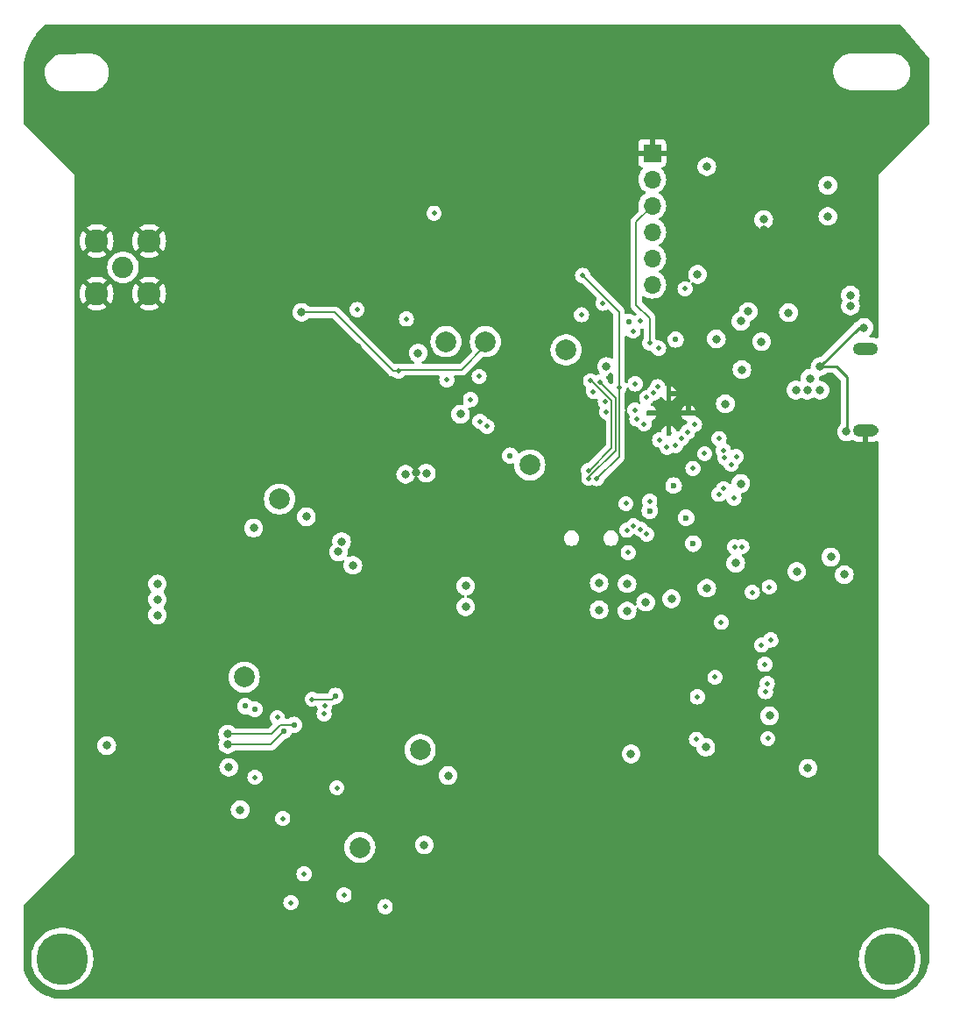
<source format=gbr>
%TF.GenerationSoftware,KiCad,Pcbnew,8.0.2-1*%
%TF.CreationDate,2024-07-17T18:36:44-07:00*%
%TF.ProjectId,FC_V4b,46435f56-3462-42e6-9b69-6361645f7063,rev?*%
%TF.SameCoordinates,Original*%
%TF.FileFunction,Copper,L2,Inr*%
%TF.FilePolarity,Positive*%
%FSLAX46Y46*%
G04 Gerber Fmt 4.6, Leading zero omitted, Abs format (unit mm)*
G04 Created by KiCad (PCBNEW 8.0.2-1) date 2024-07-17 18:36:44*
%MOMM*%
%LPD*%
G01*
G04 APERTURE LIST*
%TA.AperFunction,ComponentPad*%
%ADD10C,2.050000*%
%TD*%
%TA.AperFunction,ComponentPad*%
%ADD11C,2.250000*%
%TD*%
%TA.AperFunction,ComponentPad*%
%ADD12C,2.000000*%
%TD*%
%TA.AperFunction,ComponentPad*%
%ADD13C,5.000000*%
%TD*%
%TA.AperFunction,ComponentPad*%
%ADD14C,0.500000*%
%TD*%
%TA.AperFunction,ComponentPad*%
%ADD15O,2.416000X1.208000*%
%TD*%
%TA.AperFunction,ComponentPad*%
%ADD16R,1.700000X1.700000*%
%TD*%
%TA.AperFunction,ComponentPad*%
%ADD17O,1.700000X1.700000*%
%TD*%
%TA.AperFunction,ViaPad*%
%ADD18C,0.800000*%
%TD*%
%TA.AperFunction,ViaPad*%
%ADD19C,0.600000*%
%TD*%
%TA.AperFunction,ViaPad*%
%ADD20C,0.460000*%
%TD*%
%TA.AperFunction,ViaPad*%
%ADD21C,0.560000*%
%TD*%
%TA.AperFunction,Conductor*%
%ADD22C,0.250000*%
%TD*%
%TA.AperFunction,Conductor*%
%ADD23C,0.127000*%
%TD*%
%TA.AperFunction,Conductor*%
%ADD24C,0.152400*%
%TD*%
G04 APERTURE END LIST*
D10*
%TO.N,Net-(J6-In)*%
%TO.C,J6*%
X153170000Y-71210000D03*
D11*
%TO.N,GND*%
X150630000Y-68670000D03*
X150630000Y-73750000D03*
X155710000Y-68670000D03*
X155710000Y-73750000D03*
%TD*%
D12*
%TO.N,Net-(U9-RESET)*%
%TO.C,TP3*%
X164900000Y-110800000D03*
%TD*%
%TO.N,Net-(IC3-EVI)*%
%TO.C,TP6*%
X168300000Y-93600000D03*
%TD*%
D13*
%TO.N,N/C*%
%TO.C,H2*%
X227300000Y-138000000D03*
%TD*%
D12*
%TO.N,+5V*%
%TO.C,TP5*%
X181900000Y-117800000D03*
%TD*%
D13*
%TO.N,N/C*%
%TO.C,H1*%
X147300000Y-138000000D03*
%TD*%
D12*
%TO.N,Net-(U9-STBY)*%
%TO.C,TP4*%
X176067500Y-127240000D03*
%TD*%
%TO.N,FC_RESET*%
%TO.C,TP2*%
X192500000Y-90300000D03*
%TD*%
%TO.N,RF1_IO0*%
%TO.C,TP8*%
X188200000Y-78400000D03*
%TD*%
D14*
%TO.N,GND*%
%TO.C,IC1*%
X205930000Y-83400812D03*
X204020812Y-85310000D03*
X207839188Y-85310000D03*
X205930000Y-87219188D03*
%TD*%
D12*
%TO.N,RF1_IO4*%
%TO.C,TP7*%
X184400000Y-78400000D03*
%TD*%
%TO.N,D3*%
%TO.C,TP1*%
X196000000Y-79200000D03*
%TD*%
D15*
%TO.N,GND*%
%TO.C,J8*%
X224920000Y-86970000D03*
%TO.N,N/C*%
X224920000Y-79070000D03*
%TD*%
D16*
%TO.N,GND*%
%TO.C,J3*%
X204330000Y-60190000D03*
D17*
%TO.N,TX*%
X204330000Y-62730000D03*
%TO.N,RX*%
X204330000Y-65270000D03*
%TO.N,SCL1*%
X204330000Y-67810000D03*
%TO.N,SDA1*%
X204330000Y-70350000D03*
%TO.N,3.3V*%
X204330000Y-72890000D03*
%TD*%
D18*
%TO.N,3.3V*%
X164500000Y-123600000D03*
%TO.N,GND*%
X182000000Y-97000000D03*
D19*
X153230000Y-62770000D03*
X210100000Y-96100000D03*
D20*
X171117500Y-119010000D03*
D18*
X185300000Y-96900000D03*
D20*
X171077500Y-120610000D03*
D18*
X161300000Y-102700000D03*
X213300000Y-83200000D03*
D19*
X159110000Y-58990000D03*
D18*
X216800000Y-106900000D03*
X193900000Y-60000000D03*
D19*
X152860000Y-64860000D03*
D18*
X200500000Y-101600000D03*
D20*
X172267500Y-133070000D03*
D18*
X212700000Y-61900000D03*
D20*
X168667500Y-119030000D03*
D19*
X154870000Y-65870000D03*
X151810000Y-60210000D03*
D18*
X171400000Y-86100000D03*
D21*
X194100000Y-86800000D03*
D18*
X174000000Y-95100000D03*
X181500000Y-102500000D03*
X175800000Y-78900000D03*
D19*
X164430000Y-59240000D03*
D18*
X161500000Y-91200000D03*
D20*
X175957500Y-130250000D03*
X184610000Y-84030000D03*
X179007500Y-116450000D03*
X200300000Y-81610000D03*
D18*
X177400000Y-86500000D03*
D19*
X155270000Y-61360000D03*
D18*
X221430000Y-75570000D03*
X209900000Y-75400000D03*
D19*
X153930000Y-65870000D03*
X155250000Y-62360000D03*
X153120000Y-58960000D03*
X164550000Y-61340000D03*
D20*
X185227500Y-127480000D03*
D19*
X158020000Y-58980000D03*
D20*
X178027500Y-124640000D03*
D18*
X213390000Y-77840000D03*
D19*
X164510000Y-60360000D03*
D18*
X168800000Y-65300000D03*
D20*
X182427500Y-120580000D03*
D19*
X154380000Y-58940000D03*
D18*
X174100000Y-96400000D03*
D20*
X215200000Y-84900000D03*
D18*
X179200000Y-97000000D03*
X222660000Y-96000000D03*
D20*
X189950000Y-85580000D03*
X170877500Y-128520000D03*
D19*
X153120000Y-63830000D03*
D20*
X163627500Y-133010000D03*
D18*
X209520000Y-120000000D03*
X177300000Y-107400000D03*
D19*
X153940000Y-66910000D03*
D18*
X216725000Y-69530636D03*
X156500000Y-100300000D03*
X170900000Y-92100000D03*
X218147182Y-70952818D03*
D20*
X167497500Y-128690000D03*
D19*
X210151545Y-91251545D03*
X155580000Y-58990000D03*
D18*
X193625304Y-79900000D03*
X220400000Y-84690000D03*
D20*
X205900000Y-77570000D03*
D18*
X181500000Y-91005000D03*
X215100000Y-67600000D03*
D21*
X199373000Y-86198548D03*
D20*
X174197500Y-125740000D03*
D18*
X171300000Y-107800000D03*
D19*
X162580000Y-58200000D03*
D20*
X221800000Y-102500000D03*
D18*
X216700000Y-61900000D03*
X166000000Y-107100000D03*
X218300000Y-60300000D03*
X220700000Y-70800000D03*
D19*
X151800000Y-61520000D03*
X151920000Y-58970000D03*
X161280000Y-58230000D03*
D20*
X194100000Y-83500000D03*
D19*
X156770000Y-58980000D03*
D18*
X194600000Y-99600000D03*
X176094166Y-76605834D03*
D20*
X168637500Y-120610000D03*
D19*
X163890000Y-58230000D03*
X209100000Y-96900000D03*
D18*
X217100000Y-96600000D03*
D19*
X155990000Y-65870000D03*
D20*
X202427913Y-91510000D03*
D18*
X206800000Y-76700000D03*
D19*
X159190000Y-60740000D03*
D18*
X189070000Y-95910000D03*
D19*
X160210000Y-58640000D03*
D20*
X188490000Y-83380000D03*
D18*
X166100000Y-86500000D03*
D19*
X152330000Y-66910000D03*
D18*
X220400000Y-87700000D03*
D20*
X212300000Y-87300000D03*
X190080000Y-90960000D03*
D18*
X151500000Y-115300000D03*
X178200000Y-76500000D03*
X161000000Y-96900000D03*
D19*
X152370000Y-65680000D03*
D18*
%TO.N,3.3V*%
X182300000Y-127000000D03*
D20*
X168617500Y-124450000D03*
D18*
X201900000Y-104400000D03*
D20*
X184480000Y-82086500D03*
D18*
X217500000Y-75600000D03*
D19*
X208300000Y-97900000D03*
D18*
X186300000Y-104000000D03*
D21*
X206600000Y-78200000D03*
D18*
X186300000Y-102000000D03*
X201900000Y-101775000D03*
X151600000Y-117400000D03*
X180500000Y-91200000D03*
X199200000Y-104300000D03*
X202280000Y-118210000D03*
D20*
X169407500Y-132570000D03*
X211335156Y-89612344D03*
X210400000Y-110800000D03*
D21*
X165900000Y-113900000D03*
D18*
X184600000Y-120300000D03*
D21*
X190600000Y-89400000D03*
D18*
X209510000Y-117560000D03*
X165800000Y-96400000D03*
D20*
X178517500Y-132960000D03*
X209400000Y-89210328D03*
D18*
X199200000Y-101700000D03*
X222900000Y-100900000D03*
X156500000Y-103300000D03*
X211400000Y-84400000D03*
X181700000Y-79500000D03*
D20*
X188360000Y-86580000D03*
D18*
X170900000Y-95300000D03*
D21*
X202073851Y-76500000D03*
D20*
X202010000Y-98770000D03*
D18*
X213000000Y-81100000D03*
D19*
X206400000Y-92300000D03*
D18*
X215100000Y-66600000D03*
%TO.N,VBUS*%
X220550000Y-80800000D03*
X223100000Y-87100000D03*
X224800000Y-77030000D03*
D20*
%TO.N,VCC_RF1*%
X211000000Y-105500000D03*
D18*
X182500000Y-91100000D03*
D20*
%TO.N,D3*%
X201900000Y-96600000D03*
X199916500Y-85200000D03*
D18*
X208700000Y-71900000D03*
X221300000Y-66300000D03*
D20*
X207500000Y-73300000D03*
%TO.N,ENABLE_BURN {slash} PC*%
X203796738Y-83787000D03*
X210761406Y-93138594D03*
%TO.N,I2C_RESET {slash} VS*%
X202679075Y-82473441D03*
X212226500Y-93500000D03*
%TO.N,ENAB_RF {slash} D2*%
X202500000Y-96200000D03*
X202660000Y-85010000D03*
X208600000Y-116800000D03*
D18*
X219380000Y-119590000D03*
D20*
%TO.N,VBUS_RESET {slash} D4*%
X203200000Y-96500000D03*
X215506396Y-116726396D03*
X202849500Y-85860738D03*
D18*
%TO.N,BURN_RELAY_A {slash} D5*%
X215670000Y-114530688D03*
D20*
X203800000Y-97000000D03*
X208700000Y-112700000D03*
X203550000Y-86350000D03*
%TO.N,D7*%
X215450000Y-111420000D03*
%TO.N,D6*%
X215280000Y-112190000D03*
X214900000Y-107700000D03*
%TO.N,D8*%
X215210000Y-109560000D03*
X215800000Y-107200000D03*
%TO.N,SPI0_CS1*%
X172616007Y-114327687D03*
X208417107Y-86382893D03*
X204087000Y-93800000D03*
D18*
X163400000Y-119500000D03*
D20*
%TO.N,D9*%
X215647500Y-102100000D03*
X214006500Y-102600000D03*
%TO.N,TX*%
X204950000Y-79020000D03*
%TO.N,RX*%
X204070000Y-78550000D03*
%TO.N,SPI0_CS2*%
X210793500Y-87760145D03*
X201790003Y-94040119D03*
X168100000Y-114700000D03*
X172672887Y-113572891D03*
%TO.N,SDA1*%
X203210000Y-76390000D03*
X186770000Y-84000000D03*
D18*
X174300000Y-97700000D03*
X185800000Y-85400000D03*
D20*
%TO.N,SCL1*%
X187678042Y-86101958D03*
D18*
X174000000Y-98700000D03*
D20*
X187600000Y-81760000D03*
X202475000Y-77375000D03*
%TO.N,SDA0*%
X212454906Y-89500000D03*
X204850522Y-82754243D03*
X213000000Y-98200000D03*
%TO.N,SCL0*%
X211961406Y-90238594D03*
X204462067Y-83351099D03*
X212300000Y-98200000D03*
D18*
%TO.N,D0*%
X156500000Y-104800000D03*
D19*
X204098591Y-94722149D03*
D20*
X211200000Y-88900000D03*
D18*
X203700000Y-103552000D03*
%TO.N,FC_RESET*%
X221300000Y-63300000D03*
D20*
X199574500Y-74700000D03*
D18*
X156500000Y-101800000D03*
D20*
X197500000Y-75800000D03*
D18*
X209600000Y-61500000D03*
D20*
%TO.N,SWCLK*%
X205044501Y-87897613D03*
%TO.N,SWDIO*%
X205760000Y-88610000D03*
%TO.N,SPI0_MISO*%
X201127420Y-82797802D03*
X198969818Y-91630182D03*
D21*
X173722995Y-112593495D03*
D20*
X197600000Y-72001499D03*
X171457500Y-112930000D03*
%TO.N,SPI0_CS0*%
X183240000Y-66001499D03*
X180570000Y-76200000D03*
D18*
%TO.N,SPI0_SCK*%
X163300000Y-116300000D03*
D20*
X199292286Y-82307714D03*
X198200000Y-91600000D03*
D21*
X169700000Y-115400000D03*
%TO.N,SPI0_MOSI*%
X168719166Y-116019166D03*
D20*
X198167044Y-90827408D03*
D18*
X163300000Y-117300003D03*
D20*
X198371758Y-82190609D03*
%TO.N,RF1_RST*%
X206570000Y-88420000D03*
D18*
X199900000Y-80800000D03*
D20*
%TO.N,WDT_WDI*%
X208261406Y-90638594D03*
D19*
X207600000Y-95400000D03*
D20*
%TO.N,RF1_IO4*%
X198640000Y-83210000D03*
X175800000Y-75300000D03*
X207168321Y-87727200D03*
D18*
%TO.N,RF1_IO0*%
X170439847Y-75560153D03*
D20*
X207730000Y-87140000D03*
X199794371Y-84205629D03*
X179790000Y-81240000D03*
%TO.N,NEOPIX*%
X211239500Y-92600000D03*
D18*
X221600000Y-99200000D03*
%TO.N,/QSPI_DATA[3]*%
X210527330Y-78127330D03*
X213600000Y-75500000D03*
%TO.N,/QSPI_DATA[0]*%
X212900000Y-76423800D03*
X214900000Y-78400000D03*
%TO.N,RTC_INT*%
X212400000Y-99800000D03*
X212890000Y-92100000D03*
X206200000Y-103225000D03*
X175400000Y-100000000D03*
X209600000Y-102200000D03*
%TO.N,USB_D-*%
X223489169Y-74945000D03*
X218210000Y-83080000D03*
X219580000Y-81940000D03*
%TO.N,USB_D+*%
X219320000Y-83080000D03*
X220550000Y-83090000D03*
X223489169Y-73895000D03*
D20*
%TO.N,CANL*%
X170677500Y-129800000D03*
X174537500Y-131840000D03*
D21*
%TO.N,Net-(U9-RESET)*%
X165000000Y-113600000D03*
D20*
%TO.N,TXCAN*%
X165928750Y-120471250D03*
X173847500Y-121480000D03*
D18*
%TO.N,Net-(JP11-B)*%
X218300000Y-100600000D03*
%TD*%
D22*
%TO.N,VBUS*%
X224800000Y-77030000D02*
X224320000Y-77030000D01*
X223170000Y-81830000D02*
X222140000Y-80800000D01*
X222140000Y-80800000D02*
X220550000Y-80800000D01*
X223170000Y-87030000D02*
X223170000Y-81830000D01*
X223100000Y-87100000D02*
X223170000Y-87030000D01*
X224320000Y-77030000D02*
X220550000Y-80800000D01*
D23*
%TO.N,RX*%
X202790000Y-74830000D02*
X202790000Y-66810000D01*
X204070000Y-76110000D02*
X202790000Y-74830000D01*
X204070000Y-78550000D02*
X204070000Y-76110000D01*
X202790000Y-66810000D02*
X204330000Y-65270000D01*
%TO.N,SPI0_MISO*%
X198969818Y-91630182D02*
X198979818Y-91630182D01*
X173722995Y-112593495D02*
X173386490Y-112930000D01*
X201127420Y-89482580D02*
X201127420Y-82797802D01*
X198979818Y-91630182D02*
X201127420Y-89482580D01*
X173386490Y-112930000D02*
X171457500Y-112930000D01*
X201127420Y-75528919D02*
X201127420Y-82797802D01*
X197600000Y-72001499D02*
X201127420Y-75528919D01*
%TO.N,SPI0_SCK*%
X198200000Y-91492367D02*
X200800420Y-88891947D01*
X199292286Y-82307714D02*
X199319348Y-82280652D01*
D24*
X167500000Y-116300000D02*
X163300000Y-116300000D01*
X169700000Y-115400000D02*
X168400000Y-115400000D01*
X168400000Y-115400000D02*
X167500000Y-116300000D01*
D23*
X198200000Y-91600000D02*
X198200000Y-91492367D01*
X200800420Y-83815848D02*
X199292286Y-82307714D01*
X200800420Y-88891947D02*
X200800420Y-83815848D01*
X199319348Y-82280652D02*
X199392286Y-82280652D01*
%TO.N,SPI0_MOSI*%
X200410000Y-85730000D02*
X200410000Y-86610000D01*
X198371758Y-82190609D02*
X198477266Y-82190609D01*
X200410000Y-84123343D02*
X200410000Y-85730000D01*
X198371758Y-82190609D02*
X198379391Y-82190609D01*
X198248722Y-90827408D02*
X200410000Y-88666130D01*
X198167044Y-90827408D02*
X198248722Y-90827408D01*
X198477266Y-82190609D02*
X200410000Y-84123343D01*
D24*
X163300000Y-117300003D02*
X167438329Y-117300003D01*
X167438329Y-117300003D02*
X168719166Y-116019166D01*
D23*
X200410000Y-88666130D02*
X200410000Y-86610000D01*
X200410000Y-86610000D02*
X200410000Y-86670000D01*
X198379391Y-82190609D02*
X198400000Y-82170000D01*
%TO.N,RF1_IO0*%
X185900000Y-81100000D02*
X188200000Y-78800000D01*
X188200000Y-78800000D02*
X188200000Y-78400000D01*
X179340000Y-81240000D02*
X179790000Y-81240000D01*
X170439847Y-75560153D02*
X173660153Y-75560153D01*
X173660153Y-75560153D02*
X179340000Y-81240000D01*
X179790000Y-81240000D02*
X179930000Y-81100000D01*
X179930000Y-81100000D02*
X185900000Y-81100000D01*
%TD*%
%TA.AperFunction,Conductor*%
%TO.N,GND*%
G36*
X200500392Y-81566465D02*
G01*
X200549088Y-81616570D01*
X200563420Y-81674439D01*
X200563420Y-82286641D01*
X200544414Y-82352612D01*
X200469080Y-82472507D01*
X200416746Y-82518799D01*
X200347693Y-82529448D01*
X200283844Y-82501073D01*
X200276405Y-82494217D01*
X200050153Y-82267965D01*
X200016668Y-82206642D01*
X200014615Y-82194181D01*
X200008977Y-82144134D01*
X200008976Y-82144131D01*
X200008975Y-82144126D01*
X199954612Y-81988765D01*
X199954606Y-81988753D01*
X199892852Y-81890471D01*
X199873852Y-81823234D01*
X199894220Y-81756399D01*
X199947488Y-81711186D01*
X199988319Y-81702521D01*
X199988178Y-81701180D01*
X199994644Y-81700500D01*
X199994646Y-81700500D01*
X200179803Y-81661144D01*
X200352730Y-81584151D01*
X200366532Y-81574122D01*
X200432338Y-81550641D01*
X200500392Y-81566465D01*
G37*
%TD.AperFunction*%
%TA.AperFunction,Conductor*%
G36*
X228288992Y-47778802D02*
G01*
X228355977Y-47798672D01*
X228384059Y-47823599D01*
X231097683Y-51092546D01*
X231114110Y-51112334D01*
X231141784Y-51176490D01*
X231142700Y-51191536D01*
X231142700Y-57245588D01*
X231123015Y-57312627D01*
X231106381Y-57333269D01*
X226200025Y-62239624D01*
X226200024Y-62239625D01*
X226169500Y-62313316D01*
X226169500Y-77956939D01*
X226149815Y-78023978D01*
X226097011Y-78069733D01*
X226027853Y-78079677D01*
X225989206Y-78067424D01*
X225947981Y-78046419D01*
X225782641Y-77992697D01*
X225653854Y-77972299D01*
X225610926Y-77965500D01*
X225610925Y-77965500D01*
X225426049Y-77965500D01*
X225359010Y-77945815D01*
X225313255Y-77893011D01*
X225303311Y-77823853D01*
X225332336Y-77760297D01*
X225353164Y-77741182D01*
X225372531Y-77727111D01*
X225405871Y-77702888D01*
X225532533Y-77562216D01*
X225627179Y-77398284D01*
X225685674Y-77218256D01*
X225705460Y-77030000D01*
X225685674Y-76841744D01*
X225627179Y-76661716D01*
X225532533Y-76497784D01*
X225405871Y-76357112D01*
X225405870Y-76357111D01*
X225252734Y-76245851D01*
X225252729Y-76245848D01*
X225079807Y-76168857D01*
X225079802Y-76168855D01*
X224934001Y-76137865D01*
X224894646Y-76129500D01*
X224705354Y-76129500D01*
X224672897Y-76136398D01*
X224520197Y-76168855D01*
X224520192Y-76168857D01*
X224347270Y-76245848D01*
X224347265Y-76245851D01*
X224194131Y-76357110D01*
X224194128Y-76357112D01*
X224143992Y-76412793D01*
X224099295Y-76444381D01*
X224023718Y-76475685D01*
X224023714Y-76475687D01*
X223993308Y-76496005D01*
X223983078Y-76502841D01*
X223921268Y-76544140D01*
X223877705Y-76587703D01*
X223834142Y-76631267D01*
X223834139Y-76631270D01*
X220602229Y-79863181D01*
X220540906Y-79896666D01*
X220514548Y-79899500D01*
X220455354Y-79899500D01*
X220422897Y-79906398D01*
X220270197Y-79938855D01*
X220270192Y-79938857D01*
X220097270Y-80015848D01*
X220097265Y-80015851D01*
X219944129Y-80127111D01*
X219817466Y-80267785D01*
X219722821Y-80431715D01*
X219722818Y-80431722D01*
X219664327Y-80611740D01*
X219664326Y-80611744D01*
X219653127Y-80718297D01*
X219644540Y-80800000D01*
X219655317Y-80902539D01*
X219642747Y-80971269D01*
X219595015Y-81022292D01*
X219531996Y-81039500D01*
X219485354Y-81039500D01*
X219467434Y-81043309D01*
X219300197Y-81078855D01*
X219300192Y-81078857D01*
X219127270Y-81155848D01*
X219127265Y-81155851D01*
X218974129Y-81267111D01*
X218847466Y-81407785D01*
X218752821Y-81571715D01*
X218752821Y-81571716D01*
X218694735Y-81750486D01*
X218694326Y-81751744D01*
X218674540Y-81940000D01*
X218690507Y-82091921D01*
X218691907Y-82105236D01*
X218679337Y-82173965D01*
X218631605Y-82224989D01*
X218563865Y-82242107D01*
X218518151Y-82231477D01*
X218489802Y-82218855D01*
X218344001Y-82187865D01*
X218304646Y-82179500D01*
X218115354Y-82179500D01*
X218082897Y-82186398D01*
X217930197Y-82218855D01*
X217930192Y-82218857D01*
X217757270Y-82295848D01*
X217757265Y-82295851D01*
X217604129Y-82407111D01*
X217477466Y-82547785D01*
X217382821Y-82711715D01*
X217382818Y-82711722D01*
X217324327Y-82891740D01*
X217324326Y-82891744D01*
X217304540Y-83080000D01*
X217324326Y-83268256D01*
X217324327Y-83268259D01*
X217382818Y-83448277D01*
X217382821Y-83448284D01*
X217477467Y-83612216D01*
X217539442Y-83681046D01*
X217604129Y-83752888D01*
X217757265Y-83864148D01*
X217757270Y-83864151D01*
X217930192Y-83941142D01*
X217930197Y-83941144D01*
X218115354Y-83980500D01*
X218115355Y-83980500D01*
X218304644Y-83980500D01*
X218304646Y-83980500D01*
X218489803Y-83941144D01*
X218662730Y-83864151D01*
X218692114Y-83842801D01*
X218757921Y-83819322D01*
X218825975Y-83835147D01*
X218837886Y-83842802D01*
X218867271Y-83864152D01*
X219040192Y-83941142D01*
X219040197Y-83941144D01*
X219225354Y-83980500D01*
X219225355Y-83980500D01*
X219414644Y-83980500D01*
X219414646Y-83980500D01*
X219599803Y-83941144D01*
X219772730Y-83864151D01*
X219855234Y-83804208D01*
X219921038Y-83780729D01*
X219989092Y-83796554D01*
X220000992Y-83804201D01*
X220054122Y-83842802D01*
X220097270Y-83874151D01*
X220270192Y-83951142D01*
X220270197Y-83951144D01*
X220455354Y-83990500D01*
X220455355Y-83990500D01*
X220644644Y-83990500D01*
X220644646Y-83990500D01*
X220829803Y-83951144D01*
X221002730Y-83874151D01*
X221155871Y-83762888D01*
X221282533Y-83622216D01*
X221377179Y-83458284D01*
X221435674Y-83278256D01*
X221455460Y-83090000D01*
X221435674Y-82901744D01*
X221377179Y-82721716D01*
X221282533Y-82557784D01*
X221155871Y-82417112D01*
X221155870Y-82417111D01*
X221002734Y-82305851D01*
X221002729Y-82305848D01*
X220829807Y-82228857D01*
X220829802Y-82228855D01*
X220666593Y-82194165D01*
X220644646Y-82189500D01*
X220596952Y-82189500D01*
X220529913Y-82169815D01*
X220484158Y-82117011D01*
X220473631Y-82052542D01*
X220485460Y-81940000D01*
X220474682Y-81837458D01*
X220487251Y-81768732D01*
X220534983Y-81717708D01*
X220598003Y-81700500D01*
X220644644Y-81700500D01*
X220644646Y-81700500D01*
X220829803Y-81661144D01*
X221002730Y-81584151D01*
X221155871Y-81472888D01*
X221158788Y-81469647D01*
X221161600Y-81466526D01*
X221221087Y-81429879D01*
X221253748Y-81425500D01*
X221829548Y-81425500D01*
X221896587Y-81445185D01*
X221917229Y-81461819D01*
X222508181Y-82052771D01*
X222541666Y-82114094D01*
X222544500Y-82140452D01*
X222544500Y-86327334D01*
X222524815Y-86394373D01*
X222498487Y-86422251D01*
X222498953Y-86422769D01*
X222494123Y-86427116D01*
X222367466Y-86567785D01*
X222272821Y-86731715D01*
X222272818Y-86731722D01*
X222214327Y-86911740D01*
X222214326Y-86911744D01*
X222194540Y-87100000D01*
X222214326Y-87288256D01*
X222214327Y-87288259D01*
X222272818Y-87468277D01*
X222272821Y-87468284D01*
X222367467Y-87632216D01*
X222428451Y-87699945D01*
X222494129Y-87772888D01*
X222647265Y-87884148D01*
X222647270Y-87884151D01*
X222820192Y-87961142D01*
X222820197Y-87961144D01*
X223005354Y-88000500D01*
X223005355Y-88000500D01*
X223194644Y-88000500D01*
X223194646Y-88000500D01*
X223379803Y-87961144D01*
X223552730Y-87884151D01*
X223552738Y-87884144D01*
X223558357Y-87880902D01*
X223559175Y-87882320D01*
X223617257Y-87861586D01*
X223685313Y-87877400D01*
X223697242Y-87885065D01*
X223737377Y-87914225D01*
X223892206Y-87993115D01*
X224057478Y-88046816D01*
X224229108Y-88074000D01*
X224670000Y-88074000D01*
X224670000Y-87320000D01*
X225170000Y-87320000D01*
X225170000Y-88074000D01*
X225610892Y-88074000D01*
X225782521Y-88046816D01*
X225947795Y-87993114D01*
X225989204Y-87972015D01*
X226057873Y-87959118D01*
X226122614Y-87985394D01*
X226162871Y-88042499D01*
X226169500Y-88082499D01*
X226169500Y-127776683D01*
X226200024Y-127850374D01*
X231106381Y-132756731D01*
X231139866Y-132818054D01*
X231142700Y-132844412D01*
X231142700Y-138046741D01*
X231140771Y-138068529D01*
X231077299Y-138424135D01*
X231074945Y-138434656D01*
X230976741Y-138798544D01*
X230973482Y-138808820D01*
X230844045Y-139162797D01*
X230839906Y-139172751D01*
X230680211Y-139514151D01*
X230675223Y-139523708D01*
X230486480Y-139849943D01*
X230480681Y-139859031D01*
X230264316Y-140167639D01*
X230257750Y-140176189D01*
X230015386Y-140464852D01*
X230008101Y-140472799D01*
X229741599Y-140739301D01*
X229733652Y-140746586D01*
X229444989Y-140988950D01*
X229436439Y-140995516D01*
X229127831Y-141211881D01*
X229118743Y-141217680D01*
X228792508Y-141406423D01*
X228782951Y-141411411D01*
X228441551Y-141571106D01*
X228431597Y-141575245D01*
X228077620Y-141704682D01*
X228067344Y-141707941D01*
X227703456Y-141806145D01*
X227692935Y-141808499D01*
X227337329Y-141871971D01*
X227315541Y-141873900D01*
X147394490Y-141873900D01*
X147387098Y-141873227D01*
X147343153Y-141873878D01*
X147337326Y-141873828D01*
X146980930Y-141862350D01*
X146969309Y-141861427D01*
X146618481Y-141816901D01*
X146606997Y-141814891D01*
X146261902Y-141737616D01*
X146250659Y-141734537D01*
X146158830Y-141704682D01*
X145914340Y-141625194D01*
X145903440Y-141621074D01*
X145741158Y-141550852D01*
X145578882Y-141480632D01*
X145568413Y-141475505D01*
X145258472Y-141305202D01*
X145248530Y-141299114D01*
X144955953Y-141100457D01*
X144946628Y-141093463D01*
X144687445Y-140879319D01*
X144674002Y-140868212D01*
X144665375Y-140860374D01*
X144415102Y-140610509D01*
X144407249Y-140601894D01*
X144181553Y-140329638D01*
X144174543Y-140320323D01*
X143975410Y-140028071D01*
X143969306Y-140018139D01*
X143798503Y-139708488D01*
X143793358Y-139698027D01*
X143713435Y-139514151D01*
X143652378Y-139373678D01*
X143648247Y-139362800D01*
X143552391Y-139069595D01*
X143549839Y-139061789D01*
X143543700Y-139023257D01*
X143543700Y-137999996D01*
X144294415Y-137999996D01*
X144294415Y-138000003D01*
X144314738Y-138348927D01*
X144314739Y-138348938D01*
X144375428Y-138693127D01*
X144375430Y-138693134D01*
X144475674Y-139027972D01*
X144614107Y-139348895D01*
X144614113Y-139348908D01*
X144788870Y-139651597D01*
X144997584Y-139931949D01*
X144997589Y-139931955D01*
X145078900Y-140018139D01*
X145237442Y-140186183D01*
X145397304Y-140320323D01*
X145505186Y-140410847D01*
X145505194Y-140410853D01*
X145797203Y-140602911D01*
X145797207Y-140602913D01*
X146109549Y-140759777D01*
X146437989Y-140879319D01*
X146778086Y-140959923D01*
X147125241Y-141000500D01*
X147125248Y-141000500D01*
X147474752Y-141000500D01*
X147474759Y-141000500D01*
X147821914Y-140959923D01*
X148162011Y-140879319D01*
X148490451Y-140759777D01*
X148802793Y-140602913D01*
X149094811Y-140410849D01*
X149362558Y-140186183D01*
X149602412Y-139931953D01*
X149811130Y-139651596D01*
X149985889Y-139348904D01*
X150124326Y-139027971D01*
X150224569Y-138693136D01*
X150285262Y-138348927D01*
X150305585Y-138000000D01*
X150305585Y-137999996D01*
X224294415Y-137999996D01*
X224294415Y-138000003D01*
X224314738Y-138348927D01*
X224314739Y-138348938D01*
X224375428Y-138693127D01*
X224375430Y-138693134D01*
X224475674Y-139027972D01*
X224614107Y-139348895D01*
X224614113Y-139348908D01*
X224788870Y-139651597D01*
X224997584Y-139931949D01*
X224997589Y-139931955D01*
X225078900Y-140018139D01*
X225237442Y-140186183D01*
X225397304Y-140320323D01*
X225505186Y-140410847D01*
X225505194Y-140410853D01*
X225797203Y-140602911D01*
X225797207Y-140602913D01*
X226109549Y-140759777D01*
X226437989Y-140879319D01*
X226778086Y-140959923D01*
X227125241Y-141000500D01*
X227125248Y-141000500D01*
X227474752Y-141000500D01*
X227474759Y-141000500D01*
X227821914Y-140959923D01*
X228162011Y-140879319D01*
X228490451Y-140759777D01*
X228802793Y-140602913D01*
X229094811Y-140410849D01*
X229362558Y-140186183D01*
X229602412Y-139931953D01*
X229811130Y-139651596D01*
X229985889Y-139348904D01*
X230124326Y-139027971D01*
X230224569Y-138693136D01*
X230285262Y-138348927D01*
X230305585Y-138000000D01*
X230285262Y-137651073D01*
X230285260Y-137651061D01*
X230224571Y-137306872D01*
X230224569Y-137306865D01*
X230124325Y-136972027D01*
X229985892Y-136651104D01*
X229985889Y-136651096D01*
X229811130Y-136348404D01*
X229811129Y-136348402D01*
X229602415Y-136068050D01*
X229602410Y-136068044D01*
X229486433Y-135945117D01*
X229362558Y-135813817D01*
X229214488Y-135689572D01*
X229094813Y-135589152D01*
X229094805Y-135589146D01*
X228802796Y-135397088D01*
X228490458Y-135240226D01*
X228490452Y-135240223D01*
X228162012Y-135120681D01*
X228162009Y-135120680D01*
X227821915Y-135040077D01*
X227778519Y-135035004D01*
X227474759Y-134999500D01*
X227125241Y-134999500D01*
X226821480Y-135035004D01*
X226778085Y-135040077D01*
X226778083Y-135040077D01*
X226437990Y-135120680D01*
X226437987Y-135120681D01*
X226109547Y-135240223D01*
X226109541Y-135240226D01*
X225797203Y-135397088D01*
X225505194Y-135589146D01*
X225505186Y-135589152D01*
X225237442Y-135813817D01*
X225237440Y-135813819D01*
X224997589Y-136068044D01*
X224997584Y-136068050D01*
X224788870Y-136348402D01*
X224614113Y-136651091D01*
X224614107Y-136651104D01*
X224475674Y-136972027D01*
X224375430Y-137306865D01*
X224375428Y-137306872D01*
X224314739Y-137651061D01*
X224314738Y-137651072D01*
X224294415Y-137999996D01*
X150305585Y-137999996D01*
X150285262Y-137651073D01*
X150285260Y-137651061D01*
X150224571Y-137306872D01*
X150224569Y-137306865D01*
X150124325Y-136972027D01*
X149985892Y-136651104D01*
X149985889Y-136651096D01*
X149811130Y-136348404D01*
X149811129Y-136348402D01*
X149602415Y-136068050D01*
X149602410Y-136068044D01*
X149486433Y-135945117D01*
X149362558Y-135813817D01*
X149214488Y-135689572D01*
X149094813Y-135589152D01*
X149094805Y-135589146D01*
X148802796Y-135397088D01*
X148490458Y-135240226D01*
X148490452Y-135240223D01*
X148162012Y-135120681D01*
X148162009Y-135120680D01*
X147821915Y-135040077D01*
X147778519Y-135035004D01*
X147474759Y-134999500D01*
X147125241Y-134999500D01*
X146821480Y-135035004D01*
X146778085Y-135040077D01*
X146778083Y-135040077D01*
X146437990Y-135120680D01*
X146437987Y-135120681D01*
X146109547Y-135240223D01*
X146109541Y-135240226D01*
X145797203Y-135397088D01*
X145505194Y-135589146D01*
X145505186Y-135589152D01*
X145237442Y-135813817D01*
X145237440Y-135813819D01*
X144997589Y-136068044D01*
X144997584Y-136068050D01*
X144788870Y-136348402D01*
X144614113Y-136651091D01*
X144614107Y-136651104D01*
X144475674Y-136972027D01*
X144375430Y-137306865D01*
X144375428Y-137306872D01*
X144314739Y-137651061D01*
X144314738Y-137651072D01*
X144294415Y-137999996D01*
X143543700Y-137999996D01*
X143543700Y-132844412D01*
X143563385Y-132777373D01*
X143580019Y-132756731D01*
X143766754Y-132569996D01*
X168672378Y-132569996D01*
X168672378Y-132570003D01*
X168690807Y-132733574D01*
X168745176Y-132888953D01*
X168745177Y-132888955D01*
X168745178Y-132888957D01*
X168832758Y-133028341D01*
X168949159Y-133144742D01*
X169088543Y-133232322D01*
X169243920Y-133286691D01*
X169243923Y-133286691D01*
X169243925Y-133286692D01*
X169407496Y-133305122D01*
X169407500Y-133305122D01*
X169407504Y-133305122D01*
X169571074Y-133286692D01*
X169571075Y-133286691D01*
X169571080Y-133286691D01*
X169726457Y-133232322D01*
X169865841Y-133144742D01*
X169982242Y-133028341D01*
X170025186Y-132959996D01*
X177782378Y-132959996D01*
X177782378Y-132960003D01*
X177800807Y-133123574D01*
X177855176Y-133278953D01*
X177855177Y-133278955D01*
X177855178Y-133278957D01*
X177942758Y-133418341D01*
X178059159Y-133534742D01*
X178198543Y-133622322D01*
X178353920Y-133676691D01*
X178353923Y-133676691D01*
X178353925Y-133676692D01*
X178517496Y-133695122D01*
X178517500Y-133695122D01*
X178517504Y-133695122D01*
X178681074Y-133676692D01*
X178681075Y-133676691D01*
X178681080Y-133676691D01*
X178836457Y-133622322D01*
X178975841Y-133534742D01*
X179092242Y-133418341D01*
X179179822Y-133278957D01*
X179234191Y-133123580D01*
X179252622Y-132960000D01*
X179244617Y-132888957D01*
X179234192Y-132796425D01*
X179234191Y-132796423D01*
X179234191Y-132796420D01*
X179179822Y-132641043D01*
X179092242Y-132501659D01*
X178975841Y-132385258D01*
X178836457Y-132297678D01*
X178836456Y-132297677D01*
X178836455Y-132297677D01*
X178836453Y-132297676D01*
X178681074Y-132243307D01*
X178517504Y-132224878D01*
X178517496Y-132224878D01*
X178353925Y-132243307D01*
X178198546Y-132297676D01*
X178198544Y-132297677D01*
X178059158Y-132385258D01*
X177942758Y-132501658D01*
X177855177Y-132641044D01*
X177855176Y-132641046D01*
X177800807Y-132796425D01*
X177782378Y-132959996D01*
X170025186Y-132959996D01*
X170069822Y-132888957D01*
X170124191Y-132733580D01*
X170124192Y-132733574D01*
X170142622Y-132570003D01*
X170142622Y-132569996D01*
X170124192Y-132406425D01*
X170124191Y-132406423D01*
X170124191Y-132406420D01*
X170069822Y-132251043D01*
X169982242Y-132111659D01*
X169865841Y-131995258D01*
X169726457Y-131907678D01*
X169726456Y-131907677D01*
X169726455Y-131907677D01*
X169726453Y-131907676D01*
X169571074Y-131853307D01*
X169452930Y-131839996D01*
X173802378Y-131839996D01*
X173802378Y-131840003D01*
X173820807Y-132003574D01*
X173875176Y-132158953D01*
X173875177Y-132158955D01*
X173875178Y-132158957D01*
X173962758Y-132298341D01*
X174079159Y-132414742D01*
X174218543Y-132502322D01*
X174373920Y-132556691D01*
X174373923Y-132556691D01*
X174373925Y-132556692D01*
X174537496Y-132575122D01*
X174537500Y-132575122D01*
X174537504Y-132575122D01*
X174701074Y-132556692D01*
X174701075Y-132556691D01*
X174701080Y-132556691D01*
X174856457Y-132502322D01*
X174995841Y-132414742D01*
X175112242Y-132298341D01*
X175199822Y-132158957D01*
X175254191Y-132003580D01*
X175264997Y-131907676D01*
X175272622Y-131840003D01*
X175272622Y-131839996D01*
X175254192Y-131676425D01*
X175254191Y-131676423D01*
X175254191Y-131676420D01*
X175199822Y-131521043D01*
X175112242Y-131381659D01*
X174995841Y-131265258D01*
X174856457Y-131177678D01*
X174856456Y-131177677D01*
X174856455Y-131177677D01*
X174856453Y-131177676D01*
X174701074Y-131123307D01*
X174537504Y-131104878D01*
X174537496Y-131104878D01*
X174373925Y-131123307D01*
X174218546Y-131177676D01*
X174218544Y-131177677D01*
X174079158Y-131265258D01*
X173962758Y-131381658D01*
X173875177Y-131521044D01*
X173875176Y-131521046D01*
X173820807Y-131676425D01*
X173802378Y-131839996D01*
X169452930Y-131839996D01*
X169407504Y-131834878D01*
X169407496Y-131834878D01*
X169243925Y-131853307D01*
X169088546Y-131907676D01*
X169088544Y-131907677D01*
X168949158Y-131995258D01*
X168832758Y-132111658D01*
X168745177Y-132251044D01*
X168745176Y-132251046D01*
X168690807Y-132406425D01*
X168672378Y-132569996D01*
X143766754Y-132569996D01*
X145962009Y-130374741D01*
X146536754Y-129799996D01*
X169942378Y-129799996D01*
X169942378Y-129800003D01*
X169960807Y-129963574D01*
X170015176Y-130118953D01*
X170015177Y-130118955D01*
X170015178Y-130118957D01*
X170102758Y-130258341D01*
X170219159Y-130374742D01*
X170358543Y-130462322D01*
X170513920Y-130516691D01*
X170513923Y-130516691D01*
X170513925Y-130516692D01*
X170677496Y-130535122D01*
X170677500Y-130535122D01*
X170677504Y-130535122D01*
X170841074Y-130516692D01*
X170841075Y-130516691D01*
X170841080Y-130516691D01*
X170996457Y-130462322D01*
X171135841Y-130374742D01*
X171252242Y-130258341D01*
X171339822Y-130118957D01*
X171394191Y-129963580D01*
X171412622Y-129800000D01*
X171394191Y-129636420D01*
X171339822Y-129481043D01*
X171252242Y-129341659D01*
X171135841Y-129225258D01*
X170996457Y-129137678D01*
X170996456Y-129137677D01*
X170996455Y-129137677D01*
X170996453Y-129137676D01*
X170841074Y-129083307D01*
X170677504Y-129064878D01*
X170677496Y-129064878D01*
X170513925Y-129083307D01*
X170358546Y-129137676D01*
X170358544Y-129137677D01*
X170219158Y-129225258D01*
X170102758Y-129341658D01*
X170015177Y-129481044D01*
X170015176Y-129481046D01*
X169960807Y-129636425D01*
X169942378Y-129799996D01*
X146536754Y-129799996D01*
X148489976Y-127846774D01*
X148520500Y-127773082D01*
X148520500Y-127693318D01*
X148520500Y-127239994D01*
X174561857Y-127239994D01*
X174561857Y-127240005D01*
X174582390Y-127487812D01*
X174582392Y-127487824D01*
X174643436Y-127728881D01*
X174743326Y-127956606D01*
X174879333Y-128164782D01*
X174879336Y-128164785D01*
X175047756Y-128347738D01*
X175243991Y-128500474D01*
X175462690Y-128618828D01*
X175697886Y-128699571D01*
X175943165Y-128740500D01*
X176191835Y-128740500D01*
X176437114Y-128699571D01*
X176672310Y-128618828D01*
X176891009Y-128500474D01*
X177087244Y-128347738D01*
X177255664Y-128164785D01*
X177391673Y-127956607D01*
X177491563Y-127728881D01*
X177552608Y-127487821D01*
X177573143Y-127240000D01*
X177568855Y-127188256D01*
X177553256Y-127000000D01*
X181394540Y-127000000D01*
X181414326Y-127188256D01*
X181414327Y-127188259D01*
X181472818Y-127368277D01*
X181472821Y-127368284D01*
X181567467Y-127532216D01*
X181673656Y-127650150D01*
X181694129Y-127672888D01*
X181847265Y-127784148D01*
X181847270Y-127784151D01*
X182020192Y-127861142D01*
X182020197Y-127861144D01*
X182205354Y-127900500D01*
X182205355Y-127900500D01*
X182394644Y-127900500D01*
X182394646Y-127900500D01*
X182579803Y-127861144D01*
X182752730Y-127784151D01*
X182905871Y-127672888D01*
X183032533Y-127532216D01*
X183127179Y-127368284D01*
X183185674Y-127188256D01*
X183205460Y-127000000D01*
X183185674Y-126811744D01*
X183127179Y-126631716D01*
X183032533Y-126467784D01*
X182905871Y-126327112D01*
X182889499Y-126315217D01*
X182752734Y-126215851D01*
X182752729Y-126215848D01*
X182579807Y-126138857D01*
X182579802Y-126138855D01*
X182434001Y-126107865D01*
X182394646Y-126099500D01*
X182205354Y-126099500D01*
X182172897Y-126106398D01*
X182020197Y-126138855D01*
X182020192Y-126138857D01*
X181847270Y-126215848D01*
X181847265Y-126215851D01*
X181694129Y-126327111D01*
X181567466Y-126467785D01*
X181472821Y-126631715D01*
X181472818Y-126631722D01*
X181434024Y-126751119D01*
X181414326Y-126811744D01*
X181394540Y-127000000D01*
X177553256Y-127000000D01*
X177552609Y-126992187D01*
X177552607Y-126992175D01*
X177491563Y-126751118D01*
X177391673Y-126523393D01*
X177255666Y-126315217D01*
X177164190Y-126215848D01*
X177087244Y-126132262D01*
X176891009Y-125979526D01*
X176891007Y-125979525D01*
X176891006Y-125979524D01*
X176672311Y-125861172D01*
X176672302Y-125861169D01*
X176437116Y-125780429D01*
X176191835Y-125739500D01*
X175943165Y-125739500D01*
X175697883Y-125780429D01*
X175462697Y-125861169D01*
X175462688Y-125861172D01*
X175243993Y-125979524D01*
X175047757Y-126132261D01*
X174879333Y-126315217D01*
X174743326Y-126523393D01*
X174643436Y-126751118D01*
X174582392Y-126992175D01*
X174582390Y-126992187D01*
X174561857Y-127239994D01*
X148520500Y-127239994D01*
X148520500Y-123600000D01*
X163594540Y-123600000D01*
X163614326Y-123788256D01*
X163614327Y-123788259D01*
X163672818Y-123968277D01*
X163672821Y-123968284D01*
X163767467Y-124132216D01*
X163894129Y-124272888D01*
X164047265Y-124384148D01*
X164047270Y-124384151D01*
X164220192Y-124461142D01*
X164220197Y-124461144D01*
X164405354Y-124500500D01*
X164405355Y-124500500D01*
X164594644Y-124500500D01*
X164594646Y-124500500D01*
X164779803Y-124461144D01*
X164804842Y-124449996D01*
X167882378Y-124449996D01*
X167882378Y-124450003D01*
X167900807Y-124613574D01*
X167955176Y-124768953D01*
X167955177Y-124768955D01*
X167955178Y-124768957D01*
X168042758Y-124908341D01*
X168159159Y-125024742D01*
X168298543Y-125112322D01*
X168453920Y-125166691D01*
X168453923Y-125166691D01*
X168453925Y-125166692D01*
X168617496Y-125185122D01*
X168617500Y-125185122D01*
X168617504Y-125185122D01*
X168781074Y-125166692D01*
X168781075Y-125166691D01*
X168781080Y-125166691D01*
X168936457Y-125112322D01*
X169075841Y-125024742D01*
X169192242Y-124908341D01*
X169279822Y-124768957D01*
X169334191Y-124613580D01*
X169346932Y-124500500D01*
X169352622Y-124450003D01*
X169352622Y-124449996D01*
X169334192Y-124286425D01*
X169334191Y-124286423D01*
X169334191Y-124286420D01*
X169279822Y-124131043D01*
X169192242Y-123991659D01*
X169075841Y-123875258D01*
X168936457Y-123787678D01*
X168936456Y-123787677D01*
X168936455Y-123787677D01*
X168936453Y-123787676D01*
X168781074Y-123733307D01*
X168617504Y-123714878D01*
X168617496Y-123714878D01*
X168453925Y-123733307D01*
X168298546Y-123787676D01*
X168298544Y-123787677D01*
X168159158Y-123875258D01*
X168042758Y-123991658D01*
X167955177Y-124131044D01*
X167955176Y-124131046D01*
X167900807Y-124286425D01*
X167882378Y-124449996D01*
X164804842Y-124449996D01*
X164952730Y-124384151D01*
X165105871Y-124272888D01*
X165232533Y-124132216D01*
X165327179Y-123968284D01*
X165385674Y-123788256D01*
X165405460Y-123600000D01*
X165385674Y-123411744D01*
X165327179Y-123231716D01*
X165232533Y-123067784D01*
X165105871Y-122927112D01*
X165105870Y-122927111D01*
X164952734Y-122815851D01*
X164952729Y-122815848D01*
X164779807Y-122738857D01*
X164779802Y-122738855D01*
X164634001Y-122707865D01*
X164594646Y-122699500D01*
X164405354Y-122699500D01*
X164372897Y-122706398D01*
X164220197Y-122738855D01*
X164220192Y-122738857D01*
X164047270Y-122815848D01*
X164047265Y-122815851D01*
X163894129Y-122927111D01*
X163767466Y-123067785D01*
X163672821Y-123231715D01*
X163672818Y-123231722D01*
X163614327Y-123411740D01*
X163614326Y-123411744D01*
X163594540Y-123600000D01*
X148520500Y-123600000D01*
X148520500Y-121479996D01*
X173112378Y-121479996D01*
X173112378Y-121480003D01*
X173130807Y-121643574D01*
X173185176Y-121798953D01*
X173185177Y-121798955D01*
X173185178Y-121798957D01*
X173272758Y-121938341D01*
X173389159Y-122054742D01*
X173528543Y-122142322D01*
X173683920Y-122196691D01*
X173683923Y-122196691D01*
X173683925Y-122196692D01*
X173847496Y-122215122D01*
X173847500Y-122215122D01*
X173847504Y-122215122D01*
X174011074Y-122196692D01*
X174011075Y-122196691D01*
X174011080Y-122196691D01*
X174166457Y-122142322D01*
X174305841Y-122054742D01*
X174422242Y-121938341D01*
X174509822Y-121798957D01*
X174564191Y-121643580D01*
X174582622Y-121480000D01*
X174564191Y-121316420D01*
X174509822Y-121161043D01*
X174422242Y-121021659D01*
X174305841Y-120905258D01*
X174166457Y-120817678D01*
X174166456Y-120817677D01*
X174166455Y-120817677D01*
X174166453Y-120817676D01*
X174011074Y-120763307D01*
X173847504Y-120744878D01*
X173847496Y-120744878D01*
X173683925Y-120763307D01*
X173528546Y-120817676D01*
X173528544Y-120817677D01*
X173389158Y-120905258D01*
X173272758Y-121021658D01*
X173185177Y-121161044D01*
X173185176Y-121161046D01*
X173130807Y-121316425D01*
X173112378Y-121479996D01*
X148520500Y-121479996D01*
X148520500Y-120471246D01*
X165193628Y-120471246D01*
X165193628Y-120471253D01*
X165212057Y-120634824D01*
X165266426Y-120790203D01*
X165266427Y-120790205D01*
X165266428Y-120790207D01*
X165354008Y-120929591D01*
X165470409Y-121045992D01*
X165609793Y-121133572D01*
X165765170Y-121187941D01*
X165765173Y-121187941D01*
X165765175Y-121187942D01*
X165928746Y-121206372D01*
X165928750Y-121206372D01*
X165928754Y-121206372D01*
X166092324Y-121187942D01*
X166092325Y-121187941D01*
X166092330Y-121187941D01*
X166247707Y-121133572D01*
X166387091Y-121045992D01*
X166503492Y-120929591D01*
X166591072Y-120790207D01*
X166645441Y-120634830D01*
X166663872Y-120471250D01*
X166661606Y-120451142D01*
X166645442Y-120307675D01*
X166645441Y-120307673D01*
X166645441Y-120307670D01*
X166642757Y-120300000D01*
X183694540Y-120300000D01*
X183714326Y-120488256D01*
X183714327Y-120488259D01*
X183772818Y-120668277D01*
X183772821Y-120668284D01*
X183867467Y-120832216D01*
X183933235Y-120905258D01*
X183994129Y-120972888D01*
X184147265Y-121084148D01*
X184147270Y-121084151D01*
X184320192Y-121161142D01*
X184320197Y-121161144D01*
X184505354Y-121200500D01*
X184505355Y-121200500D01*
X184694644Y-121200500D01*
X184694646Y-121200500D01*
X184879803Y-121161144D01*
X185052730Y-121084151D01*
X185205871Y-120972888D01*
X185332533Y-120832216D01*
X185427179Y-120668284D01*
X185485674Y-120488256D01*
X185505460Y-120300000D01*
X185485674Y-120111744D01*
X185427179Y-119931716D01*
X185332533Y-119767784D01*
X185205871Y-119627112D01*
X185154791Y-119590000D01*
X218474540Y-119590000D01*
X218494326Y-119778256D01*
X218494327Y-119778259D01*
X218552818Y-119958277D01*
X218552821Y-119958284D01*
X218647467Y-120122216D01*
X218774129Y-120262888D01*
X218927265Y-120374148D01*
X218927270Y-120374151D01*
X219100192Y-120451142D01*
X219100197Y-120451144D01*
X219285354Y-120490500D01*
X219285355Y-120490500D01*
X219474644Y-120490500D01*
X219474646Y-120490500D01*
X219659803Y-120451144D01*
X219832730Y-120374151D01*
X219985871Y-120262888D01*
X220112533Y-120122216D01*
X220207179Y-119958284D01*
X220265674Y-119778256D01*
X220285460Y-119590000D01*
X220265674Y-119401744D01*
X220207179Y-119221716D01*
X220112533Y-119057784D01*
X219985871Y-118917112D01*
X219938766Y-118882888D01*
X219832734Y-118805851D01*
X219832729Y-118805848D01*
X219659807Y-118728857D01*
X219659802Y-118728855D01*
X219514001Y-118697865D01*
X219474646Y-118689500D01*
X219285354Y-118689500D01*
X219252897Y-118696398D01*
X219100197Y-118728855D01*
X219100192Y-118728857D01*
X218927270Y-118805848D01*
X218927265Y-118805851D01*
X218774129Y-118917111D01*
X218647466Y-119057785D01*
X218552821Y-119221715D01*
X218552818Y-119221722D01*
X218495055Y-119399500D01*
X218494326Y-119401744D01*
X218474540Y-119590000D01*
X185154791Y-119590000D01*
X185052734Y-119515851D01*
X185052729Y-119515848D01*
X184879807Y-119438857D01*
X184879802Y-119438855D01*
X184705184Y-119401740D01*
X184694646Y-119399500D01*
X184505354Y-119399500D01*
X184494816Y-119401740D01*
X184320197Y-119438855D01*
X184320192Y-119438857D01*
X184147270Y-119515848D01*
X184147265Y-119515851D01*
X183994129Y-119627111D01*
X183867466Y-119767785D01*
X183772821Y-119931715D01*
X183772818Y-119931722D01*
X183740166Y-120032216D01*
X183714326Y-120111744D01*
X183694540Y-120300000D01*
X166642757Y-120300000D01*
X166591072Y-120152293D01*
X166503492Y-120012909D01*
X166387091Y-119896508D01*
X166247707Y-119808928D01*
X166247706Y-119808927D01*
X166247705Y-119808927D01*
X166247703Y-119808926D01*
X166092324Y-119754557D01*
X165928754Y-119736128D01*
X165928746Y-119736128D01*
X165765175Y-119754557D01*
X165609796Y-119808926D01*
X165609794Y-119808927D01*
X165470408Y-119896508D01*
X165354008Y-120012908D01*
X165266427Y-120152294D01*
X165266426Y-120152296D01*
X165212057Y-120307675D01*
X165193628Y-120471246D01*
X148520500Y-120471246D01*
X148520500Y-119500000D01*
X162494540Y-119500000D01*
X162514326Y-119688256D01*
X162514327Y-119688259D01*
X162572818Y-119868277D01*
X162572821Y-119868284D01*
X162667467Y-120032216D01*
X162739071Y-120111740D01*
X162794129Y-120172888D01*
X162947265Y-120284148D01*
X162947270Y-120284151D01*
X163120192Y-120361142D01*
X163120197Y-120361144D01*
X163305354Y-120400500D01*
X163305355Y-120400500D01*
X163494644Y-120400500D01*
X163494646Y-120400500D01*
X163679803Y-120361144D01*
X163852730Y-120284151D01*
X164005871Y-120172888D01*
X164132533Y-120032216D01*
X164227179Y-119868284D01*
X164285674Y-119688256D01*
X164305460Y-119500000D01*
X164285674Y-119311744D01*
X164227179Y-119131716D01*
X164132533Y-118967784D01*
X164005871Y-118827112D01*
X163976605Y-118805849D01*
X163852734Y-118715851D01*
X163852729Y-118715848D01*
X163679807Y-118638857D01*
X163679802Y-118638855D01*
X163534001Y-118607865D01*
X163494646Y-118599500D01*
X163305354Y-118599500D01*
X163272897Y-118606398D01*
X163120197Y-118638855D01*
X163120192Y-118638857D01*
X162947270Y-118715848D01*
X162947265Y-118715851D01*
X162794129Y-118827111D01*
X162667466Y-118967785D01*
X162572821Y-119131715D01*
X162572818Y-119131722D01*
X162531278Y-119259570D01*
X162514326Y-119311744D01*
X162494540Y-119500000D01*
X148520500Y-119500000D01*
X148520500Y-117400000D01*
X150694540Y-117400000D01*
X150714326Y-117588256D01*
X150714327Y-117588259D01*
X150772818Y-117768277D01*
X150772821Y-117768284D01*
X150867467Y-117932216D01*
X150971559Y-118047821D01*
X150994129Y-118072888D01*
X151147265Y-118184148D01*
X151147270Y-118184151D01*
X151320192Y-118261142D01*
X151320197Y-118261144D01*
X151505354Y-118300500D01*
X151505355Y-118300500D01*
X151694644Y-118300500D01*
X151694646Y-118300500D01*
X151879803Y-118261144D01*
X152052730Y-118184151D01*
X152205871Y-118072888D01*
X152332533Y-117932216D01*
X152427179Y-117768284D01*
X152485674Y-117588256D01*
X152505460Y-117400000D01*
X152485674Y-117211744D01*
X152427179Y-117031716D01*
X152332533Y-116867784D01*
X152205871Y-116727112D01*
X152204880Y-116726392D01*
X152052734Y-116615851D01*
X152052729Y-116615848D01*
X151879807Y-116538857D01*
X151879802Y-116538855D01*
X151734001Y-116507865D01*
X151694646Y-116499500D01*
X151505354Y-116499500D01*
X151472897Y-116506398D01*
X151320197Y-116538855D01*
X151320192Y-116538857D01*
X151147270Y-116615848D01*
X151147265Y-116615851D01*
X150994129Y-116727111D01*
X150867466Y-116867785D01*
X150772821Y-117031715D01*
X150772818Y-117031722D01*
X150714327Y-117211740D01*
X150714326Y-117211744D01*
X150694540Y-117400000D01*
X148520500Y-117400000D01*
X148520500Y-116300000D01*
X162394540Y-116300000D01*
X162414326Y-116488256D01*
X162414327Y-116488259D01*
X162472821Y-116668285D01*
X162513071Y-116738000D01*
X162529544Y-116805900D01*
X162513073Y-116861998D01*
X162472819Y-116931722D01*
X162414327Y-117111743D01*
X162414326Y-117111747D01*
X162394540Y-117300003D01*
X162414326Y-117488259D01*
X162414327Y-117488262D01*
X162472818Y-117668280D01*
X162472821Y-117668287D01*
X162567467Y-117832219D01*
X162653965Y-117928284D01*
X162694129Y-117972891D01*
X162847265Y-118084151D01*
X162847270Y-118084154D01*
X163020192Y-118161145D01*
X163020197Y-118161147D01*
X163205354Y-118200503D01*
X163205355Y-118200503D01*
X163394644Y-118200503D01*
X163394646Y-118200503D01*
X163579803Y-118161147D01*
X163752730Y-118084154D01*
X163905871Y-117972891D01*
X163905876Y-117972886D01*
X163955538Y-117917731D01*
X164015024Y-117881082D01*
X164047688Y-117876703D01*
X167514251Y-117876703D01*
X167514253Y-117876703D01*
X167660927Y-117837402D01*
X167725719Y-117799994D01*
X180394357Y-117799994D01*
X180394357Y-117800005D01*
X180414890Y-118047812D01*
X180414892Y-118047824D01*
X180475936Y-118288881D01*
X180575826Y-118516606D01*
X180711833Y-118724782D01*
X180727882Y-118742216D01*
X180880256Y-118907738D01*
X181076491Y-119060474D01*
X181295190Y-119178828D01*
X181530386Y-119259571D01*
X181775665Y-119300500D01*
X182024335Y-119300500D01*
X182269614Y-119259571D01*
X182504810Y-119178828D01*
X182723509Y-119060474D01*
X182919744Y-118907738D01*
X183088164Y-118724785D01*
X183224173Y-118516607D01*
X183324063Y-118288881D01*
X183344038Y-118210000D01*
X201374540Y-118210000D01*
X201394326Y-118398256D01*
X201394327Y-118398259D01*
X201452818Y-118578277D01*
X201452821Y-118578284D01*
X201547467Y-118742216D01*
X201623907Y-118827111D01*
X201674129Y-118882888D01*
X201827265Y-118994148D01*
X201827270Y-118994151D01*
X202000192Y-119071142D01*
X202000197Y-119071144D01*
X202185354Y-119110500D01*
X202185355Y-119110500D01*
X202374644Y-119110500D01*
X202374646Y-119110500D01*
X202559803Y-119071144D01*
X202732730Y-118994151D01*
X202885871Y-118882888D01*
X203012533Y-118742216D01*
X203107179Y-118578284D01*
X203165674Y-118398256D01*
X203185460Y-118210000D01*
X203165674Y-118021744D01*
X203107179Y-117841716D01*
X203012533Y-117677784D01*
X202885871Y-117537112D01*
X202882009Y-117534306D01*
X202732734Y-117425851D01*
X202732729Y-117425848D01*
X202559807Y-117348857D01*
X202559802Y-117348855D01*
X202414001Y-117317865D01*
X202374646Y-117309500D01*
X202185354Y-117309500D01*
X202152897Y-117316398D01*
X202000197Y-117348855D01*
X202000192Y-117348857D01*
X201827270Y-117425848D01*
X201827265Y-117425851D01*
X201674129Y-117537111D01*
X201547466Y-117677785D01*
X201452821Y-117841715D01*
X201452818Y-117841722D01*
X201410201Y-117972886D01*
X201394326Y-118021744D01*
X201374540Y-118210000D01*
X183344038Y-118210000D01*
X183385108Y-118047821D01*
X183391317Y-117972891D01*
X183405643Y-117800005D01*
X183405643Y-117799994D01*
X183385109Y-117552187D01*
X183385107Y-117552175D01*
X183324063Y-117311118D01*
X183224173Y-117083393D01*
X183088166Y-116875217D01*
X183019639Y-116800777D01*
X183018920Y-116799996D01*
X207864878Y-116799996D01*
X207864878Y-116800003D01*
X207883307Y-116963574D01*
X207937676Y-117118953D01*
X207937677Y-117118955D01*
X207937678Y-117118957D01*
X208025258Y-117258341D01*
X208141659Y-117374742D01*
X208281043Y-117462322D01*
X208436420Y-117516691D01*
X208436423Y-117516691D01*
X208436425Y-117516692D01*
X208502926Y-117524185D01*
X208567340Y-117551251D01*
X208606895Y-117608846D01*
X208612364Y-117634443D01*
X208624326Y-117748256D01*
X208624327Y-117748259D01*
X208682818Y-117928277D01*
X208682821Y-117928284D01*
X208777467Y-118092216D01*
X208904129Y-118232888D01*
X209057265Y-118344148D01*
X209057270Y-118344151D01*
X209230192Y-118421142D01*
X209230197Y-118421144D01*
X209415354Y-118460500D01*
X209415355Y-118460500D01*
X209604644Y-118460500D01*
X209604646Y-118460500D01*
X209789803Y-118421144D01*
X209962730Y-118344151D01*
X210115871Y-118232888D01*
X210242533Y-118092216D01*
X210337179Y-117928284D01*
X210395674Y-117748256D01*
X210415460Y-117560000D01*
X210395674Y-117371744D01*
X210337179Y-117191716D01*
X210242533Y-117027784D01*
X210115871Y-116887112D01*
X210099499Y-116875217D01*
X209962734Y-116775851D01*
X209962729Y-116775848D01*
X209851651Y-116726392D01*
X214771274Y-116726392D01*
X214771274Y-116726399D01*
X214789703Y-116889970D01*
X214844072Y-117045349D01*
X214844073Y-117045351D01*
X214844074Y-117045353D01*
X214931654Y-117184737D01*
X215048055Y-117301138D01*
X215187439Y-117388718D01*
X215342816Y-117443087D01*
X215342819Y-117443087D01*
X215342821Y-117443088D01*
X215506392Y-117461518D01*
X215506396Y-117461518D01*
X215506400Y-117461518D01*
X215669970Y-117443088D01*
X215669971Y-117443087D01*
X215669976Y-117443087D01*
X215825353Y-117388718D01*
X215964737Y-117301138D01*
X216081138Y-117184737D01*
X216168718Y-117045353D01*
X216223087Y-116889976D01*
X216224750Y-116875215D01*
X216241518Y-116726399D01*
X216241518Y-116726392D01*
X216223088Y-116562821D01*
X216223087Y-116562819D01*
X216223087Y-116562816D01*
X216168718Y-116407439D01*
X216081138Y-116268055D01*
X215964737Y-116151654D01*
X215825353Y-116064074D01*
X215825352Y-116064073D01*
X215825351Y-116064073D01*
X215825349Y-116064072D01*
X215669970Y-116009703D01*
X215506400Y-115991274D01*
X215506392Y-115991274D01*
X215342821Y-116009703D01*
X215187442Y-116064072D01*
X215187440Y-116064073D01*
X215048054Y-116151654D01*
X214931654Y-116268054D01*
X214844073Y-116407440D01*
X214844072Y-116407442D01*
X214789703Y-116562821D01*
X214771274Y-116726392D01*
X209851651Y-116726392D01*
X209789807Y-116698857D01*
X209789802Y-116698855D01*
X209644001Y-116667865D01*
X209604646Y-116659500D01*
X209415354Y-116659500D01*
X209412750Y-116659500D01*
X209345711Y-116639815D01*
X209299956Y-116587011D01*
X209295708Y-116576455D01*
X209290937Y-116562821D01*
X209262322Y-116481043D01*
X209174742Y-116341659D01*
X209058341Y-116225258D01*
X208918957Y-116137678D01*
X208918956Y-116137677D01*
X208918955Y-116137677D01*
X208918953Y-116137676D01*
X208763574Y-116083307D01*
X208600004Y-116064878D01*
X208599996Y-116064878D01*
X208436425Y-116083307D01*
X208281046Y-116137676D01*
X208281044Y-116137677D01*
X208141658Y-116225258D01*
X208025258Y-116341658D01*
X207937677Y-116481044D01*
X207937676Y-116481046D01*
X207883307Y-116636425D01*
X207864878Y-116799996D01*
X183018920Y-116799996D01*
X182919744Y-116692262D01*
X182723509Y-116539526D01*
X182723507Y-116539525D01*
X182723506Y-116539524D01*
X182504811Y-116421172D01*
X182504802Y-116421169D01*
X182269616Y-116340429D01*
X182024335Y-116299500D01*
X181775665Y-116299500D01*
X181530383Y-116340429D01*
X181295197Y-116421169D01*
X181295188Y-116421172D01*
X181076493Y-116539524D01*
X180880257Y-116692261D01*
X180711833Y-116875217D01*
X180575826Y-117083393D01*
X180475936Y-117311118D01*
X180414892Y-117552175D01*
X180414890Y-117552187D01*
X180394357Y-117799994D01*
X167725719Y-117799994D01*
X167792431Y-117761478D01*
X168722451Y-116831456D01*
X168783772Y-116797973D01*
X168796246Y-116795919D01*
X168813825Y-116793938D01*
X168893938Y-116784913D01*
X168893939Y-116784912D01*
X168893943Y-116784912D01*
X169059955Y-116726822D01*
X169208879Y-116633247D01*
X169333247Y-116508879D01*
X169426822Y-116359955D01*
X169463273Y-116255781D01*
X169503993Y-116199008D01*
X169568946Y-116173260D01*
X169594198Y-116173518D01*
X169699997Y-116185439D01*
X169700000Y-116185439D01*
X169700003Y-116185439D01*
X169874771Y-116165747D01*
X169874772Y-116165746D01*
X169874777Y-116165746D01*
X170040789Y-116107656D01*
X170189713Y-116014081D01*
X170314081Y-115889713D01*
X170407656Y-115740789D01*
X170465746Y-115574777D01*
X170472386Y-115515851D01*
X170485439Y-115400002D01*
X170485439Y-115399997D01*
X170465747Y-115225228D01*
X170465746Y-115225226D01*
X170465746Y-115225223D01*
X170407656Y-115059211D01*
X170398336Y-115044379D01*
X170314080Y-114910286D01*
X170189713Y-114785919D01*
X170040790Y-114692344D01*
X169874771Y-114634252D01*
X169700003Y-114614561D01*
X169699997Y-114614561D01*
X169525228Y-114634252D01*
X169359209Y-114692344D01*
X169210286Y-114785919D01*
X169209225Y-114786981D01*
X169208370Y-114787447D01*
X169204844Y-114790260D01*
X169204351Y-114789642D01*
X169147902Y-114820466D01*
X169121544Y-114823300D01*
X168959122Y-114823300D01*
X168892083Y-114803615D01*
X168846328Y-114750811D01*
X168836758Y-114706822D01*
X168835902Y-114706919D01*
X168816692Y-114536425D01*
X168816691Y-114536423D01*
X168816691Y-114536420D01*
X168762322Y-114381043D01*
X168674742Y-114241659D01*
X168558341Y-114125258D01*
X168418957Y-114037678D01*
X168418956Y-114037677D01*
X168418955Y-114037677D01*
X168418953Y-114037676D01*
X168263574Y-113983307D01*
X168100004Y-113964878D01*
X168099996Y-113964878D01*
X167936425Y-113983307D01*
X167781046Y-114037676D01*
X167781044Y-114037677D01*
X167641658Y-114125258D01*
X167525258Y-114241658D01*
X167437677Y-114381044D01*
X167437676Y-114381046D01*
X167383307Y-114536425D01*
X167364878Y-114699996D01*
X167364878Y-114700003D01*
X167383307Y-114863574D01*
X167437676Y-115018953D01*
X167437677Y-115018955D01*
X167437678Y-115018957D01*
X167525258Y-115158341D01*
X167587988Y-115221071D01*
X167621473Y-115282394D01*
X167616489Y-115352086D01*
X167587988Y-115396433D01*
X167297440Y-115686982D01*
X167236120Y-115720466D01*
X167209761Y-115723300D01*
X164047688Y-115723300D01*
X163980649Y-115703615D01*
X163955538Y-115682272D01*
X163905876Y-115627116D01*
X163905869Y-115627110D01*
X163752734Y-115515851D01*
X163752729Y-115515848D01*
X163579807Y-115438857D01*
X163579802Y-115438855D01*
X163434001Y-115407865D01*
X163394646Y-115399500D01*
X163205354Y-115399500D01*
X163172897Y-115406398D01*
X163020197Y-115438855D01*
X163020192Y-115438857D01*
X162847270Y-115515848D01*
X162847265Y-115515851D01*
X162694129Y-115627111D01*
X162567466Y-115767785D01*
X162472821Y-115931715D01*
X162472818Y-115931722D01*
X162415654Y-116107656D01*
X162414326Y-116111744D01*
X162394540Y-116300000D01*
X148520500Y-116300000D01*
X148520500Y-113599997D01*
X164214561Y-113599997D01*
X164214561Y-113600002D01*
X164234252Y-113774771D01*
X164292344Y-113940790D01*
X164353223Y-114037678D01*
X164385919Y-114089713D01*
X164510287Y-114214081D01*
X164659211Y-114307656D01*
X164825223Y-114365746D01*
X164825226Y-114365746D01*
X164825228Y-114365747D01*
X164999997Y-114385439D01*
X165000000Y-114385439D01*
X165000003Y-114385439D01*
X165087388Y-114375592D01*
X165174777Y-114365746D01*
X165174782Y-114365744D01*
X165178931Y-114364798D01*
X165181695Y-114364967D01*
X165181697Y-114364967D01*
X165248670Y-114369067D01*
X165294212Y-114398006D01*
X165410287Y-114514081D01*
X165559211Y-114607656D01*
X165725223Y-114665746D01*
X165725226Y-114665746D01*
X165725228Y-114665747D01*
X165899997Y-114685439D01*
X165900000Y-114685439D01*
X165900003Y-114685439D01*
X166074771Y-114665747D01*
X166074772Y-114665746D01*
X166074777Y-114665746D01*
X166240789Y-114607656D01*
X166389713Y-114514081D01*
X166514081Y-114389713D01*
X166607656Y-114240789D01*
X166665746Y-114074777D01*
X166669927Y-114037677D01*
X166685439Y-113900002D01*
X166685439Y-113899997D01*
X166665747Y-113725228D01*
X166665746Y-113725226D01*
X166665746Y-113725223D01*
X166607656Y-113559211D01*
X166514081Y-113410287D01*
X166389713Y-113285919D01*
X166371923Y-113274741D01*
X166240790Y-113192344D01*
X166074771Y-113134252D01*
X165900003Y-113114561D01*
X165899997Y-113114561D01*
X165725223Y-113134253D01*
X165721053Y-113135205D01*
X165651314Y-113130927D01*
X165605787Y-113101993D01*
X165489713Y-112985919D01*
X165400713Y-112929996D01*
X170722378Y-112929996D01*
X170722378Y-112930003D01*
X170740807Y-113093574D01*
X170795176Y-113248953D01*
X170795177Y-113248955D01*
X170795178Y-113248957D01*
X170882758Y-113388341D01*
X170999159Y-113504742D01*
X171138543Y-113592322D01*
X171293920Y-113646691D01*
X171293923Y-113646691D01*
X171293925Y-113646692D01*
X171457496Y-113665122D01*
X171457500Y-113665122D01*
X171457504Y-113665122D01*
X171621074Y-113646692D01*
X171621075Y-113646691D01*
X171621080Y-113646691D01*
X171754523Y-113599997D01*
X171783031Y-113590022D01*
X171783683Y-113591886D01*
X171843016Y-113582112D01*
X171907153Y-113609829D01*
X171946123Y-113667821D01*
X171951106Y-113691302D01*
X171956194Y-113736465D01*
X171996766Y-113852413D01*
X172000327Y-113922192D01*
X171984719Y-113959337D01*
X171953685Y-114008729D01*
X171899314Y-114164112D01*
X171880885Y-114327683D01*
X171880885Y-114327690D01*
X171899314Y-114491261D01*
X171953683Y-114646640D01*
X171953684Y-114646642D01*
X171953685Y-114646644D01*
X172041265Y-114786028D01*
X172157666Y-114902429D01*
X172297050Y-114990009D01*
X172452427Y-115044378D01*
X172452430Y-115044378D01*
X172452432Y-115044379D01*
X172616003Y-115062809D01*
X172616007Y-115062809D01*
X172616011Y-115062809D01*
X172779581Y-115044379D01*
X172779582Y-115044378D01*
X172779587Y-115044378D01*
X172934964Y-114990009D01*
X173074348Y-114902429D01*
X173190749Y-114786028D01*
X173278329Y-114646644D01*
X173318904Y-114530688D01*
X214764540Y-114530688D01*
X214784326Y-114718944D01*
X214784327Y-114718947D01*
X214842818Y-114898965D01*
X214842821Y-114898972D01*
X214937467Y-115062904D01*
X215023399Y-115158341D01*
X215064129Y-115203576D01*
X215217265Y-115314836D01*
X215217270Y-115314839D01*
X215390192Y-115391830D01*
X215390197Y-115391832D01*
X215575354Y-115431188D01*
X215575355Y-115431188D01*
X215764644Y-115431188D01*
X215764646Y-115431188D01*
X215949803Y-115391832D01*
X216122730Y-115314839D01*
X216275871Y-115203576D01*
X216402533Y-115062904D01*
X216497179Y-114898972D01*
X216555674Y-114718944D01*
X216575460Y-114530688D01*
X216555674Y-114342432D01*
X216497179Y-114162404D01*
X216402533Y-113998472D01*
X216275871Y-113857800D01*
X216275870Y-113857799D01*
X216122734Y-113746539D01*
X216122729Y-113746536D01*
X215949807Y-113669545D01*
X215949802Y-113669543D01*
X215804001Y-113638553D01*
X215764646Y-113630188D01*
X215575354Y-113630188D01*
X215542897Y-113637086D01*
X215390197Y-113669543D01*
X215390192Y-113669545D01*
X215217270Y-113746536D01*
X215217265Y-113746539D01*
X215064129Y-113857799D01*
X214937466Y-113998473D01*
X214842821Y-114162403D01*
X214842818Y-114162410D01*
X214795625Y-114307656D01*
X214784326Y-114342432D01*
X214764540Y-114530688D01*
X173318904Y-114530688D01*
X173332698Y-114491267D01*
X173343206Y-114398006D01*
X173351129Y-114327690D01*
X173351129Y-114327683D01*
X173332699Y-114164110D01*
X173292128Y-114048165D01*
X173288566Y-113978386D01*
X173304176Y-113941237D01*
X173316143Y-113922192D01*
X173335209Y-113891848D01*
X173389578Y-113736471D01*
X173390846Y-113725223D01*
X173404954Y-113600002D01*
X173406067Y-113590122D01*
X173433133Y-113525710D01*
X173490728Y-113486155D01*
X173497156Y-113484243D01*
X173604186Y-113455565D01*
X173611671Y-113451243D01*
X173639593Y-113435123D01*
X173671517Y-113416691D01*
X173717886Y-113389919D01*
X173765998Y-113374087D01*
X173854186Y-113364151D01*
X173897766Y-113359242D01*
X173897768Y-113359241D01*
X173897772Y-113359241D01*
X173897775Y-113359239D01*
X173897779Y-113359239D01*
X173985642Y-113328493D01*
X174063784Y-113301151D01*
X174212708Y-113207576D01*
X174337076Y-113083208D01*
X174430651Y-112934284D01*
X174488741Y-112768272D01*
X174496434Y-112699996D01*
X207964878Y-112699996D01*
X207964878Y-112700003D01*
X207983307Y-112863574D01*
X208037676Y-113018953D01*
X208037677Y-113018955D01*
X208037678Y-113018957D01*
X208125258Y-113158341D01*
X208241659Y-113274742D01*
X208381043Y-113362322D01*
X208536420Y-113416691D01*
X208536423Y-113416691D01*
X208536425Y-113416692D01*
X208699996Y-113435122D01*
X208700000Y-113435122D01*
X208700004Y-113435122D01*
X208863574Y-113416692D01*
X208863575Y-113416691D01*
X208863580Y-113416691D01*
X209018957Y-113362322D01*
X209158341Y-113274742D01*
X209274742Y-113158341D01*
X209362322Y-113018957D01*
X209416691Y-112863580D01*
X209416692Y-112863574D01*
X209435122Y-112700003D01*
X209435122Y-112699996D01*
X209416692Y-112536425D01*
X209416691Y-112536423D01*
X209416691Y-112536420D01*
X209362322Y-112381043D01*
X209274742Y-112241659D01*
X209223079Y-112189996D01*
X214544878Y-112189996D01*
X214544878Y-112190003D01*
X214563307Y-112353574D01*
X214617676Y-112508953D01*
X214617677Y-112508955D01*
X214617678Y-112508957D01*
X214705258Y-112648341D01*
X214821659Y-112764742D01*
X214961043Y-112852322D01*
X215116420Y-112906691D01*
X215116423Y-112906691D01*
X215116425Y-112906692D01*
X215279996Y-112925122D01*
X215280000Y-112925122D01*
X215280004Y-112925122D01*
X215443574Y-112906692D01*
X215443575Y-112906691D01*
X215443580Y-112906691D01*
X215598957Y-112852322D01*
X215738341Y-112764742D01*
X215854742Y-112648341D01*
X215942322Y-112508957D01*
X215996691Y-112353580D01*
X216006370Y-112267676D01*
X216015122Y-112190003D01*
X216015122Y-112189996D01*
X215996692Y-112026425D01*
X215996691Y-112026423D01*
X215996691Y-112026420D01*
X215991311Y-112011047D01*
X215987749Y-111941269D01*
X216020680Y-111882402D01*
X216024742Y-111878341D01*
X216112322Y-111738957D01*
X216166691Y-111583580D01*
X216172151Y-111535122D01*
X216185122Y-111420003D01*
X216185122Y-111419996D01*
X216166692Y-111256425D01*
X216166691Y-111256423D01*
X216166691Y-111256420D01*
X216112322Y-111101043D01*
X216024742Y-110961659D01*
X215908341Y-110845258D01*
X215768957Y-110757678D01*
X215768956Y-110757677D01*
X215768955Y-110757677D01*
X215768953Y-110757676D01*
X215613574Y-110703307D01*
X215450004Y-110684878D01*
X215449996Y-110684878D01*
X215286425Y-110703307D01*
X215131046Y-110757676D01*
X215131044Y-110757677D01*
X214991658Y-110845258D01*
X214875258Y-110961658D01*
X214787677Y-111101044D01*
X214787676Y-111101046D01*
X214733307Y-111256425D01*
X214714878Y-111419996D01*
X214714878Y-111420003D01*
X214733307Y-111583576D01*
X214738689Y-111598956D01*
X214742249Y-111668735D01*
X214709332Y-111727584D01*
X214705261Y-111731654D01*
X214705258Y-111731658D01*
X214617677Y-111871044D01*
X214617676Y-111871046D01*
X214563307Y-112026425D01*
X214544878Y-112189996D01*
X209223079Y-112189996D01*
X209158341Y-112125258D01*
X209018957Y-112037678D01*
X209018956Y-112037677D01*
X209018955Y-112037677D01*
X209018953Y-112037676D01*
X208863574Y-111983307D01*
X208700004Y-111964878D01*
X208699996Y-111964878D01*
X208536425Y-111983307D01*
X208381046Y-112037676D01*
X208381044Y-112037677D01*
X208241658Y-112125258D01*
X208125258Y-112241658D01*
X208037677Y-112381044D01*
X208037676Y-112381046D01*
X207983307Y-112536425D01*
X207964878Y-112699996D01*
X174496434Y-112699996D01*
X174506457Y-112611046D01*
X174508434Y-112593497D01*
X174508434Y-112593492D01*
X174488742Y-112418723D01*
X174488741Y-112418721D01*
X174488741Y-112418718D01*
X174430651Y-112252706D01*
X174337076Y-112103782D01*
X174212708Y-111979414D01*
X174189574Y-111964878D01*
X174063785Y-111885839D01*
X173897766Y-111827747D01*
X173722998Y-111808056D01*
X173722992Y-111808056D01*
X173548223Y-111827747D01*
X173382204Y-111885839D01*
X173233281Y-111979414D01*
X173108914Y-112103781D01*
X173015339Y-112252704D01*
X173004755Y-112282954D01*
X172964033Y-112339730D01*
X172899081Y-112365478D01*
X172887713Y-112366000D01*
X171968660Y-112366000D01*
X171902689Y-112346994D01*
X171776457Y-112267678D01*
X171776456Y-112267677D01*
X171776455Y-112267677D01*
X171776453Y-112267676D01*
X171621074Y-112213307D01*
X171457504Y-112194878D01*
X171457496Y-112194878D01*
X171293925Y-112213307D01*
X171138546Y-112267676D01*
X171138544Y-112267677D01*
X170999158Y-112355258D01*
X170882758Y-112471658D01*
X170795177Y-112611044D01*
X170795176Y-112611046D01*
X170740807Y-112766425D01*
X170722378Y-112929996D01*
X165400713Y-112929996D01*
X165340790Y-112892344D01*
X165174771Y-112834252D01*
X165000003Y-112814561D01*
X164999997Y-112814561D01*
X164825228Y-112834252D01*
X164659209Y-112892344D01*
X164510286Y-112985919D01*
X164385919Y-113110286D01*
X164292344Y-113259209D01*
X164234252Y-113425228D01*
X164214561Y-113599997D01*
X148520500Y-113599997D01*
X148520500Y-110799994D01*
X163394357Y-110799994D01*
X163394357Y-110800005D01*
X163414890Y-111047812D01*
X163414892Y-111047824D01*
X163475936Y-111288881D01*
X163575826Y-111516606D01*
X163711833Y-111724782D01*
X163724880Y-111738955D01*
X163880256Y-111907738D01*
X164076491Y-112060474D01*
X164295190Y-112178828D01*
X164530386Y-112259571D01*
X164775665Y-112300500D01*
X165024335Y-112300500D01*
X165269614Y-112259571D01*
X165504810Y-112178828D01*
X165723509Y-112060474D01*
X165919744Y-111907738D01*
X166088164Y-111724785D01*
X166224173Y-111516607D01*
X166324063Y-111288881D01*
X166385108Y-111047821D01*
X166385109Y-111047812D01*
X166405643Y-110800005D01*
X166405643Y-110799996D01*
X209664878Y-110799996D01*
X209664878Y-110800003D01*
X209683307Y-110963574D01*
X209737676Y-111118953D01*
X209737677Y-111118955D01*
X209737678Y-111118957D01*
X209825258Y-111258341D01*
X209941659Y-111374742D01*
X210081043Y-111462322D01*
X210236420Y-111516691D01*
X210236423Y-111516691D01*
X210236425Y-111516692D01*
X210399996Y-111535122D01*
X210400000Y-111535122D01*
X210400004Y-111535122D01*
X210563574Y-111516692D01*
X210563575Y-111516691D01*
X210563580Y-111516691D01*
X210718957Y-111462322D01*
X210858341Y-111374742D01*
X210974742Y-111258341D01*
X211062322Y-111118957D01*
X211116691Y-110963580D01*
X211116692Y-110963574D01*
X211135122Y-110800003D01*
X211135122Y-110799996D01*
X211116692Y-110636425D01*
X211116691Y-110636423D01*
X211116691Y-110636420D01*
X211062322Y-110481043D01*
X210974742Y-110341659D01*
X210858341Y-110225258D01*
X210718957Y-110137678D01*
X210718956Y-110137677D01*
X210718955Y-110137677D01*
X210718953Y-110137676D01*
X210563574Y-110083307D01*
X210400004Y-110064878D01*
X210399996Y-110064878D01*
X210236425Y-110083307D01*
X210081046Y-110137676D01*
X210081044Y-110137677D01*
X209941658Y-110225258D01*
X209825258Y-110341658D01*
X209737677Y-110481044D01*
X209737676Y-110481046D01*
X209683307Y-110636425D01*
X209664878Y-110799996D01*
X166405643Y-110799996D01*
X166405643Y-110799994D01*
X166385109Y-110552187D01*
X166385107Y-110552175D01*
X166324063Y-110311118D01*
X166224173Y-110083393D01*
X166088166Y-109875217D01*
X166066557Y-109851744D01*
X165919744Y-109692262D01*
X165749809Y-109559996D01*
X214474878Y-109559996D01*
X214474878Y-109560003D01*
X214493307Y-109723574D01*
X214547676Y-109878953D01*
X214547677Y-109878955D01*
X214547678Y-109878957D01*
X214635258Y-110018341D01*
X214751659Y-110134742D01*
X214891043Y-110222322D01*
X215046420Y-110276691D01*
X215046423Y-110276691D01*
X215046425Y-110276692D01*
X215209996Y-110295122D01*
X215210000Y-110295122D01*
X215210004Y-110295122D01*
X215373574Y-110276692D01*
X215373575Y-110276691D01*
X215373580Y-110276691D01*
X215528957Y-110222322D01*
X215668341Y-110134742D01*
X215784742Y-110018341D01*
X215872322Y-109878957D01*
X215926691Y-109723580D01*
X215945122Y-109560000D01*
X215942815Y-109539526D01*
X215926692Y-109396425D01*
X215926691Y-109396423D01*
X215926691Y-109396420D01*
X215872322Y-109241043D01*
X215784742Y-109101659D01*
X215668341Y-108985258D01*
X215528957Y-108897678D01*
X215528956Y-108897677D01*
X215528955Y-108897677D01*
X215528953Y-108897676D01*
X215373574Y-108843307D01*
X215210004Y-108824878D01*
X215209996Y-108824878D01*
X215046425Y-108843307D01*
X214891046Y-108897676D01*
X214891044Y-108897677D01*
X214751658Y-108985258D01*
X214635258Y-109101658D01*
X214547677Y-109241044D01*
X214547676Y-109241046D01*
X214493307Y-109396425D01*
X214474878Y-109559996D01*
X165749809Y-109559996D01*
X165723509Y-109539526D01*
X165723507Y-109539525D01*
X165723506Y-109539524D01*
X165504811Y-109421172D01*
X165504802Y-109421169D01*
X165269616Y-109340429D01*
X165024335Y-109299500D01*
X164775665Y-109299500D01*
X164530383Y-109340429D01*
X164295197Y-109421169D01*
X164295188Y-109421172D01*
X164076493Y-109539524D01*
X163880257Y-109692261D01*
X163711833Y-109875217D01*
X163575826Y-110083393D01*
X163475936Y-110311118D01*
X163414892Y-110552175D01*
X163414890Y-110552187D01*
X163394357Y-110799994D01*
X148520500Y-110799994D01*
X148520500Y-107699996D01*
X214164878Y-107699996D01*
X214164878Y-107700003D01*
X214183307Y-107863574D01*
X214237676Y-108018953D01*
X214237677Y-108018954D01*
X214237678Y-108018957D01*
X214325258Y-108158341D01*
X214441659Y-108274742D01*
X214581043Y-108362322D01*
X214736420Y-108416691D01*
X214736423Y-108416691D01*
X214736425Y-108416692D01*
X214899996Y-108435122D01*
X214900000Y-108435122D01*
X214900004Y-108435122D01*
X215063574Y-108416692D01*
X215063575Y-108416691D01*
X215063580Y-108416691D01*
X215218957Y-108362322D01*
X215358341Y-108274742D01*
X215474742Y-108158341D01*
X215562322Y-108018957D01*
X215566899Y-108005877D01*
X215607620Y-107949100D01*
X215672573Y-107923352D01*
X215697825Y-107923610D01*
X215799997Y-107935122D01*
X215800000Y-107935122D01*
X215800004Y-107935122D01*
X215963574Y-107916692D01*
X215963575Y-107916691D01*
X215963580Y-107916691D01*
X216118957Y-107862322D01*
X216258341Y-107774742D01*
X216374742Y-107658341D01*
X216462322Y-107518957D01*
X216516691Y-107363580D01*
X216516692Y-107363574D01*
X216535122Y-107200003D01*
X216535122Y-107199996D01*
X216516692Y-107036425D01*
X216516691Y-107036423D01*
X216516691Y-107036420D01*
X216462322Y-106881043D01*
X216374742Y-106741659D01*
X216258341Y-106625258D01*
X216118957Y-106537678D01*
X216118956Y-106537677D01*
X216118955Y-106537677D01*
X216118953Y-106537676D01*
X215963574Y-106483307D01*
X215800004Y-106464878D01*
X215799996Y-106464878D01*
X215636425Y-106483307D01*
X215481046Y-106537676D01*
X215481044Y-106537677D01*
X215341658Y-106625258D01*
X215225258Y-106741658D01*
X215137679Y-106881040D01*
X215137678Y-106881042D01*
X215133099Y-106894128D01*
X215092375Y-106950902D01*
X215027422Y-106976647D01*
X215002177Y-106976389D01*
X214900005Y-106964878D01*
X214899996Y-106964878D01*
X214736425Y-106983307D01*
X214581046Y-107037676D01*
X214581044Y-107037677D01*
X214441658Y-107125258D01*
X214325258Y-107241658D01*
X214237677Y-107381044D01*
X214237676Y-107381046D01*
X214183307Y-107536425D01*
X214164878Y-107699996D01*
X148520500Y-107699996D01*
X148520500Y-101800000D01*
X155594540Y-101800000D01*
X155614326Y-101988256D01*
X155614327Y-101988259D01*
X155672818Y-102168277D01*
X155672821Y-102168284D01*
X155767466Y-102332215D01*
X155888851Y-102467028D01*
X155919081Y-102530020D01*
X155910455Y-102599355D01*
X155888851Y-102632972D01*
X155767466Y-102767784D01*
X155672821Y-102931715D01*
X155672818Y-102931722D01*
X155630767Y-103061144D01*
X155614326Y-103111744D01*
X155594540Y-103300000D01*
X155614326Y-103488256D01*
X155614327Y-103488259D01*
X155672818Y-103668277D01*
X155672821Y-103668284D01*
X155767466Y-103832215D01*
X155888851Y-103967028D01*
X155919081Y-104030020D01*
X155910455Y-104099355D01*
X155888851Y-104132972D01*
X155767466Y-104267784D01*
X155672821Y-104431715D01*
X155672818Y-104431722D01*
X155614327Y-104611740D01*
X155614326Y-104611744D01*
X155594540Y-104800000D01*
X155614326Y-104988256D01*
X155614327Y-104988259D01*
X155672818Y-105168277D01*
X155672821Y-105168284D01*
X155767467Y-105332216D01*
X155894129Y-105472888D01*
X156047265Y-105584148D01*
X156047270Y-105584151D01*
X156220192Y-105661142D01*
X156220197Y-105661144D01*
X156405354Y-105700500D01*
X156405355Y-105700500D01*
X156594644Y-105700500D01*
X156594646Y-105700500D01*
X156779803Y-105661144D01*
X156952730Y-105584151D01*
X157068560Y-105499996D01*
X210264878Y-105499996D01*
X210264878Y-105500003D01*
X210283307Y-105663574D01*
X210337676Y-105818953D01*
X210337677Y-105818955D01*
X210337678Y-105818957D01*
X210425258Y-105958341D01*
X210541659Y-106074742D01*
X210681043Y-106162322D01*
X210836420Y-106216691D01*
X210836423Y-106216691D01*
X210836425Y-106216692D01*
X210999996Y-106235122D01*
X211000000Y-106235122D01*
X211000004Y-106235122D01*
X211163574Y-106216692D01*
X211163575Y-106216691D01*
X211163580Y-106216691D01*
X211318957Y-106162322D01*
X211458341Y-106074742D01*
X211574742Y-105958341D01*
X211662322Y-105818957D01*
X211716691Y-105663580D01*
X211716692Y-105663574D01*
X211735122Y-105500003D01*
X211735122Y-105499996D01*
X211716692Y-105336425D01*
X211716691Y-105336423D01*
X211716691Y-105336420D01*
X211662322Y-105181043D01*
X211574742Y-105041659D01*
X211458341Y-104925258D01*
X211318957Y-104837678D01*
X211318956Y-104837677D01*
X211318955Y-104837677D01*
X211318953Y-104837676D01*
X211165986Y-104784151D01*
X211163580Y-104783309D01*
X211163579Y-104783308D01*
X211163574Y-104783307D01*
X211000004Y-104764878D01*
X210999996Y-104764878D01*
X210836425Y-104783307D01*
X210681046Y-104837676D01*
X210681044Y-104837677D01*
X210541658Y-104925258D01*
X210425258Y-105041658D01*
X210337677Y-105181044D01*
X210337676Y-105181046D01*
X210283307Y-105336425D01*
X210264878Y-105499996D01*
X157068560Y-105499996D01*
X157105871Y-105472888D01*
X157232533Y-105332216D01*
X157327179Y-105168284D01*
X157385674Y-104988256D01*
X157405460Y-104800000D01*
X157385674Y-104611744D01*
X157327179Y-104431716D01*
X157232533Y-104267784D01*
X157111146Y-104132971D01*
X157080917Y-104069981D01*
X157089542Y-104000646D01*
X157111147Y-103967028D01*
X157232533Y-103832216D01*
X157327179Y-103668284D01*
X157385674Y-103488256D01*
X157405460Y-103300000D01*
X157385674Y-103111744D01*
X157327179Y-102931716D01*
X157232533Y-102767784D01*
X157111146Y-102632971D01*
X157080917Y-102569981D01*
X157089542Y-102500646D01*
X157111147Y-102467028D01*
X157134717Y-102440851D01*
X157232533Y-102332216D01*
X157327179Y-102168284D01*
X157381858Y-102000000D01*
X185394540Y-102000000D01*
X185414326Y-102188256D01*
X185414327Y-102188259D01*
X185472818Y-102368277D01*
X185472821Y-102368284D01*
X185567467Y-102532216D01*
X185674871Y-102651500D01*
X185694129Y-102672888D01*
X185847265Y-102784148D01*
X185847270Y-102784151D01*
X186020192Y-102861142D01*
X186020197Y-102861144D01*
X186102839Y-102878710D01*
X186164321Y-102911902D01*
X186198097Y-102973065D01*
X186193445Y-103042780D01*
X186151840Y-103098912D01*
X186102839Y-103121290D01*
X186020197Y-103138855D01*
X186020192Y-103138857D01*
X185847270Y-103215848D01*
X185847265Y-103215851D01*
X185694129Y-103327111D01*
X185567466Y-103467785D01*
X185472821Y-103631715D01*
X185472818Y-103631722D01*
X185428609Y-103767785D01*
X185414326Y-103811744D01*
X185394540Y-104000000D01*
X185414326Y-104188256D01*
X185414327Y-104188259D01*
X185472818Y-104368277D01*
X185472821Y-104368284D01*
X185567467Y-104532216D01*
X185639071Y-104611740D01*
X185694129Y-104672888D01*
X185847265Y-104784148D01*
X185847270Y-104784151D01*
X186020192Y-104861142D01*
X186020197Y-104861144D01*
X186205354Y-104900500D01*
X186205355Y-104900500D01*
X186394644Y-104900500D01*
X186394646Y-104900500D01*
X186579803Y-104861144D01*
X186752730Y-104784151D01*
X186905871Y-104672888D01*
X187032533Y-104532216D01*
X187127179Y-104368284D01*
X187149366Y-104300000D01*
X198294540Y-104300000D01*
X198314326Y-104488256D01*
X198314327Y-104488259D01*
X198372818Y-104668277D01*
X198372821Y-104668284D01*
X198467467Y-104832216D01*
X198551243Y-104925258D01*
X198594129Y-104972888D01*
X198747265Y-105084148D01*
X198747270Y-105084151D01*
X198920192Y-105161142D01*
X198920197Y-105161144D01*
X199105354Y-105200500D01*
X199105355Y-105200500D01*
X199294644Y-105200500D01*
X199294646Y-105200500D01*
X199479803Y-105161144D01*
X199652730Y-105084151D01*
X199805871Y-104972888D01*
X199932533Y-104832216D01*
X200027179Y-104668284D01*
X200085674Y-104488256D01*
X200094950Y-104400000D01*
X200994540Y-104400000D01*
X201014326Y-104588256D01*
X201014327Y-104588259D01*
X201072818Y-104768277D01*
X201072821Y-104768284D01*
X201167467Y-104932216D01*
X201266009Y-105041658D01*
X201294129Y-105072888D01*
X201447265Y-105184148D01*
X201447270Y-105184151D01*
X201620192Y-105261142D01*
X201620197Y-105261144D01*
X201805354Y-105300500D01*
X201805355Y-105300500D01*
X201994644Y-105300500D01*
X201994646Y-105300500D01*
X202179803Y-105261144D01*
X202352730Y-105184151D01*
X202505871Y-105072888D01*
X202632533Y-104932216D01*
X202727179Y-104768284D01*
X202785674Y-104588256D01*
X202805460Y-104400000D01*
X202786364Y-104218315D01*
X202798933Y-104149589D01*
X202846665Y-104098565D01*
X202914406Y-104081447D01*
X202980647Y-104103669D01*
X203001833Y-104122383D01*
X203082294Y-104211744D01*
X203094129Y-104224888D01*
X203247265Y-104336148D01*
X203247270Y-104336151D01*
X203420192Y-104413142D01*
X203420197Y-104413144D01*
X203605354Y-104452500D01*
X203605355Y-104452500D01*
X203794644Y-104452500D01*
X203794646Y-104452500D01*
X203979803Y-104413144D01*
X204152730Y-104336151D01*
X204305871Y-104224888D01*
X204432533Y-104084216D01*
X204527179Y-103920284D01*
X204585674Y-103740256D01*
X204605460Y-103552000D01*
X204585674Y-103363744D01*
X204540593Y-103225000D01*
X205294540Y-103225000D01*
X205314326Y-103413256D01*
X205314327Y-103413259D01*
X205372818Y-103593277D01*
X205372821Y-103593284D01*
X205467467Y-103757216D01*
X205594129Y-103897888D01*
X205747265Y-104009148D01*
X205747270Y-104009151D01*
X205920192Y-104086142D01*
X205920197Y-104086144D01*
X206105354Y-104125500D01*
X206105355Y-104125500D01*
X206294644Y-104125500D01*
X206294646Y-104125500D01*
X206479803Y-104086144D01*
X206652730Y-104009151D01*
X206805871Y-103897888D01*
X206932533Y-103757216D01*
X207027179Y-103593284D01*
X207085674Y-103413256D01*
X207105460Y-103225000D01*
X207085674Y-103036744D01*
X207027179Y-102856716D01*
X206932533Y-102692784D01*
X206805871Y-102552112D01*
X206802964Y-102550000D01*
X206652734Y-102440851D01*
X206652729Y-102440848D01*
X206479807Y-102363857D01*
X206479802Y-102363855D01*
X206330947Y-102332216D01*
X206294646Y-102324500D01*
X206105354Y-102324500D01*
X206072897Y-102331398D01*
X205920197Y-102363855D01*
X205920192Y-102363857D01*
X205747270Y-102440848D01*
X205747265Y-102440851D01*
X205594129Y-102552111D01*
X205467466Y-102692785D01*
X205372821Y-102856715D01*
X205372818Y-102856722D01*
X205319836Y-103019785D01*
X205314326Y-103036744D01*
X205294540Y-103225000D01*
X204540593Y-103225000D01*
X204527179Y-103183716D01*
X204432533Y-103019784D01*
X204305871Y-102879112D01*
X204305318Y-102878710D01*
X204152734Y-102767851D01*
X204152729Y-102767848D01*
X203979807Y-102690857D01*
X203979802Y-102690855D01*
X203834001Y-102659865D01*
X203794646Y-102651500D01*
X203605354Y-102651500D01*
X203572897Y-102658398D01*
X203420197Y-102690855D01*
X203420192Y-102690857D01*
X203247270Y-102767848D01*
X203247265Y-102767851D01*
X203094129Y-102879111D01*
X202967466Y-103019785D01*
X202872821Y-103183715D01*
X202872818Y-103183722D01*
X202814327Y-103363740D01*
X202814326Y-103363744D01*
X202809122Y-103413259D01*
X202794540Y-103552000D01*
X202813635Y-103733681D01*
X202801065Y-103802411D01*
X202753333Y-103853434D01*
X202685593Y-103870552D01*
X202619351Y-103848329D01*
X202598164Y-103829614D01*
X202582070Y-103811740D01*
X202505871Y-103727112D01*
X202505870Y-103727111D01*
X202352734Y-103615851D01*
X202352729Y-103615848D01*
X202179807Y-103538857D01*
X202179802Y-103538855D01*
X202034001Y-103507865D01*
X201994646Y-103499500D01*
X201805354Y-103499500D01*
X201772897Y-103506398D01*
X201620197Y-103538855D01*
X201620192Y-103538857D01*
X201447270Y-103615848D01*
X201447265Y-103615851D01*
X201294129Y-103727111D01*
X201167466Y-103867785D01*
X201072821Y-104031715D01*
X201072818Y-104031722D01*
X201014327Y-104211740D01*
X201014326Y-104211744D01*
X200994540Y-104400000D01*
X200094950Y-104400000D01*
X200105460Y-104300000D01*
X200085674Y-104111744D01*
X200027179Y-103931716D01*
X199932533Y-103767784D01*
X199805871Y-103627112D01*
X199790369Y-103615849D01*
X199652734Y-103515851D01*
X199652729Y-103515848D01*
X199479807Y-103438857D01*
X199479802Y-103438855D01*
X199334001Y-103407865D01*
X199294646Y-103399500D01*
X199105354Y-103399500D01*
X199072897Y-103406398D01*
X198920197Y-103438855D01*
X198920192Y-103438857D01*
X198747270Y-103515848D01*
X198747265Y-103515851D01*
X198594129Y-103627111D01*
X198467466Y-103767785D01*
X198372821Y-103931715D01*
X198372818Y-103931722D01*
X198314327Y-104111740D01*
X198314326Y-104111744D01*
X198294540Y-104300000D01*
X187149366Y-104300000D01*
X187185674Y-104188256D01*
X187205460Y-104000000D01*
X187185674Y-103811744D01*
X187127179Y-103631716D01*
X187032533Y-103467784D01*
X186905871Y-103327112D01*
X186905870Y-103327111D01*
X186752734Y-103215851D01*
X186752729Y-103215848D01*
X186579807Y-103138857D01*
X186579800Y-103138855D01*
X186497161Y-103121290D01*
X186435679Y-103088098D01*
X186401902Y-103026935D01*
X186406554Y-102957221D01*
X186448158Y-102901088D01*
X186497161Y-102878710D01*
X186524551Y-102872888D01*
X186579803Y-102861144D01*
X186752730Y-102784151D01*
X186905871Y-102672888D01*
X187032533Y-102532216D01*
X187127179Y-102368284D01*
X187185674Y-102188256D01*
X187205460Y-102000000D01*
X187185674Y-101811744D01*
X187149366Y-101700000D01*
X198294540Y-101700000D01*
X198314326Y-101888256D01*
X198314327Y-101888259D01*
X198372818Y-102068277D01*
X198372821Y-102068284D01*
X198467467Y-102232216D01*
X198550560Y-102324500D01*
X198594129Y-102372888D01*
X198747265Y-102484148D01*
X198747270Y-102484151D01*
X198920192Y-102561142D01*
X198920197Y-102561144D01*
X199105354Y-102600500D01*
X199105355Y-102600500D01*
X199294644Y-102600500D01*
X199294646Y-102600500D01*
X199479803Y-102561144D01*
X199652730Y-102484151D01*
X199805871Y-102372888D01*
X199932533Y-102232216D01*
X200027179Y-102068284D01*
X200085674Y-101888256D01*
X200097577Y-101775000D01*
X200994540Y-101775000D01*
X201014326Y-101963256D01*
X201014327Y-101963259D01*
X201072818Y-102143277D01*
X201072821Y-102143284D01*
X201167467Y-102307216D01*
X201283803Y-102436420D01*
X201294129Y-102447888D01*
X201447265Y-102559148D01*
X201447270Y-102559151D01*
X201620192Y-102636142D01*
X201620197Y-102636144D01*
X201805354Y-102675500D01*
X201805355Y-102675500D01*
X201994644Y-102675500D01*
X201994646Y-102675500D01*
X202179803Y-102636144D01*
X202352730Y-102559151D01*
X202505871Y-102447888D01*
X202632533Y-102307216D01*
X202694434Y-102200000D01*
X208694540Y-102200000D01*
X208714326Y-102388256D01*
X208714327Y-102388259D01*
X208772818Y-102568277D01*
X208772821Y-102568284D01*
X208867467Y-102732216D01*
X208914227Y-102784148D01*
X208994129Y-102872888D01*
X209147265Y-102984148D01*
X209147270Y-102984151D01*
X209320192Y-103061142D01*
X209320197Y-103061144D01*
X209505354Y-103100500D01*
X209505355Y-103100500D01*
X209694644Y-103100500D01*
X209694646Y-103100500D01*
X209879803Y-103061144D01*
X210052730Y-102984151D01*
X210205871Y-102872888D01*
X210332533Y-102732216D01*
X210408870Y-102599996D01*
X213271378Y-102599996D01*
X213271378Y-102600003D01*
X213289807Y-102763574D01*
X213289808Y-102763579D01*
X213289809Y-102763580D01*
X213297006Y-102784148D01*
X213344176Y-102918953D01*
X213344177Y-102918955D01*
X213344178Y-102918957D01*
X213431758Y-103058341D01*
X213548159Y-103174742D01*
X213687543Y-103262322D01*
X213842920Y-103316691D01*
X213842923Y-103316691D01*
X213842925Y-103316692D01*
X214006496Y-103335122D01*
X214006500Y-103335122D01*
X214006504Y-103335122D01*
X214170074Y-103316692D01*
X214170075Y-103316691D01*
X214170080Y-103316691D01*
X214325457Y-103262322D01*
X214464841Y-103174742D01*
X214581242Y-103058341D01*
X214668822Y-102918957D01*
X214723191Y-102763580D01*
X214731385Y-102690855D01*
X214741622Y-102600003D01*
X214741622Y-102599996D01*
X214723192Y-102436425D01*
X214723191Y-102436423D01*
X214723191Y-102436420D01*
X214668822Y-102281043D01*
X214581242Y-102141659D01*
X214539579Y-102099996D01*
X214912378Y-102099996D01*
X214912378Y-102100003D01*
X214930807Y-102263574D01*
X214985176Y-102418953D01*
X214985177Y-102418955D01*
X214985178Y-102418957D01*
X215072758Y-102558341D01*
X215189159Y-102674742D01*
X215328543Y-102762322D01*
X215483920Y-102816691D01*
X215483923Y-102816691D01*
X215483925Y-102816692D01*
X215647496Y-102835122D01*
X215647500Y-102835122D01*
X215647504Y-102835122D01*
X215811074Y-102816692D01*
X215811075Y-102816691D01*
X215811080Y-102816691D01*
X215966457Y-102762322D01*
X216105841Y-102674742D01*
X216222242Y-102558341D01*
X216309822Y-102418957D01*
X216364191Y-102263580D01*
X216372678Y-102188256D01*
X216382622Y-102100003D01*
X216382622Y-102099996D01*
X216364192Y-101936425D01*
X216364191Y-101936423D01*
X216364191Y-101936420D01*
X216309822Y-101781043D01*
X216222242Y-101641659D01*
X216105841Y-101525258D01*
X215966457Y-101437678D01*
X215966456Y-101437677D01*
X215966455Y-101437677D01*
X215966453Y-101437676D01*
X215813486Y-101384151D01*
X215811080Y-101383309D01*
X215811079Y-101383308D01*
X215811074Y-101383307D01*
X215647504Y-101364878D01*
X215647496Y-101364878D01*
X215483925Y-101383307D01*
X215328546Y-101437676D01*
X215328544Y-101437677D01*
X215189158Y-101525258D01*
X215072758Y-101641658D01*
X214985177Y-101781044D01*
X214985176Y-101781046D01*
X214930807Y-101936425D01*
X214912378Y-102099996D01*
X214539579Y-102099996D01*
X214464841Y-102025258D01*
X214325457Y-101937678D01*
X214325456Y-101937677D01*
X214325455Y-101937677D01*
X214325453Y-101937676D01*
X214170074Y-101883307D01*
X214006504Y-101864878D01*
X214006496Y-101864878D01*
X213842925Y-101883307D01*
X213687546Y-101937676D01*
X213687544Y-101937677D01*
X213548158Y-102025258D01*
X213431758Y-102141658D01*
X213344177Y-102281044D01*
X213344176Y-102281046D01*
X213289807Y-102436425D01*
X213271378Y-102599996D01*
X210408870Y-102599996D01*
X210427179Y-102568284D01*
X210485674Y-102388256D01*
X210505460Y-102200000D01*
X210485674Y-102011744D01*
X210427179Y-101831716D01*
X210332533Y-101667784D01*
X210205871Y-101527112D01*
X210205870Y-101527111D01*
X210052734Y-101415851D01*
X210052729Y-101415848D01*
X209879807Y-101338857D01*
X209879802Y-101338855D01*
X209734001Y-101307865D01*
X209694646Y-101299500D01*
X209505354Y-101299500D01*
X209472897Y-101306398D01*
X209320197Y-101338855D01*
X209320192Y-101338857D01*
X209147270Y-101415848D01*
X209147265Y-101415851D01*
X208994129Y-101527111D01*
X208867466Y-101667785D01*
X208772821Y-101831715D01*
X208772818Y-101831722D01*
X208718142Y-102000000D01*
X208714326Y-102011744D01*
X208694540Y-102200000D01*
X202694434Y-102200000D01*
X202727179Y-102143284D01*
X202785674Y-101963256D01*
X202805460Y-101775000D01*
X202785674Y-101586744D01*
X202727179Y-101406716D01*
X202632533Y-101242784D01*
X202505871Y-101102112D01*
X202486800Y-101088256D01*
X202352734Y-100990851D01*
X202352729Y-100990848D01*
X202179807Y-100913857D01*
X202179802Y-100913855D01*
X202034001Y-100882865D01*
X201994646Y-100874500D01*
X201805354Y-100874500D01*
X201772897Y-100881398D01*
X201620197Y-100913855D01*
X201620192Y-100913857D01*
X201447270Y-100990848D01*
X201447265Y-100990851D01*
X201294129Y-101102111D01*
X201167466Y-101242785D01*
X201072821Y-101406715D01*
X201072818Y-101406722D01*
X201018828Y-101572888D01*
X201014326Y-101586744D01*
X200994540Y-101775000D01*
X200097577Y-101775000D01*
X200105460Y-101700000D01*
X200085674Y-101511744D01*
X200027179Y-101331716D01*
X199932533Y-101167784D01*
X199805871Y-101027112D01*
X199790369Y-101015849D01*
X199652734Y-100915851D01*
X199652729Y-100915848D01*
X199479807Y-100838857D01*
X199479802Y-100838855D01*
X199334001Y-100807865D01*
X199294646Y-100799500D01*
X199105354Y-100799500D01*
X199072897Y-100806398D01*
X198920197Y-100838855D01*
X198920192Y-100838857D01*
X198747270Y-100915848D01*
X198747265Y-100915851D01*
X198594129Y-101027111D01*
X198467466Y-101167785D01*
X198372821Y-101331715D01*
X198372818Y-101331722D01*
X198328609Y-101467785D01*
X198314326Y-101511744D01*
X198294540Y-101700000D01*
X187149366Y-101700000D01*
X187127179Y-101631716D01*
X187032533Y-101467784D01*
X186905871Y-101327112D01*
X186905870Y-101327111D01*
X186752734Y-101215851D01*
X186752729Y-101215848D01*
X186579807Y-101138857D01*
X186579802Y-101138855D01*
X186434001Y-101107865D01*
X186394646Y-101099500D01*
X186205354Y-101099500D01*
X186172897Y-101106398D01*
X186020197Y-101138855D01*
X186020192Y-101138857D01*
X185847270Y-101215848D01*
X185847265Y-101215851D01*
X185694129Y-101327111D01*
X185567466Y-101467785D01*
X185472821Y-101631715D01*
X185472818Y-101631722D01*
X185424301Y-101781043D01*
X185414326Y-101811744D01*
X185394540Y-102000000D01*
X157381858Y-102000000D01*
X157385674Y-101988256D01*
X157405460Y-101800000D01*
X157385674Y-101611744D01*
X157329116Y-101437676D01*
X157327181Y-101431722D01*
X157327180Y-101431721D01*
X157327179Y-101431716D01*
X157232533Y-101267784D01*
X157105871Y-101127112D01*
X157105870Y-101127111D01*
X156952734Y-101015851D01*
X156952729Y-101015848D01*
X156779807Y-100938857D01*
X156779802Y-100938855D01*
X156634001Y-100907865D01*
X156594646Y-100899500D01*
X156405354Y-100899500D01*
X156372897Y-100906398D01*
X156220197Y-100938855D01*
X156220192Y-100938857D01*
X156047270Y-101015848D01*
X156047265Y-101015851D01*
X155894129Y-101127111D01*
X155767466Y-101267785D01*
X155672821Y-101431715D01*
X155672818Y-101431722D01*
X155626951Y-101572888D01*
X155614326Y-101611744D01*
X155594540Y-101800000D01*
X148520500Y-101800000D01*
X148520500Y-98700000D01*
X173094540Y-98700000D01*
X173114326Y-98888256D01*
X173114327Y-98888259D01*
X173172818Y-99068277D01*
X173172821Y-99068284D01*
X173267467Y-99232216D01*
X173299493Y-99267784D01*
X173394129Y-99372888D01*
X173547265Y-99484148D01*
X173547270Y-99484151D01*
X173720192Y-99561142D01*
X173720197Y-99561144D01*
X173905354Y-99600500D01*
X173905355Y-99600500D01*
X174094644Y-99600500D01*
X174094646Y-99600500D01*
X174279803Y-99561144D01*
X174394759Y-99509961D01*
X174464005Y-99500676D01*
X174527282Y-99530304D01*
X174564496Y-99589438D01*
X174563832Y-99659305D01*
X174563123Y-99661558D01*
X174514327Y-99811739D01*
X174514327Y-99811740D01*
X174514326Y-99811744D01*
X174494540Y-100000000D01*
X174514326Y-100188256D01*
X174514327Y-100188259D01*
X174572818Y-100368277D01*
X174572821Y-100368284D01*
X174667467Y-100532216D01*
X174783553Y-100661142D01*
X174794129Y-100672888D01*
X174947265Y-100784148D01*
X174947270Y-100784151D01*
X175120192Y-100861142D01*
X175120197Y-100861144D01*
X175305354Y-100900500D01*
X175305355Y-100900500D01*
X175494644Y-100900500D01*
X175494646Y-100900500D01*
X175679803Y-100861144D01*
X175852730Y-100784151D01*
X176005871Y-100672888D01*
X176132533Y-100532216D01*
X176227179Y-100368284D01*
X176285674Y-100188256D01*
X176305460Y-100000000D01*
X176285674Y-99811744D01*
X176281858Y-99800000D01*
X211494540Y-99800000D01*
X211514326Y-99988256D01*
X211514327Y-99988259D01*
X211572818Y-100168277D01*
X211572821Y-100168284D01*
X211667467Y-100332216D01*
X211699493Y-100367784D01*
X211794129Y-100472888D01*
X211947265Y-100584148D01*
X211947270Y-100584151D01*
X212120192Y-100661142D01*
X212120197Y-100661144D01*
X212305354Y-100700500D01*
X212305355Y-100700500D01*
X212494644Y-100700500D01*
X212494646Y-100700500D01*
X212679803Y-100661144D01*
X212817133Y-100600000D01*
X217394540Y-100600000D01*
X217414326Y-100788256D01*
X217414327Y-100788259D01*
X217472818Y-100968277D01*
X217472821Y-100968284D01*
X217567467Y-101132216D01*
X217573446Y-101138856D01*
X217694129Y-101272888D01*
X217847265Y-101384148D01*
X217847270Y-101384151D01*
X218020192Y-101461142D01*
X218020197Y-101461144D01*
X218205354Y-101500500D01*
X218205355Y-101500500D01*
X218394644Y-101500500D01*
X218394646Y-101500500D01*
X218579803Y-101461144D01*
X218752730Y-101384151D01*
X218905871Y-101272888D01*
X219032533Y-101132216D01*
X219127179Y-100968284D01*
X219149366Y-100900000D01*
X221994540Y-100900000D01*
X222014326Y-101088256D01*
X222014327Y-101088259D01*
X222072818Y-101268277D01*
X222072821Y-101268284D01*
X222167467Y-101432216D01*
X222239071Y-101511740D01*
X222294129Y-101572888D01*
X222447265Y-101684148D01*
X222447270Y-101684151D01*
X222620192Y-101761142D01*
X222620197Y-101761144D01*
X222805354Y-101800500D01*
X222805355Y-101800500D01*
X222994644Y-101800500D01*
X222994646Y-101800500D01*
X223179803Y-101761144D01*
X223352730Y-101684151D01*
X223505871Y-101572888D01*
X223632533Y-101432216D01*
X223727179Y-101268284D01*
X223785674Y-101088256D01*
X223805460Y-100900000D01*
X223785674Y-100711744D01*
X223731112Y-100543823D01*
X223727181Y-100531722D01*
X223727180Y-100531721D01*
X223727179Y-100531716D01*
X223632533Y-100367784D01*
X223505871Y-100227112D01*
X223505870Y-100227111D01*
X223352734Y-100115851D01*
X223352729Y-100115848D01*
X223179807Y-100038857D01*
X223179802Y-100038855D01*
X223034001Y-100007865D01*
X222994646Y-99999500D01*
X222805354Y-99999500D01*
X222772897Y-100006398D01*
X222620197Y-100038855D01*
X222620192Y-100038857D01*
X222447270Y-100115848D01*
X222447265Y-100115851D01*
X222294129Y-100227111D01*
X222167466Y-100367785D01*
X222072821Y-100531715D01*
X222072818Y-100531722D01*
X222030767Y-100661144D01*
X222014326Y-100711744D01*
X221994540Y-100900000D01*
X219149366Y-100900000D01*
X219185674Y-100788256D01*
X219205460Y-100600000D01*
X219185674Y-100411744D01*
X219127179Y-100231716D01*
X219032533Y-100067784D01*
X218905871Y-99927112D01*
X218905870Y-99927111D01*
X218752734Y-99815851D01*
X218752729Y-99815848D01*
X218579807Y-99738857D01*
X218579802Y-99738855D01*
X218434001Y-99707865D01*
X218394646Y-99699500D01*
X218205354Y-99699500D01*
X218172897Y-99706398D01*
X218020197Y-99738855D01*
X218020192Y-99738857D01*
X217847270Y-99815848D01*
X217847265Y-99815851D01*
X217694129Y-99927111D01*
X217567466Y-100067785D01*
X217472821Y-100231715D01*
X217472818Y-100231722D01*
X217428609Y-100367785D01*
X217414326Y-100411744D01*
X217394540Y-100600000D01*
X212817133Y-100600000D01*
X212852730Y-100584151D01*
X213005871Y-100472888D01*
X213132533Y-100332216D01*
X213227179Y-100168284D01*
X213285674Y-99988256D01*
X213305460Y-99800000D01*
X213285674Y-99611744D01*
X213227179Y-99431716D01*
X213132533Y-99267784D01*
X213071500Y-99200000D01*
X220694540Y-99200000D01*
X220714326Y-99388256D01*
X220714327Y-99388259D01*
X220772818Y-99568277D01*
X220772821Y-99568284D01*
X220867467Y-99732216D01*
X220939070Y-99811739D01*
X220994129Y-99872888D01*
X221147265Y-99984148D01*
X221147270Y-99984151D01*
X221320192Y-100061142D01*
X221320197Y-100061144D01*
X221505354Y-100100500D01*
X221505355Y-100100500D01*
X221694644Y-100100500D01*
X221694646Y-100100500D01*
X221879803Y-100061144D01*
X222052730Y-99984151D01*
X222205871Y-99872888D01*
X222332533Y-99732216D01*
X222427179Y-99568284D01*
X222485674Y-99388256D01*
X222505460Y-99200000D01*
X222485674Y-99011744D01*
X222427179Y-98831716D01*
X222332533Y-98667784D01*
X222205871Y-98527112D01*
X222184719Y-98511744D01*
X222052734Y-98415851D01*
X222052729Y-98415848D01*
X221879807Y-98338857D01*
X221879802Y-98338855D01*
X221734001Y-98307865D01*
X221694646Y-98299500D01*
X221505354Y-98299500D01*
X221472897Y-98306398D01*
X221320197Y-98338855D01*
X221320192Y-98338857D01*
X221147270Y-98415848D01*
X221147265Y-98415851D01*
X220994129Y-98527111D01*
X220867466Y-98667785D01*
X220772821Y-98831715D01*
X220772818Y-98831722D01*
X220718443Y-98999072D01*
X220714326Y-99011744D01*
X220694540Y-99200000D01*
X213071500Y-99200000D01*
X213009730Y-99131398D01*
X212979501Y-99068408D01*
X212988126Y-98999072D01*
X213032868Y-98945407D01*
X213087999Y-98925207D01*
X213163573Y-98916692D01*
X213163573Y-98916691D01*
X213163580Y-98916691D01*
X213318957Y-98862322D01*
X213458341Y-98774742D01*
X213574742Y-98658341D01*
X213662322Y-98518957D01*
X213716691Y-98363580D01*
X213720281Y-98331722D01*
X213735122Y-98200003D01*
X213735122Y-98199996D01*
X213716692Y-98036425D01*
X213716691Y-98036423D01*
X213716691Y-98036420D01*
X213662322Y-97881043D01*
X213574742Y-97741659D01*
X213458341Y-97625258D01*
X213318957Y-97537678D01*
X213318956Y-97537677D01*
X213318955Y-97537677D01*
X213318953Y-97537676D01*
X213163574Y-97483307D01*
X213000004Y-97464878D01*
X212999996Y-97464878D01*
X212836425Y-97483307D01*
X212690954Y-97534210D01*
X212621175Y-97537771D01*
X212609046Y-97534210D01*
X212463574Y-97483307D01*
X212300004Y-97464878D01*
X212299996Y-97464878D01*
X212136425Y-97483307D01*
X211981046Y-97537676D01*
X211981044Y-97537677D01*
X211841658Y-97625258D01*
X211725258Y-97741658D01*
X211637677Y-97881044D01*
X211637676Y-97881046D01*
X211583307Y-98036425D01*
X211564878Y-98199996D01*
X211564878Y-98200003D01*
X211583307Y-98363574D01*
X211637676Y-98518953D01*
X211637677Y-98518955D01*
X211637678Y-98518957D01*
X211725258Y-98658341D01*
X211841659Y-98774742D01*
X211921004Y-98824597D01*
X211967295Y-98876931D01*
X211977944Y-98945985D01*
X211949569Y-99009833D01*
X211927917Y-99029909D01*
X211794129Y-99127111D01*
X211667466Y-99267785D01*
X211572821Y-99431715D01*
X211572818Y-99431722D01*
X211517979Y-99600500D01*
X211514326Y-99611744D01*
X211494540Y-99800000D01*
X176281858Y-99800000D01*
X176227179Y-99631716D01*
X176132533Y-99467784D01*
X176005871Y-99327112D01*
X176005870Y-99327111D01*
X175852734Y-99215851D01*
X175852729Y-99215848D01*
X175679807Y-99138857D01*
X175679802Y-99138855D01*
X175534001Y-99107865D01*
X175494646Y-99099500D01*
X175305354Y-99099500D01*
X175272897Y-99106398D01*
X175120197Y-99138855D01*
X175120192Y-99138857D01*
X175005243Y-99190037D01*
X174935993Y-99199322D01*
X174872716Y-99169694D01*
X174835503Y-99110559D01*
X174836168Y-99040693D01*
X174836876Y-99038440D01*
X174849667Y-98999072D01*
X174885674Y-98888256D01*
X174898103Y-98769996D01*
X201274878Y-98769996D01*
X201274878Y-98770003D01*
X201293307Y-98933574D01*
X201293308Y-98933579D01*
X201293309Y-98933580D01*
X201297650Y-98945985D01*
X201347676Y-99088953D01*
X201347677Y-99088955D01*
X201347678Y-99088957D01*
X201435258Y-99228341D01*
X201551659Y-99344742D01*
X201691043Y-99432322D01*
X201846420Y-99486691D01*
X201846423Y-99486691D01*
X201846425Y-99486692D01*
X202009996Y-99505122D01*
X202010000Y-99505122D01*
X202010004Y-99505122D01*
X202173574Y-99486692D01*
X202173575Y-99486691D01*
X202173580Y-99486691D01*
X202328957Y-99432322D01*
X202468341Y-99344742D01*
X202584742Y-99228341D01*
X202672322Y-99088957D01*
X202726691Y-98933580D01*
X202726692Y-98933574D01*
X202745122Y-98770003D01*
X202745122Y-98769996D01*
X202726692Y-98606425D01*
X202726691Y-98606423D01*
X202726691Y-98606420D01*
X202672322Y-98451043D01*
X202584742Y-98311659D01*
X202468341Y-98195258D01*
X202328957Y-98107678D01*
X202328956Y-98107677D01*
X202328955Y-98107677D01*
X202328953Y-98107676D01*
X202173574Y-98053307D01*
X202010004Y-98034878D01*
X202009996Y-98034878D01*
X201846425Y-98053307D01*
X201691046Y-98107676D01*
X201691044Y-98107677D01*
X201551658Y-98195258D01*
X201435258Y-98311658D01*
X201347677Y-98451044D01*
X201347676Y-98451046D01*
X201293307Y-98606425D01*
X201274878Y-98769996D01*
X174898103Y-98769996D01*
X174905460Y-98700000D01*
X174885674Y-98511744D01*
X174879999Y-98494278D01*
X174878004Y-98424437D01*
X174905780Y-98372987D01*
X174905865Y-98372891D01*
X174905871Y-98372888D01*
X175032533Y-98232216D01*
X175127179Y-98068284D01*
X175185674Y-97888256D01*
X175205460Y-97700000D01*
X175185674Y-97511744D01*
X175127179Y-97331716D01*
X175112149Y-97305683D01*
X195780500Y-97305683D01*
X195780500Y-97454316D01*
X195809493Y-97600072D01*
X195809495Y-97600080D01*
X195866371Y-97737391D01*
X195948939Y-97860964D01*
X195948945Y-97860971D01*
X196054028Y-97966054D01*
X196054035Y-97966060D01*
X196177608Y-98048628D01*
X196177609Y-98048628D01*
X196177610Y-98048629D01*
X196314920Y-98105505D01*
X196460683Y-98134499D01*
X196460687Y-98134500D01*
X196460688Y-98134500D01*
X196609313Y-98134500D01*
X196609314Y-98134499D01*
X196755080Y-98105505D01*
X196892390Y-98048629D01*
X197015966Y-97966059D01*
X197121059Y-97860966D01*
X197203629Y-97737390D01*
X197260505Y-97600080D01*
X197289500Y-97454312D01*
X197289500Y-97305688D01*
X197289499Y-97305683D01*
X199590500Y-97305683D01*
X199590500Y-97454316D01*
X199619493Y-97600072D01*
X199619495Y-97600080D01*
X199676371Y-97737391D01*
X199758939Y-97860964D01*
X199758945Y-97860971D01*
X199864028Y-97966054D01*
X199864035Y-97966060D01*
X199987608Y-98048628D01*
X199987609Y-98048628D01*
X199987610Y-98048629D01*
X200124920Y-98105505D01*
X200270683Y-98134499D01*
X200270687Y-98134500D01*
X200270688Y-98134500D01*
X200419313Y-98134500D01*
X200419314Y-98134499D01*
X200565080Y-98105505D01*
X200702390Y-98048629D01*
X200825966Y-97966059D01*
X200892029Y-97899996D01*
X207494435Y-97899996D01*
X207494435Y-97900003D01*
X207514630Y-98079249D01*
X207514631Y-98079254D01*
X207574211Y-98249523D01*
X207630343Y-98338856D01*
X207670184Y-98402262D01*
X207797738Y-98529816D01*
X207950478Y-98625789D01*
X208070493Y-98667784D01*
X208120745Y-98685368D01*
X208120750Y-98685369D01*
X208299996Y-98705565D01*
X208300000Y-98705565D01*
X208300004Y-98705565D01*
X208479249Y-98685369D01*
X208479252Y-98685368D01*
X208479255Y-98685368D01*
X208649522Y-98625789D01*
X208802262Y-98529816D01*
X208929816Y-98402262D01*
X209025789Y-98249522D01*
X209085368Y-98079255D01*
X209086605Y-98068277D01*
X209105565Y-97900003D01*
X209105565Y-97899996D01*
X209085369Y-97720750D01*
X209085368Y-97720745D01*
X209064925Y-97662322D01*
X209025789Y-97550478D01*
X208929816Y-97397738D01*
X208802262Y-97270184D01*
X208729350Y-97224370D01*
X208649523Y-97174211D01*
X208479254Y-97114631D01*
X208479249Y-97114630D01*
X208300004Y-97094435D01*
X208299996Y-97094435D01*
X208120750Y-97114630D01*
X208120745Y-97114631D01*
X207950476Y-97174211D01*
X207797737Y-97270184D01*
X207670184Y-97397737D01*
X207574211Y-97550476D01*
X207514631Y-97720745D01*
X207514630Y-97720750D01*
X207494435Y-97899996D01*
X200892029Y-97899996D01*
X200931059Y-97860966D01*
X201013629Y-97737390D01*
X201070505Y-97600080D01*
X201099500Y-97454312D01*
X201099500Y-97305688D01*
X201070505Y-97159920D01*
X201016812Y-97030296D01*
X201016438Y-97026813D01*
X200931060Y-96899035D01*
X200931054Y-96899028D01*
X200825971Y-96793945D01*
X200825964Y-96793939D01*
X200702391Y-96711371D01*
X200565080Y-96654495D01*
X200565072Y-96654493D01*
X200419316Y-96625500D01*
X200419312Y-96625500D01*
X200270688Y-96625500D01*
X200270683Y-96625500D01*
X200124927Y-96654493D01*
X200124919Y-96654495D01*
X199987608Y-96711371D01*
X199864035Y-96793939D01*
X199864028Y-96793945D01*
X199758945Y-96899028D01*
X199758939Y-96899035D01*
X199676371Y-97022608D01*
X199619495Y-97159919D01*
X199619493Y-97159927D01*
X199590500Y-97305683D01*
X197289499Y-97305683D01*
X197260505Y-97159920D01*
X197203629Y-97022610D01*
X197198171Y-97014442D01*
X197121060Y-96899035D01*
X197121054Y-96899028D01*
X197015971Y-96793945D01*
X197015964Y-96793939D01*
X196892391Y-96711371D01*
X196755080Y-96654495D01*
X196755072Y-96654493D01*
X196609316Y-96625500D01*
X196609312Y-96625500D01*
X196460688Y-96625500D01*
X196460683Y-96625500D01*
X196314927Y-96654493D01*
X196314919Y-96654495D01*
X196177608Y-96711371D01*
X196054035Y-96793939D01*
X196054028Y-96793945D01*
X195948945Y-96899028D01*
X195948939Y-96899035D01*
X195866371Y-97022608D01*
X195809495Y-97159919D01*
X195809493Y-97159927D01*
X195780500Y-97305683D01*
X175112149Y-97305683D01*
X175032533Y-97167784D01*
X174905871Y-97027112D01*
X174905870Y-97027111D01*
X174752734Y-96915851D01*
X174752729Y-96915848D01*
X174579807Y-96838857D01*
X174579802Y-96838855D01*
X174434001Y-96807865D01*
X174394646Y-96799500D01*
X174205354Y-96799500D01*
X174172897Y-96806398D01*
X174020197Y-96838855D01*
X174020192Y-96838857D01*
X173847270Y-96915848D01*
X173847265Y-96915851D01*
X173694129Y-97027111D01*
X173567466Y-97167785D01*
X173472821Y-97331715D01*
X173472818Y-97331722D01*
X173423565Y-97483309D01*
X173414326Y-97511744D01*
X173407705Y-97574741D01*
X173394540Y-97700000D01*
X173414326Y-97888256D01*
X173414327Y-97888260D01*
X173420001Y-97905723D01*
X173421994Y-97975564D01*
X173394219Y-98027010D01*
X173267466Y-98167784D01*
X173172821Y-98331715D01*
X173172818Y-98331722D01*
X173134048Y-98451046D01*
X173114326Y-98511744D01*
X173094540Y-98700000D01*
X148520500Y-98700000D01*
X148520500Y-96400000D01*
X164894540Y-96400000D01*
X164914326Y-96588256D01*
X164914327Y-96588259D01*
X164972818Y-96768277D01*
X164972821Y-96768284D01*
X165067467Y-96932216D01*
X165152643Y-97026813D01*
X165194129Y-97072888D01*
X165347265Y-97184148D01*
X165347270Y-97184151D01*
X165520192Y-97261142D01*
X165520197Y-97261144D01*
X165705354Y-97300500D01*
X165705355Y-97300500D01*
X165894644Y-97300500D01*
X165894646Y-97300500D01*
X166079803Y-97261144D01*
X166252730Y-97184151D01*
X166405871Y-97072888D01*
X166532533Y-96932216D01*
X166627179Y-96768284D01*
X166681859Y-96599996D01*
X201164878Y-96599996D01*
X201164878Y-96600003D01*
X201183307Y-96763574D01*
X201237521Y-96918511D01*
X201237531Y-96918724D01*
X201302806Y-97022608D01*
X201325258Y-97058341D01*
X201441659Y-97174742D01*
X201581043Y-97262322D01*
X201736420Y-97316691D01*
X201736423Y-97316691D01*
X201736425Y-97316692D01*
X201899996Y-97335122D01*
X201900000Y-97335122D01*
X201900004Y-97335122D01*
X202063574Y-97316692D01*
X202063575Y-97316691D01*
X202063580Y-97316691D01*
X202218957Y-97262322D01*
X202358341Y-97174742D01*
X202474742Y-97058341D01*
X202488683Y-97036152D01*
X202541017Y-96989861D01*
X202610070Y-96979211D01*
X202673919Y-97007585D01*
X202681359Y-97014442D01*
X202741659Y-97074742D01*
X202881043Y-97162322D01*
X203036420Y-97216691D01*
X203036423Y-97216691D01*
X203036425Y-97216692D01*
X203040757Y-97217681D01*
X203101737Y-97251786D01*
X203130211Y-97297618D01*
X203137676Y-97318953D01*
X203137678Y-97318957D01*
X203225258Y-97458341D01*
X203341659Y-97574742D01*
X203481043Y-97662322D01*
X203636420Y-97716691D01*
X203636423Y-97716691D01*
X203636425Y-97716692D01*
X203799996Y-97735122D01*
X203800000Y-97735122D01*
X203800004Y-97735122D01*
X203963574Y-97716692D01*
X203963575Y-97716691D01*
X203963580Y-97716691D01*
X204118957Y-97662322D01*
X204258341Y-97574742D01*
X204374742Y-97458341D01*
X204462322Y-97318957D01*
X204516691Y-97163580D01*
X204517103Y-97159927D01*
X204535122Y-97000003D01*
X204535122Y-96999996D01*
X204516692Y-96836425D01*
X204516691Y-96836423D01*
X204516691Y-96836420D01*
X204462322Y-96681043D01*
X204374742Y-96541659D01*
X204258341Y-96425258D01*
X204118957Y-96337678D01*
X204118956Y-96337677D01*
X204118955Y-96337677D01*
X204118953Y-96337676D01*
X204034112Y-96307989D01*
X203963580Y-96283309D01*
X203963577Y-96283308D01*
X203963570Y-96283306D01*
X203959225Y-96282314D01*
X203898250Y-96248199D01*
X203869788Y-96202380D01*
X203862322Y-96181043D01*
X203774741Y-96041658D01*
X203658341Y-95925258D01*
X203518955Y-95837677D01*
X203518953Y-95837676D01*
X203363574Y-95783307D01*
X203200004Y-95764878D01*
X203200003Y-95764878D01*
X203200001Y-95764878D01*
X203200000Y-95764878D01*
X203167629Y-95768524D01*
X203098809Y-95756469D01*
X203066068Y-95732985D01*
X202958341Y-95625258D01*
X202943370Y-95615851D01*
X202818957Y-95537678D01*
X202818956Y-95537677D01*
X202818955Y-95537677D01*
X202818953Y-95537676D01*
X202663574Y-95483307D01*
X202500004Y-95464878D01*
X202499996Y-95464878D01*
X202336425Y-95483307D01*
X202181046Y-95537676D01*
X202181044Y-95537677D01*
X202041658Y-95625258D01*
X201925258Y-95741658D01*
X201925256Y-95741661D01*
X201875629Y-95820641D01*
X201823294Y-95866932D01*
X201784521Y-95877888D01*
X201736425Y-95883307D01*
X201581046Y-95937676D01*
X201581044Y-95937677D01*
X201441658Y-96025258D01*
X201325258Y-96141658D01*
X201237677Y-96281044D01*
X201237676Y-96281046D01*
X201183307Y-96436425D01*
X201164878Y-96599996D01*
X166681859Y-96599996D01*
X166685674Y-96588256D01*
X166705460Y-96400000D01*
X166685674Y-96211744D01*
X166627179Y-96031716D01*
X166532533Y-95867784D01*
X166405871Y-95727112D01*
X166405870Y-95727111D01*
X166252734Y-95615851D01*
X166252729Y-95615848D01*
X166079807Y-95538857D01*
X166079802Y-95538855D01*
X165932363Y-95507517D01*
X165894646Y-95499500D01*
X165705354Y-95499500D01*
X165672897Y-95506398D01*
X165520197Y-95538855D01*
X165520192Y-95538857D01*
X165347270Y-95615848D01*
X165347265Y-95615851D01*
X165194129Y-95727111D01*
X165067466Y-95867785D01*
X164972821Y-96031715D01*
X164972818Y-96031722D01*
X164914327Y-96211740D01*
X164914326Y-96211744D01*
X164894540Y-96400000D01*
X148520500Y-96400000D01*
X148520500Y-95300000D01*
X169994540Y-95300000D01*
X170014326Y-95488256D01*
X170014327Y-95488259D01*
X170072818Y-95668277D01*
X170072821Y-95668284D01*
X170167467Y-95832216D01*
X170230537Y-95902262D01*
X170294129Y-95972888D01*
X170447265Y-96084148D01*
X170447270Y-96084151D01*
X170620192Y-96161142D01*
X170620197Y-96161144D01*
X170805354Y-96200500D01*
X170805355Y-96200500D01*
X170994644Y-96200500D01*
X170994646Y-96200500D01*
X171179803Y-96161144D01*
X171352730Y-96084151D01*
X171505871Y-95972888D01*
X171632533Y-95832216D01*
X171727179Y-95668284D01*
X171785674Y-95488256D01*
X171805460Y-95300000D01*
X171785674Y-95111744D01*
X171727179Y-94931716D01*
X171632533Y-94767784D01*
X171505871Y-94627112D01*
X171488694Y-94614632D01*
X171352734Y-94515851D01*
X171352729Y-94515848D01*
X171179807Y-94438857D01*
X171179802Y-94438855D01*
X171034001Y-94407865D01*
X170994646Y-94399500D01*
X170805354Y-94399500D01*
X170772897Y-94406398D01*
X170620197Y-94438855D01*
X170620192Y-94438857D01*
X170447270Y-94515848D01*
X170447265Y-94515851D01*
X170294129Y-94627111D01*
X170167466Y-94767785D01*
X170072821Y-94931715D01*
X170072818Y-94931722D01*
X170027346Y-95071672D01*
X170014326Y-95111744D01*
X169994540Y-95300000D01*
X148520500Y-95300000D01*
X148520500Y-93599994D01*
X166794357Y-93599994D01*
X166794357Y-93600005D01*
X166814890Y-93847812D01*
X166814892Y-93847824D01*
X166875936Y-94088881D01*
X166975826Y-94316606D01*
X167111833Y-94524782D01*
X167111836Y-94524785D01*
X167280256Y-94707738D01*
X167476491Y-94860474D01*
X167695190Y-94978828D01*
X167930386Y-95059571D01*
X168175665Y-95100500D01*
X168424335Y-95100500D01*
X168669614Y-95059571D01*
X168904810Y-94978828D01*
X169123509Y-94860474D01*
X169319744Y-94707738D01*
X169488164Y-94524785D01*
X169624173Y-94316607D01*
X169724063Y-94088881D01*
X169736412Y-94040115D01*
X201054881Y-94040115D01*
X201054881Y-94040122D01*
X201073310Y-94203693D01*
X201073311Y-94203698D01*
X201073312Y-94203699D01*
X201078976Y-94219887D01*
X201127679Y-94359072D01*
X201127680Y-94359074D01*
X201127681Y-94359076D01*
X201215261Y-94498460D01*
X201331662Y-94614861D01*
X201471046Y-94702441D01*
X201626423Y-94756810D01*
X201626426Y-94756810D01*
X201626428Y-94756811D01*
X201789999Y-94775241D01*
X201790003Y-94775241D01*
X201790007Y-94775241D01*
X201953577Y-94756811D01*
X201953578Y-94756810D01*
X201953583Y-94756810D01*
X202052649Y-94722145D01*
X203293026Y-94722145D01*
X203293026Y-94722152D01*
X203313221Y-94901398D01*
X203313222Y-94901403D01*
X203372802Y-95071672D01*
X203466471Y-95220745D01*
X203468775Y-95224411D01*
X203596329Y-95351965D01*
X203749069Y-95447938D01*
X203864300Y-95488259D01*
X203919336Y-95507517D01*
X203919341Y-95507518D01*
X204098587Y-95527714D01*
X204098591Y-95527714D01*
X204098595Y-95527714D01*
X204277840Y-95507518D01*
X204277843Y-95507517D01*
X204277846Y-95507517D01*
X204448113Y-95447938D01*
X204524412Y-95399996D01*
X206794435Y-95399996D01*
X206794435Y-95400003D01*
X206814630Y-95579249D01*
X206814631Y-95579254D01*
X206874211Y-95749523D01*
X206929603Y-95837678D01*
X206970184Y-95902262D01*
X207097738Y-96029816D01*
X207250478Y-96125789D01*
X207295832Y-96141659D01*
X207420745Y-96185368D01*
X207420750Y-96185369D01*
X207599996Y-96205565D01*
X207600000Y-96205565D01*
X207600004Y-96205565D01*
X207779249Y-96185369D01*
X207779252Y-96185368D01*
X207779255Y-96185368D01*
X207949522Y-96125789D01*
X208102262Y-96029816D01*
X208229816Y-95902262D01*
X208325789Y-95749522D01*
X208385368Y-95579255D01*
X208390053Y-95537676D01*
X208405565Y-95400003D01*
X208405565Y-95399996D01*
X208385369Y-95220750D01*
X208385368Y-95220745D01*
X208347227Y-95111744D01*
X208325789Y-95050478D01*
X208229816Y-94897738D01*
X208102262Y-94770184D01*
X208080979Y-94756811D01*
X207949523Y-94674211D01*
X207779254Y-94614631D01*
X207779249Y-94614630D01*
X207600004Y-94594435D01*
X207599996Y-94594435D01*
X207420750Y-94614630D01*
X207420745Y-94614631D01*
X207250476Y-94674211D01*
X207097737Y-94770184D01*
X206970184Y-94897737D01*
X206874211Y-95050476D01*
X206814631Y-95220745D01*
X206814630Y-95220750D01*
X206794435Y-95399996D01*
X204524412Y-95399996D01*
X204600853Y-95351965D01*
X204728407Y-95224411D01*
X204824380Y-95071671D01*
X204883959Y-94901404D01*
X204899014Y-94767785D01*
X204904156Y-94722152D01*
X204904156Y-94722145D01*
X204883960Y-94542899D01*
X204883959Y-94542894D01*
X204874496Y-94515851D01*
X204824380Y-94372627D01*
X204824379Y-94372625D01*
X204748608Y-94252036D01*
X204729608Y-94184799D01*
X204747001Y-94125572D01*
X204746299Y-94125234D01*
X204748353Y-94120967D01*
X204748612Y-94120086D01*
X204749322Y-94118957D01*
X204803691Y-93963580D01*
X204803691Y-93963578D01*
X204803692Y-93963576D01*
X204822122Y-93800003D01*
X204822122Y-93799996D01*
X204803692Y-93636425D01*
X204803691Y-93636423D01*
X204803691Y-93636420D01*
X204749322Y-93481043D01*
X204661742Y-93341659D01*
X204545341Y-93225258D01*
X204407408Y-93138590D01*
X210026284Y-93138590D01*
X210026284Y-93138597D01*
X210044713Y-93302168D01*
X210099082Y-93457547D01*
X210099083Y-93457549D01*
X210099084Y-93457551D01*
X210186664Y-93596935D01*
X210303065Y-93713336D01*
X210442449Y-93800916D01*
X210597826Y-93855285D01*
X210597829Y-93855285D01*
X210597831Y-93855286D01*
X210761402Y-93873716D01*
X210761406Y-93873716D01*
X210761410Y-93873716D01*
X210924980Y-93855286D01*
X210924981Y-93855285D01*
X210924986Y-93855285D01*
X211080363Y-93800916D01*
X211219747Y-93713336D01*
X211307978Y-93625104D01*
X211369297Y-93591622D01*
X211438989Y-93596606D01*
X211494923Y-93638477D01*
X211512695Y-93671829D01*
X211529959Y-93721165D01*
X211564176Y-93818953D01*
X211564177Y-93818955D01*
X211564178Y-93818957D01*
X211651758Y-93958341D01*
X211768159Y-94074742D01*
X211907543Y-94162322D01*
X212062920Y-94216691D01*
X212062923Y-94216691D01*
X212062925Y-94216692D01*
X212226496Y-94235122D01*
X212226500Y-94235122D01*
X212226504Y-94235122D01*
X212390074Y-94216692D01*
X212390075Y-94216691D01*
X212390080Y-94216691D01*
X212545457Y-94162322D01*
X212684841Y-94074742D01*
X212801242Y-93958341D01*
X212888822Y-93818957D01*
X212943191Y-93663580D01*
X212943192Y-93663574D01*
X212961622Y-93500003D01*
X212961622Y-93499996D01*
X212943192Y-93336425D01*
X212943191Y-93336423D01*
X212943191Y-93336420D01*
X212888822Y-93181043D01*
X212888820Y-93181040D01*
X212887116Y-93177502D01*
X212886700Y-93174978D01*
X212886522Y-93174469D01*
X212886611Y-93174437D01*
X212875758Y-93108562D01*
X212903476Y-93044425D01*
X212961468Y-93005454D01*
X212978309Y-93001946D01*
X212978289Y-93001851D01*
X212984645Y-93000500D01*
X212984646Y-93000500D01*
X213169803Y-92961144D01*
X213342730Y-92884151D01*
X213495871Y-92772888D01*
X213622533Y-92632216D01*
X213717179Y-92468284D01*
X213775674Y-92288256D01*
X213795460Y-92100000D01*
X213775674Y-91911744D01*
X213721112Y-91743823D01*
X213717181Y-91731722D01*
X213717180Y-91731721D01*
X213717179Y-91731716D01*
X213622533Y-91567784D01*
X213495871Y-91427112D01*
X213469205Y-91407738D01*
X213342734Y-91315851D01*
X213342729Y-91315848D01*
X213169807Y-91238857D01*
X213169802Y-91238855D01*
X213024001Y-91207865D01*
X212984646Y-91199500D01*
X212795354Y-91199500D01*
X212762897Y-91206398D01*
X212610197Y-91238855D01*
X212610192Y-91238857D01*
X212437270Y-91315848D01*
X212437265Y-91315851D01*
X212284129Y-91427111D01*
X212157466Y-91567785D01*
X212062821Y-91731715D01*
X212062818Y-91731722D01*
X212004327Y-91911740D01*
X212004326Y-91911744D01*
X212000397Y-91949130D01*
X211991555Y-92033251D01*
X211964970Y-92097866D01*
X211907672Y-92137850D01*
X211837853Y-92140510D01*
X211780553Y-92107970D01*
X211697841Y-92025258D01*
X211558457Y-91937678D01*
X211558456Y-91937677D01*
X211558455Y-91937677D01*
X211558453Y-91937676D01*
X211405486Y-91884151D01*
X211403080Y-91883309D01*
X211403079Y-91883308D01*
X211403074Y-91883307D01*
X211239504Y-91864878D01*
X211239496Y-91864878D01*
X211075925Y-91883307D01*
X210920546Y-91937676D01*
X210920544Y-91937677D01*
X210781158Y-92025258D01*
X210664758Y-92141658D01*
X210577177Y-92281044D01*
X210577173Y-92281051D01*
X210537852Y-92393426D01*
X210497131Y-92450202D01*
X210461768Y-92469512D01*
X210442445Y-92476273D01*
X210303064Y-92563852D01*
X210186664Y-92680252D01*
X210099083Y-92819638D01*
X210099082Y-92819640D01*
X210044713Y-92975019D01*
X210026284Y-93138590D01*
X204407408Y-93138590D01*
X204405957Y-93137678D01*
X204405956Y-93137677D01*
X204405955Y-93137677D01*
X204405953Y-93137676D01*
X204250574Y-93083307D01*
X204087004Y-93064878D01*
X204086996Y-93064878D01*
X203923425Y-93083307D01*
X203768046Y-93137676D01*
X203768044Y-93137677D01*
X203628658Y-93225258D01*
X203512258Y-93341658D01*
X203424677Y-93481044D01*
X203424676Y-93481046D01*
X203370307Y-93636425D01*
X203351878Y-93799996D01*
X203351878Y-93800003D01*
X203370307Y-93963574D01*
X203424678Y-94118957D01*
X203436983Y-94138541D01*
X203455982Y-94205778D01*
X203436982Y-94270482D01*
X203372803Y-94372623D01*
X203313222Y-94542894D01*
X203313221Y-94542899D01*
X203293026Y-94722145D01*
X202052649Y-94722145D01*
X202108960Y-94702441D01*
X202248344Y-94614861D01*
X202364745Y-94498460D01*
X202452325Y-94359076D01*
X202506694Y-94203699D01*
X202516242Y-94118957D01*
X202525125Y-94040122D01*
X202525125Y-94040115D01*
X202506695Y-93876544D01*
X202506694Y-93876542D01*
X202506694Y-93876539D01*
X202452325Y-93721162D01*
X202364745Y-93581778D01*
X202248344Y-93465377D01*
X202108960Y-93377797D01*
X202108959Y-93377796D01*
X202108958Y-93377796D01*
X202108956Y-93377795D01*
X201953577Y-93323426D01*
X201790007Y-93304997D01*
X201789999Y-93304997D01*
X201626428Y-93323426D01*
X201471049Y-93377795D01*
X201471047Y-93377796D01*
X201331661Y-93465377D01*
X201215261Y-93581777D01*
X201127680Y-93721163D01*
X201127679Y-93721165D01*
X201073310Y-93876544D01*
X201054881Y-94040115D01*
X169736412Y-94040115D01*
X169785108Y-93847821D01*
X169788995Y-93800916D01*
X169805643Y-93600005D01*
X169805643Y-93599994D01*
X169785109Y-93352187D01*
X169785107Y-93352175D01*
X169724063Y-93111118D01*
X169624173Y-92883393D01*
X169488166Y-92675217D01*
X169448579Y-92632214D01*
X169319744Y-92492262D01*
X169123509Y-92339526D01*
X169123507Y-92339525D01*
X169123506Y-92339524D01*
X168904811Y-92221172D01*
X168904802Y-92221169D01*
X168669616Y-92140429D01*
X168424335Y-92099500D01*
X168175665Y-92099500D01*
X167930383Y-92140429D01*
X167695197Y-92221169D01*
X167695188Y-92221172D01*
X167476493Y-92339524D01*
X167280257Y-92492261D01*
X167111833Y-92675217D01*
X166975826Y-92883393D01*
X166875936Y-93111118D01*
X166814892Y-93352175D01*
X166814890Y-93352187D01*
X166794357Y-93599994D01*
X148520500Y-93599994D01*
X148520500Y-91200000D01*
X179594540Y-91200000D01*
X179614326Y-91388256D01*
X179614327Y-91388258D01*
X179614327Y-91388259D01*
X179672818Y-91568277D01*
X179672821Y-91568284D01*
X179767467Y-91732216D01*
X179886917Y-91864878D01*
X179894129Y-91872888D01*
X180047265Y-91984148D01*
X180047270Y-91984151D01*
X180220192Y-92061142D01*
X180220197Y-92061144D01*
X180405354Y-92100500D01*
X180405355Y-92100500D01*
X180594644Y-92100500D01*
X180594646Y-92100500D01*
X180779803Y-92061144D01*
X180952730Y-91984151D01*
X181105871Y-91872888D01*
X181232533Y-91732216D01*
X181327179Y-91568284D01*
X181385674Y-91388256D01*
X181388522Y-91361153D01*
X181415104Y-91296542D01*
X181472400Y-91256556D01*
X181542219Y-91253894D01*
X181602394Y-91289403D01*
X181629773Y-91335798D01*
X181672818Y-91468277D01*
X181672821Y-91468284D01*
X181767467Y-91632216D01*
X181857063Y-91731722D01*
X181894129Y-91772888D01*
X182047265Y-91884148D01*
X182047270Y-91884151D01*
X182220192Y-91961142D01*
X182220197Y-91961144D01*
X182405354Y-92000500D01*
X182405355Y-92000500D01*
X182594644Y-92000500D01*
X182594646Y-92000500D01*
X182779803Y-91961144D01*
X182952730Y-91884151D01*
X183105871Y-91772888D01*
X183232533Y-91632216D01*
X183327179Y-91468284D01*
X183385674Y-91288256D01*
X183405460Y-91100000D01*
X183385674Y-90911744D01*
X183327179Y-90731716D01*
X183232533Y-90567784D01*
X183105871Y-90427112D01*
X183090369Y-90415849D01*
X182952734Y-90315851D01*
X182952729Y-90315848D01*
X182779807Y-90238857D01*
X182779802Y-90238855D01*
X182634001Y-90207865D01*
X182594646Y-90199500D01*
X182405354Y-90199500D01*
X182372897Y-90206398D01*
X182220197Y-90238855D01*
X182220192Y-90238857D01*
X182047270Y-90315848D01*
X182047265Y-90315851D01*
X181894129Y-90427111D01*
X181767466Y-90567785D01*
X181672821Y-90731715D01*
X181672818Y-90731722D01*
X181617844Y-90900916D01*
X181614326Y-90911744D01*
X181611478Y-90938846D01*
X181584893Y-91003460D01*
X181527595Y-91043444D01*
X181457776Y-91046104D01*
X181397602Y-91010594D01*
X181370226Y-90964201D01*
X181368065Y-90957551D01*
X181327179Y-90831716D01*
X181232533Y-90667784D01*
X181105871Y-90527112D01*
X181105870Y-90527111D01*
X180952734Y-90415851D01*
X180952729Y-90415848D01*
X180779807Y-90338857D01*
X180779802Y-90338855D01*
X180634001Y-90307865D01*
X180594646Y-90299500D01*
X180405354Y-90299500D01*
X180372897Y-90306398D01*
X180220197Y-90338855D01*
X180220192Y-90338857D01*
X180047270Y-90415848D01*
X180047265Y-90415851D01*
X179894129Y-90527111D01*
X179767466Y-90667785D01*
X179672821Y-90831715D01*
X179672818Y-90831722D01*
X179614327Y-91011740D01*
X179614326Y-91011744D01*
X179594540Y-91200000D01*
X148520500Y-91200000D01*
X148520500Y-89399997D01*
X189814561Y-89399997D01*
X189814561Y-89400002D01*
X189834252Y-89574771D01*
X189892344Y-89740790D01*
X189947699Y-89828886D01*
X189985919Y-89889713D01*
X190110287Y-90014081D01*
X190182043Y-90059168D01*
X190238602Y-90094707D01*
X190259211Y-90107656D01*
X190425223Y-90165746D01*
X190425226Y-90165746D01*
X190425228Y-90165747D01*
X190599997Y-90185439D01*
X190600000Y-90185439D01*
X190600003Y-90185439D01*
X190774773Y-90165747D01*
X190774775Y-90165746D01*
X190774777Y-90165746D01*
X190832065Y-90145699D01*
X190901843Y-90142137D01*
X190962470Y-90176866D01*
X190994698Y-90238859D01*
X190996595Y-90272978D01*
X190994358Y-90299994D01*
X190994357Y-90300004D01*
X190994357Y-90300005D01*
X191014890Y-90547812D01*
X191014892Y-90547824D01*
X191075936Y-90788881D01*
X191175826Y-91016606D01*
X191311833Y-91224782D01*
X191311836Y-91224785D01*
X191480256Y-91407738D01*
X191676491Y-91560474D01*
X191895190Y-91678828D01*
X192130386Y-91759571D01*
X192375665Y-91800500D01*
X192624335Y-91800500D01*
X192869614Y-91759571D01*
X193104810Y-91678828D01*
X193323509Y-91560474D01*
X193519744Y-91407738D01*
X193688164Y-91224785D01*
X193824173Y-91016607D01*
X193924063Y-90788881D01*
X193985108Y-90547821D01*
X193988370Y-90508452D01*
X194005643Y-90300005D01*
X194005643Y-90299994D01*
X193985109Y-90052187D01*
X193985107Y-90052175D01*
X193924063Y-89811118D01*
X193824173Y-89583393D01*
X193688166Y-89375217D01*
X193643495Y-89326692D01*
X193519744Y-89192262D01*
X193323509Y-89039526D01*
X193323507Y-89039525D01*
X193323506Y-89039524D01*
X193104811Y-88921172D01*
X193104802Y-88921169D01*
X192869616Y-88840429D01*
X192624335Y-88799500D01*
X192375665Y-88799500D01*
X192130383Y-88840429D01*
X191895197Y-88921169D01*
X191895188Y-88921172D01*
X191753760Y-88997710D01*
X191676491Y-89039526D01*
X191613934Y-89088215D01*
X191517392Y-89163357D01*
X191452398Y-89188999D01*
X191383858Y-89175432D01*
X191333533Y-89126963D01*
X191324188Y-89106457D01*
X191315743Y-89082322D01*
X191307656Y-89059211D01*
X191296627Y-89041659D01*
X191269012Y-88997710D01*
X191214081Y-88910287D01*
X191089713Y-88785919D01*
X191070066Y-88773574D01*
X190940790Y-88692344D01*
X190810580Y-88646782D01*
X190774777Y-88634254D01*
X190774776Y-88634253D01*
X190774771Y-88634252D01*
X190600003Y-88614561D01*
X190599997Y-88614561D01*
X190425228Y-88634252D01*
X190259209Y-88692344D01*
X190110286Y-88785919D01*
X189985919Y-88910286D01*
X189892344Y-89059209D01*
X189834252Y-89225228D01*
X189814561Y-89399997D01*
X148520500Y-89399997D01*
X148520500Y-85400000D01*
X184894540Y-85400000D01*
X184914326Y-85588256D01*
X184914327Y-85588259D01*
X184972818Y-85768277D01*
X184972821Y-85768284D01*
X185067467Y-85932216D01*
X185186071Y-86063939D01*
X185194129Y-86072888D01*
X185347265Y-86184148D01*
X185347270Y-86184151D01*
X185520192Y-86261142D01*
X185520197Y-86261144D01*
X185705354Y-86300500D01*
X185705355Y-86300500D01*
X185894644Y-86300500D01*
X185894646Y-86300500D01*
X186079803Y-86261144D01*
X186252730Y-86184151D01*
X186365865Y-86101954D01*
X186942920Y-86101954D01*
X186942920Y-86101961D01*
X186961349Y-86265532D01*
X187015718Y-86420911D01*
X187015719Y-86420913D01*
X187015720Y-86420915D01*
X187103300Y-86560299D01*
X187219701Y-86676700D01*
X187359085Y-86764280D01*
X187514462Y-86818649D01*
X187514466Y-86818649D01*
X187514469Y-86818650D01*
X187599194Y-86828196D01*
X187663608Y-86855262D01*
X187693614Y-86893284D01*
X187693973Y-86893060D01*
X187696065Y-86896389D01*
X187697029Y-86897611D01*
X187697673Y-86898949D01*
X187697677Y-86898955D01*
X187697678Y-86898957D01*
X187785258Y-87038341D01*
X187901659Y-87154742D01*
X188041043Y-87242322D01*
X188196420Y-87296691D01*
X188196423Y-87296691D01*
X188196425Y-87296692D01*
X188359996Y-87315122D01*
X188360000Y-87315122D01*
X188360004Y-87315122D01*
X188523574Y-87296692D01*
X188523575Y-87296691D01*
X188523580Y-87296691D01*
X188678957Y-87242322D01*
X188818341Y-87154742D01*
X188934742Y-87038341D01*
X189022322Y-86898957D01*
X189076691Y-86743580D01*
X189078028Y-86731715D01*
X189095122Y-86580003D01*
X189095122Y-86579996D01*
X189076692Y-86416425D01*
X189076691Y-86416423D01*
X189076691Y-86416420D01*
X189022322Y-86261043D01*
X188934742Y-86121659D01*
X188818341Y-86005258D01*
X188678957Y-85917678D01*
X188678956Y-85917677D01*
X188678955Y-85917677D01*
X188678953Y-85917676D01*
X188523574Y-85863307D01*
X188438846Y-85853761D01*
X188374432Y-85826694D01*
X188344427Y-85788672D01*
X188344069Y-85788898D01*
X188341971Y-85785559D01*
X188341009Y-85784340D01*
X188340365Y-85783004D01*
X188340364Y-85783002D01*
X188340364Y-85783001D01*
X188252784Y-85643617D01*
X188136383Y-85527216D01*
X187996999Y-85439636D01*
X187996998Y-85439635D01*
X187996997Y-85439635D01*
X187996995Y-85439634D01*
X187841616Y-85385265D01*
X187678046Y-85366836D01*
X187678038Y-85366836D01*
X187514467Y-85385265D01*
X187359088Y-85439634D01*
X187359086Y-85439635D01*
X187219700Y-85527216D01*
X187103300Y-85643616D01*
X187015719Y-85783002D01*
X187015718Y-85783004D01*
X186961349Y-85938383D01*
X186942920Y-86101954D01*
X186365865Y-86101954D01*
X186405871Y-86072888D01*
X186532533Y-85932216D01*
X186627179Y-85768284D01*
X186685674Y-85588256D01*
X186705460Y-85400000D01*
X186685674Y-85211744D01*
X186627179Y-85031716D01*
X186556903Y-84909995D01*
X186540431Y-84842096D01*
X186563284Y-84776069D01*
X186618205Y-84732878D01*
X186678175Y-84724776D01*
X186769997Y-84735122D01*
X186770000Y-84735122D01*
X186770004Y-84735122D01*
X186933574Y-84716692D01*
X186933575Y-84716691D01*
X186933580Y-84716691D01*
X187088957Y-84662322D01*
X187228341Y-84574742D01*
X187344742Y-84458341D01*
X187432322Y-84318957D01*
X187486691Y-84163580D01*
X187493184Y-84105953D01*
X187505122Y-84000003D01*
X187505122Y-83999996D01*
X187486692Y-83836425D01*
X187486691Y-83836423D01*
X187486691Y-83836420D01*
X187432322Y-83681043D01*
X187344742Y-83541659D01*
X187228341Y-83425258D01*
X187088957Y-83337678D01*
X187088956Y-83337677D01*
X187088955Y-83337677D01*
X187088953Y-83337676D01*
X186933574Y-83283307D01*
X186770004Y-83264878D01*
X186769996Y-83264878D01*
X186606425Y-83283307D01*
X186451046Y-83337676D01*
X186451044Y-83337677D01*
X186311658Y-83425258D01*
X186195258Y-83541658D01*
X186107677Y-83681044D01*
X186107676Y-83681046D01*
X186053307Y-83836425D01*
X186034878Y-83999996D01*
X186034878Y-84000003D01*
X186053307Y-84163574D01*
X186107676Y-84318953D01*
X186107677Y-84318955D01*
X186107678Y-84318957D01*
X186114730Y-84330181D01*
X186115484Y-84331380D01*
X186134485Y-84398617D01*
X186114118Y-84465452D01*
X186060850Y-84510667D01*
X185991594Y-84519905D01*
X185984719Y-84518645D01*
X185894646Y-84499500D01*
X185705354Y-84499500D01*
X185685637Y-84503691D01*
X185520197Y-84538855D01*
X185520192Y-84538857D01*
X185347270Y-84615848D01*
X185347265Y-84615851D01*
X185194129Y-84727111D01*
X185067466Y-84867785D01*
X184972821Y-85031715D01*
X184972818Y-85031722D01*
X184914327Y-85211740D01*
X184914326Y-85211744D01*
X184894540Y-85400000D01*
X148520500Y-85400000D01*
X148520500Y-75560153D01*
X169534387Y-75560153D01*
X169554173Y-75748409D01*
X169554174Y-75748412D01*
X169612665Y-75928430D01*
X169612668Y-75928437D01*
X169707314Y-76092369D01*
X169833971Y-76233036D01*
X169833976Y-76233041D01*
X169987112Y-76344301D01*
X169987117Y-76344304D01*
X170160039Y-76421295D01*
X170160044Y-76421297D01*
X170345201Y-76460653D01*
X170345202Y-76460653D01*
X170534491Y-76460653D01*
X170534493Y-76460653D01*
X170719650Y-76421297D01*
X170892577Y-76344304D01*
X171045718Y-76233041D01*
X171045723Y-76233036D01*
X171106820Y-76165181D01*
X171166306Y-76128532D01*
X171198970Y-76124153D01*
X173375175Y-76124153D01*
X173442214Y-76143838D01*
X173462855Y-76160471D01*
X178993696Y-81691313D01*
X178993697Y-81691314D01*
X178993699Y-81691315D01*
X179122300Y-81765563D01*
X179122301Y-81765563D01*
X179122304Y-81765565D01*
X179265748Y-81804001D01*
X179278841Y-81804001D01*
X179344812Y-81823007D01*
X179471039Y-81902320D01*
X179471041Y-81902321D01*
X179471043Y-81902322D01*
X179626420Y-81956691D01*
X179626423Y-81956691D01*
X179626425Y-81956692D01*
X179789996Y-81975122D01*
X179790000Y-81975122D01*
X179790004Y-81975122D01*
X179953574Y-81956692D01*
X179953575Y-81956691D01*
X179953580Y-81956691D01*
X180108957Y-81902322D01*
X180248341Y-81814742D01*
X180362764Y-81700319D01*
X180424087Y-81666834D01*
X180450445Y-81664000D01*
X183679147Y-81664000D01*
X183746186Y-81683685D01*
X183791941Y-81736489D01*
X183801885Y-81805647D01*
X183796189Y-81828954D01*
X183763307Y-81922925D01*
X183744878Y-82086496D01*
X183744878Y-82086503D01*
X183763307Y-82250074D01*
X183817676Y-82405453D01*
X183817677Y-82405455D01*
X183817678Y-82405457D01*
X183905258Y-82544841D01*
X184021659Y-82661242D01*
X184161043Y-82748822D01*
X184316420Y-82803191D01*
X184316423Y-82803191D01*
X184316425Y-82803192D01*
X184479996Y-82821622D01*
X184480000Y-82821622D01*
X184480004Y-82821622D01*
X184643574Y-82803192D01*
X184643575Y-82803191D01*
X184643580Y-82803191D01*
X184798957Y-82748822D01*
X184938341Y-82661242D01*
X185054742Y-82544841D01*
X185142322Y-82405457D01*
X185196691Y-82250080D01*
X185196692Y-82250074D01*
X185215122Y-82086503D01*
X185215122Y-82086496D01*
X185196692Y-81922925D01*
X185196691Y-81922923D01*
X185196691Y-81922920D01*
X185163811Y-81828954D01*
X185160292Y-81759996D01*
X186864878Y-81759996D01*
X186864878Y-81760001D01*
X186883307Y-81923574D01*
X186937676Y-82078953D01*
X186937677Y-82078955D01*
X186937678Y-82078957D01*
X187025258Y-82218341D01*
X187141659Y-82334742D01*
X187281043Y-82422322D01*
X187436420Y-82476691D01*
X187436423Y-82476691D01*
X187436425Y-82476692D01*
X187599996Y-82495122D01*
X187600000Y-82495122D01*
X187600004Y-82495122D01*
X187763574Y-82476692D01*
X187763575Y-82476691D01*
X187763580Y-82476691D01*
X187918957Y-82422322D01*
X188058341Y-82334742D01*
X188174742Y-82218341D01*
X188262322Y-82078957D01*
X188316691Y-81923580D01*
X188316766Y-81922920D01*
X188335122Y-81760001D01*
X188335122Y-81759996D01*
X188316692Y-81596425D01*
X188316691Y-81596423D01*
X188316691Y-81596420D01*
X188262322Y-81441043D01*
X188174742Y-81301659D01*
X188058341Y-81185258D01*
X187918957Y-81097678D01*
X187918956Y-81097677D01*
X187918955Y-81097677D01*
X187918953Y-81097676D01*
X187763574Y-81043307D01*
X187600004Y-81024878D01*
X187599996Y-81024878D01*
X187436425Y-81043307D01*
X187281046Y-81097676D01*
X187281044Y-81097677D01*
X187141658Y-81185258D01*
X187025258Y-81301658D01*
X186937677Y-81441044D01*
X186937676Y-81441046D01*
X186883307Y-81596425D01*
X186864878Y-81759996D01*
X185160292Y-81759996D01*
X185160250Y-81759175D01*
X185194979Y-81698548D01*
X185256973Y-81666321D01*
X185280853Y-81664000D01*
X185974251Y-81664000D01*
X185974253Y-81664000D01*
X186117696Y-81625565D01*
X186127098Y-81620137D01*
X186151583Y-81606000D01*
X186151585Y-81605999D01*
X186158165Y-81602200D01*
X186246304Y-81551313D01*
X186351313Y-81446304D01*
X186351313Y-81446302D01*
X186361517Y-81436099D01*
X186361521Y-81436094D01*
X187877517Y-79920097D01*
X187938838Y-79886614D01*
X187985602Y-79885471D01*
X188075665Y-79900500D01*
X188075666Y-79900500D01*
X188324335Y-79900500D01*
X188569614Y-79859571D01*
X188804810Y-79778828D01*
X189023509Y-79660474D01*
X189219744Y-79507738D01*
X189388164Y-79324785D01*
X189469694Y-79199994D01*
X194494357Y-79199994D01*
X194494357Y-79200005D01*
X194514890Y-79447812D01*
X194514892Y-79447824D01*
X194575936Y-79688881D01*
X194675826Y-79916606D01*
X194811833Y-80124782D01*
X194811836Y-80124785D01*
X194980256Y-80307738D01*
X195176491Y-80460474D01*
X195176493Y-80460475D01*
X195350056Y-80554403D01*
X195395190Y-80578828D01*
X195630386Y-80659571D01*
X195875665Y-80700500D01*
X196124335Y-80700500D01*
X196369614Y-80659571D01*
X196604810Y-80578828D01*
X196823509Y-80460474D01*
X197019744Y-80307738D01*
X197188164Y-80124785D01*
X197324173Y-79916607D01*
X197424063Y-79688881D01*
X197485108Y-79447821D01*
X197485501Y-79443079D01*
X197505643Y-79200005D01*
X197505643Y-79199994D01*
X197485109Y-78952187D01*
X197485107Y-78952175D01*
X197424063Y-78711118D01*
X197324173Y-78483393D01*
X197188166Y-78275217D01*
X197150463Y-78234261D01*
X197019744Y-78092262D01*
X196823509Y-77939526D01*
X196823507Y-77939525D01*
X196823506Y-77939524D01*
X196604811Y-77821172D01*
X196604802Y-77821169D01*
X196369616Y-77740429D01*
X196124335Y-77699500D01*
X195875665Y-77699500D01*
X195630383Y-77740429D01*
X195395197Y-77821169D01*
X195395188Y-77821172D01*
X195176493Y-77939524D01*
X194980257Y-78092261D01*
X194811833Y-78275217D01*
X194675826Y-78483393D01*
X194575936Y-78711118D01*
X194514892Y-78952175D01*
X194514890Y-78952187D01*
X194494357Y-79199994D01*
X189469694Y-79199994D01*
X189524173Y-79116607D01*
X189624063Y-78888881D01*
X189685108Y-78647821D01*
X189689112Y-78599500D01*
X189705643Y-78400005D01*
X189705643Y-78399994D01*
X189685109Y-78152187D01*
X189685107Y-78152175D01*
X189624063Y-77911118D01*
X189524173Y-77683393D01*
X189388166Y-77475217D01*
X189317344Y-77398284D01*
X189219744Y-77292262D01*
X189023509Y-77139526D01*
X189023507Y-77139525D01*
X189023506Y-77139524D01*
X188804811Y-77021172D01*
X188804802Y-77021169D01*
X188569616Y-76940429D01*
X188324335Y-76899500D01*
X188075665Y-76899500D01*
X187830383Y-76940429D01*
X187595197Y-77021169D01*
X187595188Y-77021172D01*
X187376493Y-77139524D01*
X187180257Y-77292261D01*
X187011833Y-77475217D01*
X186875826Y-77683393D01*
X186775936Y-77911118D01*
X186714892Y-78152175D01*
X186714890Y-78152187D01*
X186694357Y-78399994D01*
X186694357Y-78400005D01*
X186714890Y-78647812D01*
X186714892Y-78647824D01*
X186775936Y-78888881D01*
X186856650Y-79072888D01*
X186875827Y-79116607D01*
X186903715Y-79159294D01*
X186923902Y-79226182D01*
X186904722Y-79293367D01*
X186887587Y-79314795D01*
X185702703Y-80499681D01*
X185641380Y-80533166D01*
X185615022Y-80536000D01*
X182170442Y-80536000D01*
X182103403Y-80516315D01*
X182057648Y-80463511D01*
X182047704Y-80394353D01*
X182076729Y-80330797D01*
X182120006Y-80298721D01*
X182128608Y-80294890D01*
X182152730Y-80284151D01*
X182305871Y-80172888D01*
X182432533Y-80032216D01*
X182527179Y-79868284D01*
X182585674Y-79688256D01*
X182605460Y-79500000D01*
X182585674Y-79311744D01*
X182527179Y-79131716D01*
X182432533Y-78967784D01*
X182305871Y-78827112D01*
X182305870Y-78827111D01*
X182152734Y-78715851D01*
X182152729Y-78715848D01*
X181979807Y-78638857D01*
X181979802Y-78638855D01*
X181834001Y-78607865D01*
X181794646Y-78599500D01*
X181605354Y-78599500D01*
X181572897Y-78606398D01*
X181420197Y-78638855D01*
X181420192Y-78638857D01*
X181247270Y-78715848D01*
X181247265Y-78715851D01*
X181094129Y-78827111D01*
X180967466Y-78967785D01*
X180872821Y-79131715D01*
X180872818Y-79131722D01*
X180824070Y-79281754D01*
X180814326Y-79311744D01*
X180794540Y-79500000D01*
X180814326Y-79688256D01*
X180814327Y-79688259D01*
X180872818Y-79868277D01*
X180872821Y-79868284D01*
X180967467Y-80032216D01*
X181031360Y-80103176D01*
X181094129Y-80172888D01*
X181247265Y-80284148D01*
X181247270Y-80284151D01*
X181279994Y-80298721D01*
X181333231Y-80343972D01*
X181353552Y-80410821D01*
X181334506Y-80478044D01*
X181282140Y-80524299D01*
X181229558Y-80536000D01*
X180010919Y-80536000D01*
X179969964Y-80529042D01*
X179953579Y-80523308D01*
X179953574Y-80523307D01*
X179790004Y-80504878D01*
X179789996Y-80504878D01*
X179626422Y-80523308D01*
X179547733Y-80550842D01*
X179477954Y-80554403D01*
X179419098Y-80521481D01*
X177297611Y-78399994D01*
X182894357Y-78399994D01*
X182894357Y-78400005D01*
X182914890Y-78647812D01*
X182914892Y-78647824D01*
X182975936Y-78888881D01*
X183075826Y-79116606D01*
X183211833Y-79324782D01*
X183224880Y-79338955D01*
X183380256Y-79507738D01*
X183576491Y-79660474D01*
X183624182Y-79686283D01*
X183754561Y-79756841D01*
X183795190Y-79778828D01*
X184030386Y-79859571D01*
X184275665Y-79900500D01*
X184524335Y-79900500D01*
X184769614Y-79859571D01*
X185004810Y-79778828D01*
X185223509Y-79660474D01*
X185419744Y-79507738D01*
X185588164Y-79324785D01*
X185724173Y-79116607D01*
X185824063Y-78888881D01*
X185885108Y-78647821D01*
X185889112Y-78599500D01*
X185905643Y-78400005D01*
X185905643Y-78399994D01*
X185885109Y-78152187D01*
X185885107Y-78152175D01*
X185824063Y-77911118D01*
X185724173Y-77683393D01*
X185588166Y-77475217D01*
X185517344Y-77398284D01*
X185419744Y-77292262D01*
X185223509Y-77139526D01*
X185223507Y-77139525D01*
X185223506Y-77139524D01*
X185004811Y-77021172D01*
X185004802Y-77021169D01*
X184769616Y-76940429D01*
X184524335Y-76899500D01*
X184275665Y-76899500D01*
X184030383Y-76940429D01*
X183795197Y-77021169D01*
X183795188Y-77021172D01*
X183576493Y-77139524D01*
X183380257Y-77292261D01*
X183211833Y-77475217D01*
X183075826Y-77683393D01*
X182975936Y-77911118D01*
X182914892Y-78152175D01*
X182914890Y-78152187D01*
X182894357Y-78399994D01*
X177297611Y-78399994D01*
X175097612Y-76199996D01*
X179834878Y-76199996D01*
X179834878Y-76200003D01*
X179853307Y-76363574D01*
X179907676Y-76518953D01*
X179907677Y-76518955D01*
X179907678Y-76518957D01*
X179995258Y-76658341D01*
X180111659Y-76774742D01*
X180251043Y-76862322D01*
X180406420Y-76916691D01*
X180406423Y-76916691D01*
X180406425Y-76916692D01*
X180569996Y-76935122D01*
X180570000Y-76935122D01*
X180570004Y-76935122D01*
X180733574Y-76916692D01*
X180733575Y-76916691D01*
X180733580Y-76916691D01*
X180888957Y-76862322D01*
X181028341Y-76774742D01*
X181144742Y-76658341D01*
X181232322Y-76518957D01*
X181286691Y-76363580D01*
X181286692Y-76363574D01*
X181305122Y-76200003D01*
X181305122Y-76199996D01*
X181286692Y-76036425D01*
X181286691Y-76036423D01*
X181286691Y-76036420D01*
X181232322Y-75881043D01*
X181181397Y-75799996D01*
X196764878Y-75799996D01*
X196764878Y-75800003D01*
X196783307Y-75963574D01*
X196837676Y-76118953D01*
X196837677Y-76118955D01*
X196837678Y-76118957D01*
X196925258Y-76258341D01*
X197041659Y-76374742D01*
X197181043Y-76462322D01*
X197336420Y-76516691D01*
X197336423Y-76516691D01*
X197336425Y-76516692D01*
X197499996Y-76535122D01*
X197500000Y-76535122D01*
X197500004Y-76535122D01*
X197663574Y-76516692D01*
X197663575Y-76516691D01*
X197663580Y-76516691D01*
X197818957Y-76462322D01*
X197958341Y-76374742D01*
X198074742Y-76258341D01*
X198162322Y-76118957D01*
X198216691Y-75963580D01*
X198220651Y-75928437D01*
X198235122Y-75800003D01*
X198235122Y-75799996D01*
X198216692Y-75636425D01*
X198216691Y-75636423D01*
X198216691Y-75636420D01*
X198162322Y-75481043D01*
X198074742Y-75341659D01*
X197958341Y-75225258D01*
X197818957Y-75137678D01*
X197818956Y-75137677D01*
X197818955Y-75137677D01*
X197818953Y-75137676D01*
X197663574Y-75083307D01*
X197500004Y-75064878D01*
X197499996Y-75064878D01*
X197336425Y-75083307D01*
X197181046Y-75137676D01*
X197181044Y-75137677D01*
X197041658Y-75225258D01*
X196925258Y-75341658D01*
X196837677Y-75481044D01*
X196837676Y-75481046D01*
X196783307Y-75636425D01*
X196764878Y-75799996D01*
X181181397Y-75799996D01*
X181144742Y-75741659D01*
X181028341Y-75625258D01*
X180888957Y-75537678D01*
X180888956Y-75537677D01*
X180888955Y-75537677D01*
X180888953Y-75537676D01*
X180733574Y-75483307D01*
X180570004Y-75464878D01*
X180569996Y-75464878D01*
X180406425Y-75483307D01*
X180251046Y-75537676D01*
X180251044Y-75537677D01*
X180111658Y-75625258D01*
X179995258Y-75741658D01*
X179907677Y-75881044D01*
X179907676Y-75881046D01*
X179853307Y-76036425D01*
X179834878Y-76199996D01*
X175097612Y-76199996D01*
X174197612Y-75299996D01*
X175064878Y-75299996D01*
X175064878Y-75300003D01*
X175083307Y-75463574D01*
X175083308Y-75463579D01*
X175083309Y-75463580D01*
X175089420Y-75481043D01*
X175137676Y-75618953D01*
X175137677Y-75618955D01*
X175137678Y-75618957D01*
X175225258Y-75758341D01*
X175341659Y-75874742D01*
X175481043Y-75962322D01*
X175636420Y-76016691D01*
X175636423Y-76016691D01*
X175636425Y-76016692D01*
X175799996Y-76035122D01*
X175800000Y-76035122D01*
X175800004Y-76035122D01*
X175963574Y-76016692D01*
X175963575Y-76016691D01*
X175963580Y-76016691D01*
X176118957Y-75962322D01*
X176258341Y-75874742D01*
X176374742Y-75758341D01*
X176462322Y-75618957D01*
X176516691Y-75463580D01*
X176517695Y-75454669D01*
X176535122Y-75300003D01*
X176535122Y-75299996D01*
X176516692Y-75136425D01*
X176516691Y-75136423D01*
X176516691Y-75136420D01*
X176462322Y-74981043D01*
X176374742Y-74841659D01*
X176258341Y-74725258D01*
X176118957Y-74637678D01*
X176118956Y-74637677D01*
X176118955Y-74637677D01*
X176118953Y-74637676D01*
X175963574Y-74583307D01*
X175800004Y-74564878D01*
X175799996Y-74564878D01*
X175636425Y-74583307D01*
X175481046Y-74637676D01*
X175481044Y-74637677D01*
X175341658Y-74725258D01*
X175225258Y-74841658D01*
X175137677Y-74981044D01*
X175137676Y-74981046D01*
X175083307Y-75136425D01*
X175064878Y-75299996D01*
X174197612Y-75299996D01*
X174118536Y-75220920D01*
X174118534Y-75220917D01*
X174006459Y-75108842D01*
X174006453Y-75108837D01*
X173877853Y-75034589D01*
X173874919Y-75033803D01*
X173853027Y-75027937D01*
X173853025Y-75027936D01*
X173777822Y-75007786D01*
X173734406Y-74996153D01*
X173734405Y-74996153D01*
X171198970Y-74996153D01*
X171131931Y-74976468D01*
X171106820Y-74955125D01*
X171045723Y-74887269D01*
X171045716Y-74887263D01*
X170892581Y-74776004D01*
X170892576Y-74776001D01*
X170719654Y-74699010D01*
X170719649Y-74699008D01*
X170573848Y-74668018D01*
X170534493Y-74659653D01*
X170345201Y-74659653D01*
X170312744Y-74666551D01*
X170160044Y-74699008D01*
X170160039Y-74699010D01*
X169987117Y-74776001D01*
X169987112Y-74776004D01*
X169833976Y-74887264D01*
X169707314Y-75027937D01*
X169707313Y-75027937D01*
X169612668Y-75191868D01*
X169612665Y-75191875D01*
X169554174Y-75371893D01*
X169554173Y-75371897D01*
X169534387Y-75560153D01*
X148520500Y-75560153D01*
X148520500Y-73750000D01*
X148999975Y-73750000D01*
X149020042Y-74004989D01*
X149079752Y-74253702D01*
X149177634Y-74490012D01*
X149177636Y-74490015D01*
X149311277Y-74708098D01*
X149311284Y-74708107D01*
X149314533Y-74711912D01*
X149875884Y-74150560D01*
X149876740Y-74152626D01*
X149969762Y-74291844D01*
X150088156Y-74410238D01*
X150227374Y-74503260D01*
X150229437Y-74504114D01*
X149668087Y-75065465D01*
X149671897Y-75068719D01*
X149889984Y-75202363D01*
X149889987Y-75202365D01*
X150126297Y-75300247D01*
X150375011Y-75359957D01*
X150375010Y-75359957D01*
X150630000Y-75380024D01*
X150884989Y-75359957D01*
X151133702Y-75300247D01*
X151370012Y-75202365D01*
X151370015Y-75202363D01*
X151588095Y-75068724D01*
X151588110Y-75068713D01*
X151591911Y-75065466D01*
X151591911Y-75065464D01*
X151030562Y-74504114D01*
X151032626Y-74503260D01*
X151171844Y-74410238D01*
X151290238Y-74291844D01*
X151383260Y-74152626D01*
X151384114Y-74150561D01*
X151945464Y-74711911D01*
X151945466Y-74711911D01*
X151948713Y-74708110D01*
X151948724Y-74708095D01*
X152082363Y-74490015D01*
X152082365Y-74490012D01*
X152180247Y-74253702D01*
X152239957Y-74004989D01*
X152260024Y-73750000D01*
X154079975Y-73750000D01*
X154100042Y-74004989D01*
X154159752Y-74253702D01*
X154257634Y-74490012D01*
X154257636Y-74490015D01*
X154391277Y-74708098D01*
X154391284Y-74708107D01*
X154394533Y-74711912D01*
X154955884Y-74150560D01*
X154956740Y-74152626D01*
X155049762Y-74291844D01*
X155168156Y-74410238D01*
X155307374Y-74503260D01*
X155309437Y-74504114D01*
X154748087Y-75065465D01*
X154751897Y-75068719D01*
X154969984Y-75202363D01*
X154969987Y-75202365D01*
X155206297Y-75300247D01*
X155455011Y-75359957D01*
X155455010Y-75359957D01*
X155710000Y-75380024D01*
X155964989Y-75359957D01*
X156213702Y-75300247D01*
X156450012Y-75202365D01*
X156450015Y-75202363D01*
X156668095Y-75068724D01*
X156668110Y-75068713D01*
X156671911Y-75065466D01*
X156671911Y-75065464D01*
X156110562Y-74504114D01*
X156112626Y-74503260D01*
X156251844Y-74410238D01*
X156370238Y-74291844D01*
X156463260Y-74152626D01*
X156464114Y-74150561D01*
X157025464Y-74711911D01*
X157025466Y-74711911D01*
X157028713Y-74708110D01*
X157028724Y-74708095D01*
X157162363Y-74490015D01*
X157162365Y-74490012D01*
X157260247Y-74253702D01*
X157319957Y-74004989D01*
X157340024Y-73750000D01*
X157319957Y-73495010D01*
X157260247Y-73246297D01*
X157162365Y-73009987D01*
X157162363Y-73009984D01*
X157028719Y-72791897D01*
X157025465Y-72788087D01*
X156464114Y-73349437D01*
X156463260Y-73347374D01*
X156370238Y-73208156D01*
X156251844Y-73089762D01*
X156112626Y-72996740D01*
X156110561Y-72995884D01*
X156671912Y-72434533D01*
X156668107Y-72431284D01*
X156668098Y-72431277D01*
X156450015Y-72297636D01*
X156450012Y-72297634D01*
X156213702Y-72199752D01*
X155964988Y-72140042D01*
X155964989Y-72140042D01*
X155710000Y-72119975D01*
X155455010Y-72140042D01*
X155206297Y-72199752D01*
X154969987Y-72297634D01*
X154969984Y-72297636D01*
X154751893Y-72431282D01*
X154748086Y-72434532D01*
X155309438Y-72995884D01*
X155307374Y-72996740D01*
X155168156Y-73089762D01*
X155049762Y-73208156D01*
X154956740Y-73347374D01*
X154955884Y-73349438D01*
X154394532Y-72788086D01*
X154391282Y-72791893D01*
X154257636Y-73009984D01*
X154257634Y-73009987D01*
X154159752Y-73246297D01*
X154100042Y-73495010D01*
X154079975Y-73750000D01*
X152260024Y-73750000D01*
X152239957Y-73495010D01*
X152180247Y-73246297D01*
X152082365Y-73009987D01*
X152082363Y-73009984D01*
X151948719Y-72791897D01*
X151945465Y-72788087D01*
X151384114Y-73349437D01*
X151383260Y-73347374D01*
X151290238Y-73208156D01*
X151171844Y-73089762D01*
X151032626Y-72996740D01*
X151030561Y-72995884D01*
X151591912Y-72434533D01*
X151588107Y-72431284D01*
X151588098Y-72431277D01*
X151370015Y-72297636D01*
X151370012Y-72297634D01*
X151133702Y-72199752D01*
X150884988Y-72140042D01*
X150884989Y-72140042D01*
X150630000Y-72119975D01*
X150375010Y-72140042D01*
X150126297Y-72199752D01*
X149889987Y-72297634D01*
X149889984Y-72297636D01*
X149671893Y-72431282D01*
X149668086Y-72434532D01*
X150229438Y-72995884D01*
X150227374Y-72996740D01*
X150088156Y-73089762D01*
X149969762Y-73208156D01*
X149876740Y-73347374D01*
X149875884Y-73349438D01*
X149314532Y-72788086D01*
X149311282Y-72791893D01*
X149177636Y-73009984D01*
X149177634Y-73009987D01*
X149079752Y-73246297D01*
X149020042Y-73495010D01*
X148999975Y-73750000D01*
X148520500Y-73750000D01*
X148520500Y-71210000D01*
X151639783Y-71210000D01*
X151658623Y-71449382D01*
X151714674Y-71682853D01*
X151714678Y-71682865D01*
X151806565Y-71904702D01*
X151919047Y-72088256D01*
X151932028Y-72109439D01*
X152087973Y-72292027D01*
X152270561Y-72447972D01*
X152270563Y-72447973D01*
X152475297Y-72573434D01*
X152572047Y-72613508D01*
X152697137Y-72665323D01*
X152930621Y-72721377D01*
X153170000Y-72740217D01*
X153409379Y-72721377D01*
X153642863Y-72665323D01*
X153857925Y-72576241D01*
X153864702Y-72573434D01*
X153865593Y-72572888D01*
X154069439Y-72447972D01*
X154252027Y-72292027D01*
X154407972Y-72109439D01*
X154474120Y-72001495D01*
X196864878Y-72001495D01*
X196864878Y-72001502D01*
X196883307Y-72165073D01*
X196937676Y-72320452D01*
X196937677Y-72320454D01*
X196937678Y-72320456D01*
X197025258Y-72459840D01*
X197141659Y-72576241D01*
X197281043Y-72663821D01*
X197281045Y-72663821D01*
X197281051Y-72663825D01*
X197436412Y-72718188D01*
X197436417Y-72718189D01*
X197436420Y-72718190D01*
X197486453Y-72723827D01*
X197550866Y-72750892D01*
X197560251Y-72759366D01*
X198946344Y-74145459D01*
X198979829Y-74206782D01*
X198974845Y-74276474D01*
X198963658Y-74299110D01*
X198912178Y-74381041D01*
X198912176Y-74381046D01*
X198857807Y-74536425D01*
X198839378Y-74699996D01*
X198839378Y-74700003D01*
X198857807Y-74863574D01*
X198912176Y-75018953D01*
X198912177Y-75018955D01*
X198912178Y-75018957D01*
X198999758Y-75158341D01*
X199116159Y-75274742D01*
X199255543Y-75362322D01*
X199410920Y-75416691D01*
X199410923Y-75416691D01*
X199410925Y-75416692D01*
X199574496Y-75435122D01*
X199574500Y-75435122D01*
X199574504Y-75435122D01*
X199738074Y-75416692D01*
X199738075Y-75416691D01*
X199738080Y-75416691D01*
X199893457Y-75362322D01*
X199975388Y-75310841D01*
X200042624Y-75291842D01*
X200109459Y-75312210D01*
X200129040Y-75328155D01*
X200527101Y-75726216D01*
X200560586Y-75787539D01*
X200563420Y-75813897D01*
X200563420Y-79925560D01*
X200543735Y-79992599D01*
X200490931Y-80038354D01*
X200421773Y-80048298D01*
X200366536Y-80025879D01*
X200352733Y-80015851D01*
X200352729Y-80015848D01*
X200179807Y-79938857D01*
X200179802Y-79938855D01*
X200034001Y-79907865D01*
X199994646Y-79899500D01*
X199805354Y-79899500D01*
X199772897Y-79906398D01*
X199620197Y-79938855D01*
X199620192Y-79938857D01*
X199447270Y-80015848D01*
X199447265Y-80015851D01*
X199294129Y-80127111D01*
X199167466Y-80267785D01*
X199072821Y-80431715D01*
X199072818Y-80431722D01*
X199014327Y-80611740D01*
X199014326Y-80611744D01*
X198994540Y-80800000D01*
X199014326Y-80988256D01*
X199014327Y-80988259D01*
X199072818Y-81168277D01*
X199072821Y-81168284D01*
X199167467Y-81332216D01*
X199187528Y-81354496D01*
X199214116Y-81384025D01*
X199244346Y-81447016D01*
X199235721Y-81516352D01*
X199190979Y-81570017D01*
X199135853Y-81590217D01*
X199128710Y-81591021D01*
X198966756Y-81647692D01*
X198966089Y-81645788D01*
X198906887Y-81655525D01*
X198842758Y-81627791D01*
X198834369Y-81620137D01*
X198830099Y-81615867D01*
X198779623Y-81584151D01*
X198690715Y-81528287D01*
X198690714Y-81528286D01*
X198690713Y-81528286D01*
X198690711Y-81528285D01*
X198535332Y-81473916D01*
X198371762Y-81455487D01*
X198371754Y-81455487D01*
X198208183Y-81473916D01*
X198052804Y-81528285D01*
X198052802Y-81528286D01*
X197913416Y-81615867D01*
X197797016Y-81732267D01*
X197709435Y-81871653D01*
X197709434Y-81871655D01*
X197655065Y-82027034D01*
X197636636Y-82190605D01*
X197636636Y-82190612D01*
X197655065Y-82354183D01*
X197709434Y-82509562D01*
X197709435Y-82509564D01*
X197709436Y-82509566D01*
X197797016Y-82648950D01*
X197913417Y-82765351D01*
X197918418Y-82768493D01*
X197964710Y-82820827D01*
X197975360Y-82889880D01*
X197969490Y-82914442D01*
X197923307Y-83046425D01*
X197904878Y-83209996D01*
X197904878Y-83210003D01*
X197923307Y-83373574D01*
X197977676Y-83528953D01*
X197977677Y-83528955D01*
X197977678Y-83528957D01*
X198065258Y-83668341D01*
X198181659Y-83784742D01*
X198321043Y-83872322D01*
X198476420Y-83926691D01*
X198476423Y-83926691D01*
X198476425Y-83926692D01*
X198639996Y-83945122D01*
X198640000Y-83945122D01*
X198640004Y-83945122D01*
X198803576Y-83926692D01*
X198803578Y-83926691D01*
X198803580Y-83926691D01*
X198918881Y-83886344D01*
X198988660Y-83882783D01*
X199049287Y-83917511D01*
X199081515Y-83979505D01*
X199077559Y-84034886D01*
X199079228Y-84035267D01*
X199077678Y-84042052D01*
X199059249Y-84205625D01*
X199059249Y-84205632D01*
X199077678Y-84369203D01*
X199077679Y-84369208D01*
X199077680Y-84369209D01*
X199080092Y-84376102D01*
X199132047Y-84524582D01*
X199132048Y-84524584D01*
X199132049Y-84524586D01*
X199149060Y-84551659D01*
X199219629Y-84663970D01*
X199254686Y-84699027D01*
X199288171Y-84760350D01*
X199283187Y-84830042D01*
X199272000Y-84852678D01*
X199254178Y-84881042D01*
X199199807Y-85036425D01*
X199181378Y-85199996D01*
X199181378Y-85200003D01*
X199199807Y-85363574D01*
X199199808Y-85363579D01*
X199199809Y-85363580D01*
X199200948Y-85366836D01*
X199254176Y-85518953D01*
X199254177Y-85518955D01*
X199254178Y-85518957D01*
X199341758Y-85658341D01*
X199458159Y-85774742D01*
X199597543Y-85862322D01*
X199597545Y-85862322D01*
X199597551Y-85862326D01*
X199759493Y-85918992D01*
X199758767Y-85921065D01*
X199810567Y-85950036D01*
X199843428Y-86011696D01*
X199846000Y-86036823D01*
X199846000Y-88381151D01*
X199826315Y-88448190D01*
X199809681Y-88468832D01*
X198219344Y-90059168D01*
X198158021Y-90092653D01*
X198145547Y-90094707D01*
X198003469Y-90110715D01*
X197848090Y-90165084D01*
X197848088Y-90165085D01*
X197708702Y-90252666D01*
X197592302Y-90369066D01*
X197504721Y-90508452D01*
X197504720Y-90508454D01*
X197450351Y-90663833D01*
X197431922Y-90827404D01*
X197431922Y-90827411D01*
X197450351Y-90990982D01*
X197504720Y-91146361D01*
X197504722Y-91146366D01*
X197524389Y-91177666D01*
X197543388Y-91244903D01*
X197536436Y-91284590D01*
X197483307Y-91436425D01*
X197464878Y-91599996D01*
X197464878Y-91600003D01*
X197483307Y-91763574D01*
X197537676Y-91918953D01*
X197537677Y-91918955D01*
X197537678Y-91918957D01*
X197625258Y-92058341D01*
X197741659Y-92174742D01*
X197881043Y-92262322D01*
X198036420Y-92316691D01*
X198036423Y-92316691D01*
X198036425Y-92316692D01*
X198199996Y-92335122D01*
X198200000Y-92335122D01*
X198200004Y-92335122D01*
X198363576Y-92316692D01*
X198363578Y-92316691D01*
X198363580Y-92316691D01*
X198516462Y-92263194D01*
X198586240Y-92259633D01*
X198623388Y-92275242D01*
X198650860Y-92292504D01*
X198700310Y-92309807D01*
X198806238Y-92346873D01*
X198806241Y-92346873D01*
X198806243Y-92346874D01*
X198969814Y-92365304D01*
X198969818Y-92365304D01*
X198969822Y-92365304D01*
X199133392Y-92346874D01*
X199133393Y-92346873D01*
X199133398Y-92346873D01*
X199267364Y-92299996D01*
X205594435Y-92299996D01*
X205594435Y-92300003D01*
X205614630Y-92479249D01*
X205614631Y-92479254D01*
X205674211Y-92649523D01*
X205745878Y-92763580D01*
X205770184Y-92802262D01*
X205897738Y-92929816D01*
X206050478Y-93025789D01*
X206095832Y-93041659D01*
X206220745Y-93085368D01*
X206220750Y-93085369D01*
X206399996Y-93105565D01*
X206400000Y-93105565D01*
X206400004Y-93105565D01*
X206579249Y-93085369D01*
X206579252Y-93085368D01*
X206579255Y-93085368D01*
X206749522Y-93025789D01*
X206902262Y-92929816D01*
X207029816Y-92802262D01*
X207125789Y-92649522D01*
X207185368Y-92479255D01*
X207186605Y-92468277D01*
X207205565Y-92300003D01*
X207205565Y-92299996D01*
X207185369Y-92120750D01*
X207185368Y-92120745D01*
X207163532Y-92058341D01*
X207125789Y-91950478D01*
X207124946Y-91949137D01*
X207029815Y-91797737D01*
X206902262Y-91670184D01*
X206749523Y-91574211D01*
X206579254Y-91514631D01*
X206579249Y-91514630D01*
X206400004Y-91494435D01*
X206399996Y-91494435D01*
X206220750Y-91514630D01*
X206220745Y-91514631D01*
X206050476Y-91574211D01*
X205897737Y-91670184D01*
X205770184Y-91797737D01*
X205674211Y-91950476D01*
X205614631Y-92120745D01*
X205614630Y-92120750D01*
X205594435Y-92299996D01*
X199267364Y-92299996D01*
X199288775Y-92292504D01*
X199428159Y-92204924D01*
X199544560Y-92088523D01*
X199632140Y-91949139D01*
X199632141Y-91949133D01*
X199632144Y-91949130D01*
X199686507Y-91793769D01*
X199686508Y-91793764D01*
X199686509Y-91793762D01*
X199690876Y-91754996D01*
X199717940Y-91690585D01*
X199726405Y-91681209D01*
X200769025Y-90638590D01*
X207526284Y-90638590D01*
X207526284Y-90638597D01*
X207544713Y-90802168D01*
X207599082Y-90957547D01*
X207599083Y-90957549D01*
X207599084Y-90957551D01*
X207686664Y-91096935D01*
X207803065Y-91213336D01*
X207942449Y-91300916D01*
X208097826Y-91355285D01*
X208097829Y-91355285D01*
X208097831Y-91355286D01*
X208261402Y-91373716D01*
X208261406Y-91373716D01*
X208261410Y-91373716D01*
X208424980Y-91355286D01*
X208424981Y-91355285D01*
X208424986Y-91355285D01*
X208580363Y-91300916D01*
X208719747Y-91213336D01*
X208836148Y-91096935D01*
X208923728Y-90957551D01*
X208978097Y-90802174D01*
X208993239Y-90667784D01*
X208996528Y-90638597D01*
X208996528Y-90638590D01*
X208978098Y-90475019D01*
X208978097Y-90475017D01*
X208978097Y-90475014D01*
X208923728Y-90319637D01*
X208836148Y-90180253D01*
X208719747Y-90063852D01*
X208580363Y-89976272D01*
X208580362Y-89976271D01*
X208580361Y-89976271D01*
X208580359Y-89976270D01*
X208424980Y-89921901D01*
X208261410Y-89903472D01*
X208261402Y-89903472D01*
X208097831Y-89921901D01*
X207942452Y-89976270D01*
X207942450Y-89976271D01*
X207803064Y-90063852D01*
X207686664Y-90180252D01*
X207599083Y-90319638D01*
X207599082Y-90319640D01*
X207544713Y-90475019D01*
X207526284Y-90638590D01*
X200769025Y-90638590D01*
X201463514Y-89944101D01*
X201463519Y-89944097D01*
X201473722Y-89933893D01*
X201473724Y-89933893D01*
X201578733Y-89828884D01*
X201652985Y-89700276D01*
X201691420Y-89556832D01*
X201691420Y-87897609D01*
X204309379Y-87897609D01*
X204309379Y-87897616D01*
X204327808Y-88061187D01*
X204382177Y-88216566D01*
X204382178Y-88216568D01*
X204382179Y-88216570D01*
X204469759Y-88355954D01*
X204586160Y-88472355D01*
X204725544Y-88559935D01*
X204725546Y-88559935D01*
X204725552Y-88559939D01*
X204880913Y-88614302D01*
X204880919Y-88614303D01*
X204880921Y-88614304D01*
X204880922Y-88614304D01*
X204880926Y-88614305D01*
X204928953Y-88619716D01*
X204993367Y-88646782D01*
X205032923Y-88704376D01*
X205038291Y-88729052D01*
X205043307Y-88773574D01*
X205097676Y-88928953D01*
X205097677Y-88928955D01*
X205097678Y-88928957D01*
X205185258Y-89068341D01*
X205301659Y-89184742D01*
X205441043Y-89272322D01*
X205596420Y-89326691D01*
X205596423Y-89326691D01*
X205596425Y-89326692D01*
X205759996Y-89345122D01*
X205760000Y-89345122D01*
X205760004Y-89345122D01*
X205923574Y-89326692D01*
X205923575Y-89326691D01*
X205923580Y-89326691D01*
X206078957Y-89272322D01*
X206177627Y-89210324D01*
X208664878Y-89210324D01*
X208664878Y-89210331D01*
X208683307Y-89373902D01*
X208683308Y-89373907D01*
X208683309Y-89373908D01*
X208691037Y-89395993D01*
X208737676Y-89529281D01*
X208737677Y-89529283D01*
X208737678Y-89529285D01*
X208825258Y-89668669D01*
X208941659Y-89785070D01*
X209081043Y-89872650D01*
X209236420Y-89927019D01*
X209236423Y-89927019D01*
X209236425Y-89927020D01*
X209399996Y-89945450D01*
X209400000Y-89945450D01*
X209400004Y-89945450D01*
X209563574Y-89927020D01*
X209563575Y-89927019D01*
X209563580Y-89927019D01*
X209718957Y-89872650D01*
X209858341Y-89785070D01*
X209974742Y-89668669D01*
X210062322Y-89529285D01*
X210116691Y-89373908D01*
X210118445Y-89358341D01*
X210135122Y-89210331D01*
X210135122Y-89210324D01*
X210116692Y-89046753D01*
X210116691Y-89046751D01*
X210116691Y-89046748D01*
X210062322Y-88891371D01*
X209974742Y-88751987D01*
X209858341Y-88635586D01*
X209718957Y-88548006D01*
X209718956Y-88548005D01*
X209718955Y-88548005D01*
X209718953Y-88548004D01*
X209563574Y-88493635D01*
X209400004Y-88475206D01*
X209399996Y-88475206D01*
X209236425Y-88493635D01*
X209081046Y-88548004D01*
X209081044Y-88548005D01*
X208941658Y-88635586D01*
X208825258Y-88751986D01*
X208737677Y-88891372D01*
X208737676Y-88891374D01*
X208683307Y-89046753D01*
X208664878Y-89210324D01*
X206177627Y-89210324D01*
X206218341Y-89184742D01*
X206247596Y-89155486D01*
X206308916Y-89122002D01*
X206376230Y-89126126D01*
X206406420Y-89136691D01*
X206406424Y-89136691D01*
X206406426Y-89136692D01*
X206406423Y-89136692D01*
X206569996Y-89155122D01*
X206570000Y-89155122D01*
X206570004Y-89155122D01*
X206733574Y-89136692D01*
X206733575Y-89136691D01*
X206733580Y-89136691D01*
X206888957Y-89082322D01*
X207028341Y-88994742D01*
X207144742Y-88878341D01*
X207232322Y-88738957D01*
X207286691Y-88583580D01*
X207290699Y-88548006D01*
X207292497Y-88532052D01*
X207319563Y-88467638D01*
X207374761Y-88428893D01*
X207487278Y-88389522D01*
X207626662Y-88301942D01*
X207743063Y-88185541D01*
X207830643Y-88046157D01*
X207877686Y-87911713D01*
X207918408Y-87854939D01*
X207953771Y-87835629D01*
X208048957Y-87802322D01*
X208116088Y-87760141D01*
X210058378Y-87760141D01*
X210058378Y-87760148D01*
X210076807Y-87923719D01*
X210131176Y-88079098D01*
X210131177Y-88079100D01*
X210131178Y-88079102D01*
X210218758Y-88218486D01*
X210335159Y-88334887D01*
X210474543Y-88422467D01*
X210474547Y-88422468D01*
X210476214Y-88423271D01*
X210477109Y-88424079D01*
X210480440Y-88426172D01*
X210480073Y-88426755D01*
X210528076Y-88470091D01*
X210546392Y-88537517D01*
X210539460Y-88575948D01*
X210483307Y-88736425D01*
X210464878Y-88899996D01*
X210464878Y-88900003D01*
X210483307Y-89063574D01*
X210483308Y-89063579D01*
X210483309Y-89063580D01*
X210491037Y-89085665D01*
X210537676Y-89218953D01*
X210537677Y-89218955D01*
X210537678Y-89218957D01*
X210605371Y-89326691D01*
X210609447Y-89333177D01*
X210628447Y-89400414D01*
X210621496Y-89440099D01*
X210618464Y-89448762D01*
X210618464Y-89448765D01*
X210600034Y-89612340D01*
X210600034Y-89612347D01*
X210618463Y-89775918D01*
X210672832Y-89931297D01*
X210672833Y-89931299D01*
X210672834Y-89931301D01*
X210760414Y-90070685D01*
X210876815Y-90187086D01*
X211016199Y-90274666D01*
X211169392Y-90328270D01*
X211226167Y-90368992D01*
X211245479Y-90404357D01*
X211299082Y-90557547D01*
X211299084Y-90557551D01*
X211386664Y-90696935D01*
X211503065Y-90813336D01*
X211642449Y-90900916D01*
X211797826Y-90955285D01*
X211797829Y-90955285D01*
X211797831Y-90955286D01*
X211961402Y-90973716D01*
X211961406Y-90973716D01*
X211961410Y-90973716D01*
X212124980Y-90955286D01*
X212124981Y-90955285D01*
X212124986Y-90955285D01*
X212280363Y-90900916D01*
X212419747Y-90813336D01*
X212536148Y-90696935D01*
X212623728Y-90557551D01*
X212678097Y-90402174D01*
X212678098Y-90402168D01*
X212693577Y-90264788D01*
X212720643Y-90200374D01*
X212768335Y-90166899D01*
X212767587Y-90165345D01*
X212773857Y-90162325D01*
X212773860Y-90162322D01*
X212773863Y-90162322D01*
X212913247Y-90074742D01*
X213029648Y-89958341D01*
X213117228Y-89818957D01*
X213171597Y-89663580D01*
X213177370Y-89612344D01*
X213190028Y-89500003D01*
X213190028Y-89499996D01*
X213171598Y-89336425D01*
X213171597Y-89336423D01*
X213171597Y-89336420D01*
X213117228Y-89181043D01*
X213029648Y-89041659D01*
X212913247Y-88925258D01*
X212773863Y-88837678D01*
X212773862Y-88837677D01*
X212773861Y-88837677D01*
X212773859Y-88837676D01*
X212618480Y-88783307D01*
X212454910Y-88764878D01*
X212454902Y-88764878D01*
X212291331Y-88783307D01*
X212135952Y-88837676D01*
X212135947Y-88837678D01*
X212108937Y-88854650D01*
X212041700Y-88873649D01*
X211974865Y-88853280D01*
X211929652Y-88800011D01*
X211919747Y-88763538D01*
X211916692Y-88736425D01*
X211916691Y-88736423D01*
X211916691Y-88736420D01*
X211862322Y-88581043D01*
X211774742Y-88441659D01*
X211658341Y-88325258D01*
X211518957Y-88237678D01*
X211518956Y-88237677D01*
X211518952Y-88237675D01*
X211517268Y-88236864D01*
X211516369Y-88236052D01*
X211513060Y-88233973D01*
X211513424Y-88233393D01*
X211465413Y-88190036D01*
X211447107Y-88122607D01*
X211454040Y-88084194D01*
X211455822Y-88079102D01*
X211510191Y-87923725D01*
X211510191Y-87923723D01*
X211510192Y-87923721D01*
X211528622Y-87760148D01*
X211528622Y-87760141D01*
X211510192Y-87596570D01*
X211510191Y-87596568D01*
X211510191Y-87596565D01*
X211455822Y-87441188D01*
X211368242Y-87301804D01*
X211251841Y-87185403D01*
X211112457Y-87097823D01*
X211112456Y-87097822D01*
X211112455Y-87097822D01*
X211112453Y-87097821D01*
X210962124Y-87045219D01*
X210957080Y-87043454D01*
X210957079Y-87043453D01*
X210957074Y-87043452D01*
X210793504Y-87025023D01*
X210793496Y-87025023D01*
X210629925Y-87043452D01*
X210474546Y-87097821D01*
X210474544Y-87097822D01*
X210335158Y-87185403D01*
X210218758Y-87301803D01*
X210131177Y-87441189D01*
X210131176Y-87441191D01*
X210076807Y-87596570D01*
X210058378Y-87760141D01*
X208116088Y-87760141D01*
X208188341Y-87714742D01*
X208304742Y-87598341D01*
X208392322Y-87458957D01*
X208446691Y-87303580D01*
X208446692Y-87303574D01*
X208457177Y-87210518D01*
X208484243Y-87146104D01*
X208541838Y-87106549D01*
X208566512Y-87101181D01*
X208580687Y-87099584D01*
X208580691Y-87099582D01*
X208580694Y-87099582D01*
X208736055Y-87045219D01*
X208736058Y-87045216D01*
X208736064Y-87045215D01*
X208875448Y-86957635D01*
X208991849Y-86841234D01*
X209079429Y-86701850D01*
X209133798Y-86546473D01*
X209133799Y-86546467D01*
X209152229Y-86382896D01*
X209152229Y-86382889D01*
X209133799Y-86219318D01*
X209133798Y-86219316D01*
X209133798Y-86219313D01*
X209079429Y-86063936D01*
X208991849Y-85924552D01*
X208875448Y-85808151D01*
X208736064Y-85720571D01*
X208736063Y-85720570D01*
X208736062Y-85720570D01*
X208736060Y-85720569D01*
X208653528Y-85691690D01*
X208633984Y-85684851D01*
X208577209Y-85644130D01*
X208551461Y-85579178D01*
X208552709Y-85569033D01*
X208546299Y-85560000D01*
X207132076Y-85560000D01*
X207159184Y-85637469D01*
X207249103Y-85780575D01*
X207368612Y-85900084D01*
X207511716Y-85990003D01*
X207634276Y-86032888D01*
X207691052Y-86073609D01*
X207716800Y-86138562D01*
X207710364Y-86190883D01*
X207700414Y-86219317D01*
X207689929Y-86312375D01*
X207662862Y-86376789D01*
X207605267Y-86416344D01*
X207580595Y-86421711D01*
X207566425Y-86423307D01*
X207411046Y-86477676D01*
X207411044Y-86477677D01*
X207271658Y-86565258D01*
X207155258Y-86681658D01*
X207067677Y-86821044D01*
X207020635Y-86955484D01*
X206979913Y-87012260D01*
X206944548Y-87031570D01*
X206849373Y-87064873D01*
X206849367Y-87064876D01*
X206849364Y-87064878D01*
X206834471Y-87074235D01*
X206767236Y-87093234D01*
X206700401Y-87072865D01*
X206655188Y-87019597D01*
X206651460Y-87010194D01*
X206610003Y-86891716D01*
X206520084Y-86748612D01*
X206400575Y-86629103D01*
X206257469Y-86539184D01*
X206180000Y-86512076D01*
X206180000Y-87345188D01*
X206160315Y-87412227D01*
X206107511Y-87457982D01*
X206056000Y-87469188D01*
X205804000Y-87469188D01*
X205736961Y-87449503D01*
X205691206Y-87396699D01*
X205680000Y-87345188D01*
X205680000Y-87199297D01*
X205830000Y-87199297D01*
X205830000Y-87239079D01*
X205845224Y-87275833D01*
X205873355Y-87303964D01*
X205910109Y-87319188D01*
X205949891Y-87319188D01*
X205986645Y-87303964D01*
X206014776Y-87275833D01*
X206030000Y-87239079D01*
X206030000Y-87199297D01*
X206014776Y-87162543D01*
X205986645Y-87134412D01*
X205949891Y-87119188D01*
X205910109Y-87119188D01*
X205873355Y-87134412D01*
X205845224Y-87162543D01*
X205830000Y-87199297D01*
X205680000Y-87199297D01*
X205680000Y-86512076D01*
X205679999Y-86512076D01*
X205602530Y-86539184D01*
X205459424Y-86629103D01*
X205339915Y-86748612D01*
X205249996Y-86891716D01*
X205194175Y-87051248D01*
X205193804Y-87054539D01*
X205192971Y-87056520D01*
X205192625Y-87058037D01*
X205192359Y-87057976D01*
X205166732Y-87118950D01*
X205109134Y-87158501D01*
X205056703Y-87163865D01*
X205044501Y-87162491D01*
X205044499Y-87162491D01*
X205044498Y-87162491D01*
X205044497Y-87162491D01*
X204880926Y-87180920D01*
X204725547Y-87235289D01*
X204725545Y-87235290D01*
X204586159Y-87322871D01*
X204469759Y-87439271D01*
X204382178Y-87578657D01*
X204382177Y-87578659D01*
X204327808Y-87734038D01*
X204309379Y-87897609D01*
X201691420Y-87897609D01*
X201691420Y-85146030D01*
X201711105Y-85078991D01*
X201763909Y-85033236D01*
X201833067Y-85023292D01*
X201896623Y-85052317D01*
X201934397Y-85111095D01*
X201938640Y-85132147D01*
X201943307Y-85173574D01*
X201943308Y-85173579D01*
X201943309Y-85173580D01*
X201946955Y-85184000D01*
X201997676Y-85328953D01*
X201997677Y-85328955D01*
X201997678Y-85328957D01*
X202042317Y-85400000D01*
X202085258Y-85468341D01*
X202124701Y-85507784D01*
X202158186Y-85569107D01*
X202154062Y-85636419D01*
X202132808Y-85697160D01*
X202114378Y-85860734D01*
X202114378Y-85860741D01*
X202132807Y-86024312D01*
X202187176Y-86179691D01*
X202187177Y-86179693D01*
X202187178Y-86179695D01*
X202274758Y-86319079D01*
X202391159Y-86435480D01*
X202530543Y-86523060D01*
X202685920Y-86577429D01*
X202685924Y-86577429D01*
X202685926Y-86577430D01*
X202756540Y-86585386D01*
X202785191Y-86588614D01*
X202849606Y-86615680D01*
X202883122Y-86663425D01*
X202884658Y-86662686D01*
X202887676Y-86668953D01*
X202887677Y-86668955D01*
X202887678Y-86668957D01*
X202975258Y-86808341D01*
X203091659Y-86924742D01*
X203231043Y-87012322D01*
X203386420Y-87066691D01*
X203386423Y-87066691D01*
X203386425Y-87066692D01*
X203549996Y-87085122D01*
X203550000Y-87085122D01*
X203550004Y-87085122D01*
X203713574Y-87066692D01*
X203713575Y-87066691D01*
X203713580Y-87066691D01*
X203868957Y-87012322D01*
X204008341Y-86924742D01*
X204124742Y-86808341D01*
X204212322Y-86668957D01*
X204266691Y-86513580D01*
X204266692Y-86513574D01*
X204285122Y-86350003D01*
X204285122Y-86349996D01*
X204266692Y-86186423D01*
X204255314Y-86153907D01*
X204251752Y-86084128D01*
X204286480Y-86023501D01*
X204331403Y-85995910D01*
X204348281Y-85990004D01*
X204348284Y-85990003D01*
X204491387Y-85900084D01*
X204610896Y-85780575D01*
X204700815Y-85637469D01*
X204727923Y-85560000D01*
X203894812Y-85560000D01*
X203827773Y-85540315D01*
X203782018Y-85487511D01*
X203770812Y-85436000D01*
X203770812Y-85290109D01*
X203920812Y-85290109D01*
X203920812Y-85329891D01*
X203936036Y-85366645D01*
X203964167Y-85394776D01*
X204000921Y-85410000D01*
X204040703Y-85410000D01*
X204077457Y-85394776D01*
X204105588Y-85366645D01*
X204120812Y-85329891D01*
X204120812Y-85290109D01*
X207739188Y-85290109D01*
X207739188Y-85329891D01*
X207754412Y-85366645D01*
X207782543Y-85394776D01*
X207819297Y-85410000D01*
X207859079Y-85410000D01*
X207895833Y-85394776D01*
X207923964Y-85366645D01*
X207939188Y-85329891D01*
X207939188Y-85290109D01*
X207923964Y-85253355D01*
X207895833Y-85225224D01*
X207859079Y-85210000D01*
X207819297Y-85210000D01*
X207782543Y-85225224D01*
X207754412Y-85253355D01*
X207739188Y-85290109D01*
X204120812Y-85290109D01*
X204105588Y-85253355D01*
X204077457Y-85225224D01*
X204040703Y-85210000D01*
X204000921Y-85210000D01*
X203964167Y-85225224D01*
X203936036Y-85253355D01*
X203920812Y-85290109D01*
X203770812Y-85290109D01*
X203770812Y-85184000D01*
X203790497Y-85116961D01*
X203843301Y-85071206D01*
X203894812Y-85060000D01*
X204727924Y-85060000D01*
X204727923Y-85059999D01*
X207132076Y-85059999D01*
X207132076Y-85060000D01*
X207589188Y-85060000D01*
X208089188Y-85060000D01*
X208546300Y-85060000D01*
X208546299Y-85059999D01*
X208519191Y-84982530D01*
X208429272Y-84839424D01*
X208309763Y-84719915D01*
X208166657Y-84629996D01*
X208089188Y-84602888D01*
X208089188Y-85060000D01*
X207589188Y-85060000D01*
X207589188Y-84602888D01*
X207589187Y-84602888D01*
X207511718Y-84629996D01*
X207368612Y-84719915D01*
X207249103Y-84839424D01*
X207159184Y-84982530D01*
X207132076Y-85059999D01*
X204727923Y-85059999D01*
X204700815Y-84982530D01*
X204610896Y-84839424D01*
X204491387Y-84719915D01*
X204348284Y-84629997D01*
X204257239Y-84598139D01*
X204200463Y-84557417D01*
X204174716Y-84492464D01*
X204188172Y-84423903D01*
X204210200Y-84400000D01*
X210494540Y-84400000D01*
X210514326Y-84588256D01*
X210514327Y-84588259D01*
X210572818Y-84768277D01*
X210572821Y-84768284D01*
X210667467Y-84932216D01*
X210770567Y-85046720D01*
X210794129Y-85072888D01*
X210947265Y-85184148D01*
X210947270Y-85184151D01*
X211120192Y-85261142D01*
X211120197Y-85261144D01*
X211305354Y-85300500D01*
X211305355Y-85300500D01*
X211494644Y-85300500D01*
X211494646Y-85300500D01*
X211679803Y-85261144D01*
X211852730Y-85184151D01*
X212005871Y-85072888D01*
X212132533Y-84932216D01*
X212227179Y-84768284D01*
X212285674Y-84588256D01*
X212305460Y-84400000D01*
X212285674Y-84211744D01*
X212227179Y-84031716D01*
X212132533Y-83867784D01*
X212005871Y-83727112D01*
X211996117Y-83720025D01*
X211852734Y-83615851D01*
X211852729Y-83615848D01*
X211679807Y-83538857D01*
X211679802Y-83538855D01*
X211534001Y-83507865D01*
X211494646Y-83499500D01*
X211305354Y-83499500D01*
X211272897Y-83506398D01*
X211120197Y-83538855D01*
X211120192Y-83538857D01*
X210947270Y-83615848D01*
X210947265Y-83615851D01*
X210794129Y-83727111D01*
X210667466Y-83867785D01*
X210572821Y-84031715D01*
X210572818Y-84031722D01*
X210516314Y-84205625D01*
X210514326Y-84211744D01*
X210494540Y-84400000D01*
X204210200Y-84400000D01*
X204232222Y-84376103D01*
X204255079Y-84361742D01*
X204371480Y-84245341D01*
X204440407Y-84135642D01*
X204492740Y-84089352D01*
X204531510Y-84078396D01*
X204625647Y-84067790D01*
X204625650Y-84067789D01*
X204625654Y-84067788D01*
X204781015Y-84013425D01*
X204781018Y-84013422D01*
X204781024Y-84013421D01*
X204920408Y-83925841D01*
X205036809Y-83809440D01*
X205063907Y-83766313D01*
X205116238Y-83720025D01*
X205185292Y-83709375D01*
X205249140Y-83737750D01*
X205273892Y-83766314D01*
X205339913Y-83871384D01*
X205339914Y-83871386D01*
X205459424Y-83990896D01*
X205602526Y-84080814D01*
X205679999Y-84107922D01*
X205680000Y-84107922D01*
X206180000Y-84107922D01*
X206257473Y-84080814D01*
X206400575Y-83990896D01*
X206520084Y-83871387D01*
X206610003Y-83728281D01*
X206637111Y-83650812D01*
X206180000Y-83650812D01*
X206180000Y-84107922D01*
X205680000Y-84107922D01*
X205680000Y-83380921D01*
X205830000Y-83380921D01*
X205830000Y-83420703D01*
X205845224Y-83457457D01*
X205873355Y-83485588D01*
X205910109Y-83500812D01*
X205949891Y-83500812D01*
X205986645Y-83485588D01*
X206014776Y-83457457D01*
X206030000Y-83420703D01*
X206030000Y-83380921D01*
X206014776Y-83344167D01*
X205986645Y-83316036D01*
X205949891Y-83300812D01*
X205910109Y-83300812D01*
X205873355Y-83316036D01*
X205845224Y-83344167D01*
X205830000Y-83380921D01*
X205680000Y-83380921D01*
X205680000Y-83150812D01*
X206180000Y-83150812D01*
X206637112Y-83150812D01*
X206637111Y-83150811D01*
X206610003Y-83073342D01*
X206520084Y-82930236D01*
X206400575Y-82810727D01*
X206257469Y-82720808D01*
X206180000Y-82693700D01*
X206180000Y-83150812D01*
X205680000Y-83150812D01*
X205680000Y-82693700D01*
X205661014Y-82680229D01*
X205658514Y-82680357D01*
X205597889Y-82645624D01*
X205571428Y-82596564D01*
X205569512Y-82597235D01*
X205567213Y-82590664D01*
X205567213Y-82590663D01*
X205512844Y-82435286D01*
X205425264Y-82295902D01*
X205308863Y-82179501D01*
X205169479Y-82091921D01*
X205169478Y-82091920D01*
X205169477Y-82091920D01*
X205169475Y-82091919D01*
X205014096Y-82037550D01*
X204850526Y-82019121D01*
X204850518Y-82019121D01*
X204686947Y-82037550D01*
X204531568Y-82091919D01*
X204531566Y-82091920D01*
X204392180Y-82179501D01*
X204275780Y-82295901D01*
X204188199Y-82435287D01*
X204188198Y-82435289D01*
X204162209Y-82509564D01*
X204133831Y-82590663D01*
X204132398Y-82603377D01*
X204127912Y-82643188D01*
X204100844Y-82707602D01*
X204070665Y-82734295D01*
X204003729Y-82776354D01*
X204003727Y-82776355D01*
X203887325Y-82892757D01*
X203818398Y-83002454D01*
X203766063Y-83048745D01*
X203727288Y-83059702D01*
X203633163Y-83070307D01*
X203477784Y-83124676D01*
X203477782Y-83124677D01*
X203338396Y-83212258D01*
X203221996Y-83328658D01*
X203134415Y-83468044D01*
X203134414Y-83468046D01*
X203080045Y-83623425D01*
X203061616Y-83786996D01*
X203061616Y-83787003D01*
X203080045Y-83950574D01*
X203134414Y-84105953D01*
X203134415Y-84105955D01*
X203134416Y-84105957D01*
X203197761Y-84206771D01*
X203216761Y-84274007D01*
X203196393Y-84340842D01*
X203143125Y-84386056D01*
X203073869Y-84395293D01*
X203026796Y-84377737D01*
X203024194Y-84376102D01*
X202978957Y-84347678D01*
X202978955Y-84347677D01*
X202978953Y-84347676D01*
X202823574Y-84293307D01*
X202660004Y-84274878D01*
X202659996Y-84274878D01*
X202496425Y-84293307D01*
X202341046Y-84347676D01*
X202341044Y-84347677D01*
X202201658Y-84435258D01*
X202085258Y-84551658D01*
X201997677Y-84691044D01*
X201997676Y-84691046D01*
X201943307Y-84846425D01*
X201938640Y-84887852D01*
X201911574Y-84952266D01*
X201853979Y-84991822D01*
X201784142Y-84993959D01*
X201724235Y-84958001D01*
X201693280Y-84895363D01*
X201691420Y-84873969D01*
X201691420Y-83308962D01*
X201710425Y-83242991D01*
X201789742Y-83116759D01*
X201844111Y-82961382D01*
X201846829Y-82937257D01*
X201873893Y-82872845D01*
X201931486Y-82833288D01*
X202001323Y-82831148D01*
X202061231Y-82867104D01*
X202075043Y-82885167D01*
X202085459Y-82901744D01*
X202104333Y-82931782D01*
X202220734Y-83048183D01*
X202360118Y-83135763D01*
X202515495Y-83190132D01*
X202515498Y-83190132D01*
X202515500Y-83190133D01*
X202679071Y-83208563D01*
X202679075Y-83208563D01*
X202679079Y-83208563D01*
X202842649Y-83190133D01*
X202842650Y-83190132D01*
X202842655Y-83190132D01*
X202998032Y-83135763D01*
X203137416Y-83048183D01*
X203253817Y-82931782D01*
X203341397Y-82792398D01*
X203395766Y-82637021D01*
X203395767Y-82637015D01*
X203414197Y-82473444D01*
X203414197Y-82473437D01*
X203395767Y-82309866D01*
X203395766Y-82309864D01*
X203395766Y-82309861D01*
X203341397Y-82154484D01*
X203253817Y-82015100D01*
X203137416Y-81898699D01*
X202998032Y-81811119D01*
X202998031Y-81811118D01*
X202998030Y-81811118D01*
X202998028Y-81811117D01*
X202842649Y-81756748D01*
X202679079Y-81738319D01*
X202679071Y-81738319D01*
X202515500Y-81756748D01*
X202360121Y-81811117D01*
X202360119Y-81811118D01*
X202220733Y-81898699D01*
X202104333Y-82015099D01*
X202016752Y-82154485D01*
X202016751Y-82154487D01*
X201962382Y-82309866D01*
X201959665Y-82333986D01*
X201932599Y-82398400D01*
X201875004Y-82437956D01*
X201805167Y-82440093D01*
X201745260Y-82404135D01*
X201731453Y-82386078D01*
X201710424Y-82352611D01*
X201691420Y-82286641D01*
X201691420Y-81100000D01*
X212094540Y-81100000D01*
X212114326Y-81288256D01*
X212114327Y-81288259D01*
X212172818Y-81468277D01*
X212172821Y-81468284D01*
X212267467Y-81632216D01*
X212382532Y-81760008D01*
X212394129Y-81772888D01*
X212547265Y-81884148D01*
X212547270Y-81884151D01*
X212720192Y-81961142D01*
X212720197Y-81961144D01*
X212905354Y-82000500D01*
X212905355Y-82000500D01*
X213094644Y-82000500D01*
X213094646Y-82000500D01*
X213279803Y-81961144D01*
X213452730Y-81884151D01*
X213605871Y-81772888D01*
X213732533Y-81632216D01*
X213827179Y-81468284D01*
X213885674Y-81288256D01*
X213905460Y-81100000D01*
X213885674Y-80911744D01*
X213827179Y-80731716D01*
X213732533Y-80567784D01*
X213605871Y-80427112D01*
X213598118Y-80421479D01*
X213452734Y-80315851D01*
X213452729Y-80315848D01*
X213279807Y-80238857D01*
X213279802Y-80238855D01*
X213134001Y-80207865D01*
X213094646Y-80199500D01*
X212905354Y-80199500D01*
X212872897Y-80206398D01*
X212720197Y-80238855D01*
X212720192Y-80238857D01*
X212547270Y-80315848D01*
X212547265Y-80315851D01*
X212394129Y-80427111D01*
X212267466Y-80567785D01*
X212172821Y-80731715D01*
X212172818Y-80731722D01*
X212117138Y-80903090D01*
X212114326Y-80911744D01*
X212094540Y-81100000D01*
X201691420Y-81100000D01*
X201691420Y-77923865D01*
X201711105Y-77856826D01*
X201763909Y-77811071D01*
X201833067Y-77801127D01*
X201896623Y-77830152D01*
X201903101Y-77836184D01*
X202016659Y-77949742D01*
X202156043Y-78037322D01*
X202311420Y-78091691D01*
X202311423Y-78091691D01*
X202311425Y-78091692D01*
X202474996Y-78110122D01*
X202475000Y-78110122D01*
X202475004Y-78110122D01*
X202638574Y-78091692D01*
X202638575Y-78091691D01*
X202638580Y-78091691D01*
X202793957Y-78037322D01*
X202933341Y-77949742D01*
X203049742Y-77833341D01*
X203137322Y-77693957D01*
X203191691Y-77538580D01*
X203191692Y-77538574D01*
X203210122Y-77375003D01*
X203210122Y-77374996D01*
X203196203Y-77251460D01*
X203208258Y-77182639D01*
X203255607Y-77131259D01*
X203305540Y-77114357D01*
X203317520Y-77113007D01*
X203368118Y-77107307D01*
X203436940Y-77119362D01*
X203488318Y-77166712D01*
X203506000Y-77230527D01*
X203506000Y-78038839D01*
X203486994Y-78104810D01*
X203407679Y-78231039D01*
X203407676Y-78231046D01*
X203353307Y-78386425D01*
X203334878Y-78549996D01*
X203334878Y-78550003D01*
X203353307Y-78713574D01*
X203407676Y-78868953D01*
X203407677Y-78868955D01*
X203407678Y-78868957D01*
X203495258Y-79008341D01*
X203611659Y-79124742D01*
X203751043Y-79212322D01*
X203906420Y-79266691D01*
X203906423Y-79266691D01*
X203906425Y-79266692D01*
X204069996Y-79285122D01*
X204070000Y-79285122D01*
X204070003Y-79285122D01*
X204164453Y-79274480D01*
X204233275Y-79286534D01*
X204283847Y-79333138D01*
X204283973Y-79333060D01*
X204284263Y-79333522D01*
X204284655Y-79333883D01*
X204285657Y-79335740D01*
X204287677Y-79338955D01*
X204287678Y-79338957D01*
X204375258Y-79478341D01*
X204491659Y-79594742D01*
X204631043Y-79682322D01*
X204786420Y-79736691D01*
X204786423Y-79736691D01*
X204786425Y-79736692D01*
X204949996Y-79755122D01*
X204950000Y-79755122D01*
X204950004Y-79755122D01*
X205113574Y-79736692D01*
X205113575Y-79736691D01*
X205113580Y-79736691D01*
X205268957Y-79682322D01*
X205408341Y-79594742D01*
X205524742Y-79478341D01*
X205612322Y-79338957D01*
X205666691Y-79183580D01*
X205669428Y-79159292D01*
X205685122Y-79020003D01*
X205685122Y-79019996D01*
X205666692Y-78856425D01*
X205666691Y-78856423D01*
X205666691Y-78856420D01*
X205612322Y-78701043D01*
X205524742Y-78561659D01*
X205408341Y-78445258D01*
X205268957Y-78357678D01*
X205268956Y-78357677D01*
X205268955Y-78357677D01*
X205268953Y-78357676D01*
X205113574Y-78303307D01*
X204950004Y-78284878D01*
X204949995Y-78284878D01*
X204855544Y-78295519D01*
X204786722Y-78283464D01*
X204736153Y-78236859D01*
X204736027Y-78236939D01*
X204735735Y-78236474D01*
X204735344Y-78236114D01*
X204734344Y-78234261D01*
X204712815Y-78199997D01*
X205814561Y-78199997D01*
X205814561Y-78200002D01*
X205834252Y-78374771D01*
X205892344Y-78540790D01*
X205966964Y-78659546D01*
X205985919Y-78689713D01*
X206110287Y-78814081D01*
X206259211Y-78907656D01*
X206425223Y-78965746D01*
X206425226Y-78965746D01*
X206425228Y-78965747D01*
X206599997Y-78985439D01*
X206600000Y-78985439D01*
X206600003Y-78985439D01*
X206774771Y-78965747D01*
X206774772Y-78965746D01*
X206774777Y-78965746D01*
X206940789Y-78907656D01*
X207089713Y-78814081D01*
X207214081Y-78689713D01*
X207307656Y-78540789D01*
X207365746Y-78374777D01*
X207372416Y-78315586D01*
X207385439Y-78200002D01*
X207385439Y-78199997D01*
X207377251Y-78127330D01*
X209621870Y-78127330D01*
X209641656Y-78315586D01*
X209641657Y-78315589D01*
X209700148Y-78495607D01*
X209700151Y-78495614D01*
X209794797Y-78659546D01*
X209921459Y-78800218D01*
X210074595Y-78911478D01*
X210074600Y-78911481D01*
X210247522Y-78988472D01*
X210247527Y-78988474D01*
X210432684Y-79027830D01*
X210432685Y-79027830D01*
X210621974Y-79027830D01*
X210621976Y-79027830D01*
X210807133Y-78988474D01*
X210980060Y-78911481D01*
X211133201Y-78800218D01*
X211259863Y-78659546D01*
X211354509Y-78495614D01*
X211385576Y-78400000D01*
X213994540Y-78400000D01*
X214014326Y-78588256D01*
X214014327Y-78588259D01*
X214072818Y-78768277D01*
X214072821Y-78768284D01*
X214167467Y-78932216D01*
X214294129Y-79072888D01*
X214447265Y-79184148D01*
X214447270Y-79184151D01*
X214620192Y-79261142D01*
X214620197Y-79261144D01*
X214805354Y-79300500D01*
X214805355Y-79300500D01*
X214994644Y-79300500D01*
X214994646Y-79300500D01*
X215179803Y-79261144D01*
X215352730Y-79184151D01*
X215505871Y-79072888D01*
X215632533Y-78932216D01*
X215727179Y-78768284D01*
X215785674Y-78588256D01*
X215805460Y-78400000D01*
X215785674Y-78211744D01*
X215727179Y-78031716D01*
X215632533Y-77867784D01*
X215505871Y-77727112D01*
X215505870Y-77727111D01*
X215352734Y-77615851D01*
X215352729Y-77615848D01*
X215179807Y-77538857D01*
X215179802Y-77538855D01*
X215034001Y-77507865D01*
X214994646Y-77499500D01*
X214805354Y-77499500D01*
X214772897Y-77506398D01*
X214620197Y-77538855D01*
X214620192Y-77538857D01*
X214447270Y-77615848D01*
X214447265Y-77615851D01*
X214294129Y-77727111D01*
X214167466Y-77867785D01*
X214072821Y-78031715D01*
X214072818Y-78031722D01*
X214033677Y-78152187D01*
X214014326Y-78211744D01*
X213994540Y-78400000D01*
X211385576Y-78400000D01*
X211413004Y-78315586D01*
X211432790Y-78127330D01*
X211413004Y-77939074D01*
X211358442Y-77771153D01*
X211354511Y-77759052D01*
X211354510Y-77759051D01*
X211354509Y-77759046D01*
X211259863Y-77595114D01*
X211133201Y-77454442D01*
X211133200Y-77454441D01*
X210980064Y-77343181D01*
X210980059Y-77343178D01*
X210807137Y-77266187D01*
X210807132Y-77266185D01*
X210639369Y-77230527D01*
X210621976Y-77226830D01*
X210432684Y-77226830D01*
X210415291Y-77230527D01*
X210247527Y-77266185D01*
X210247522Y-77266187D01*
X210074600Y-77343178D01*
X210074595Y-77343181D01*
X209921459Y-77454441D01*
X209794796Y-77595115D01*
X209700151Y-77759045D01*
X209700148Y-77759052D01*
X209644442Y-77930500D01*
X209641656Y-77939074D01*
X209621870Y-78127330D01*
X207377251Y-78127330D01*
X207365747Y-78025228D01*
X207365746Y-78025226D01*
X207365746Y-78025223D01*
X207307656Y-77859211D01*
X207306157Y-77856826D01*
X207244718Y-77759046D01*
X207214081Y-77710287D01*
X207089713Y-77585919D01*
X207051987Y-77562214D01*
X206940790Y-77492344D01*
X206774771Y-77434252D01*
X206600003Y-77414561D01*
X206599997Y-77414561D01*
X206425228Y-77434252D01*
X206259209Y-77492344D01*
X206110286Y-77585919D01*
X205985919Y-77710286D01*
X205892344Y-77859209D01*
X205834252Y-78025228D01*
X205814561Y-78199997D01*
X204712815Y-78199997D01*
X204653006Y-78104810D01*
X204634000Y-78038839D01*
X204634000Y-76423800D01*
X211994540Y-76423800D01*
X212014326Y-76612056D01*
X212014327Y-76612059D01*
X212072818Y-76792077D01*
X212072821Y-76792084D01*
X212167467Y-76956016D01*
X212226134Y-77021172D01*
X212294129Y-77096688D01*
X212447265Y-77207948D01*
X212447270Y-77207951D01*
X212620192Y-77284942D01*
X212620197Y-77284944D01*
X212805354Y-77324300D01*
X212805355Y-77324300D01*
X212994644Y-77324300D01*
X212994646Y-77324300D01*
X213179803Y-77284944D01*
X213352730Y-77207951D01*
X213505871Y-77096688D01*
X213632533Y-76956016D01*
X213727179Y-76792084D01*
X213785674Y-76612056D01*
X213801236Y-76463989D01*
X213827819Y-76399377D01*
X213874120Y-76363674D01*
X213879801Y-76361144D01*
X213879803Y-76361144D01*
X214052730Y-76284151D01*
X214205871Y-76172888D01*
X214332533Y-76032216D01*
X214427179Y-75868284D01*
X214485674Y-75688256D01*
X214494950Y-75600000D01*
X216594540Y-75600000D01*
X216614326Y-75788256D01*
X216614327Y-75788259D01*
X216672818Y-75968277D01*
X216672821Y-75968284D01*
X216767467Y-76132216D01*
X216860501Y-76235540D01*
X216894129Y-76272888D01*
X217047265Y-76384148D01*
X217047270Y-76384151D01*
X217220192Y-76461142D01*
X217220197Y-76461144D01*
X217405354Y-76500500D01*
X217405355Y-76500500D01*
X217594644Y-76500500D01*
X217594646Y-76500500D01*
X217779803Y-76461144D01*
X217952730Y-76384151D01*
X218105871Y-76272888D01*
X218232533Y-76132216D01*
X218327179Y-75968284D01*
X218385674Y-75788256D01*
X218405460Y-75600000D01*
X218385674Y-75411744D01*
X218327179Y-75231716D01*
X218232533Y-75067784D01*
X218105871Y-74927112D01*
X218074410Y-74904254D01*
X217952734Y-74815851D01*
X217952729Y-74815848D01*
X217779807Y-74738857D01*
X217779802Y-74738855D01*
X217597012Y-74700003D01*
X217594646Y-74699500D01*
X217405354Y-74699500D01*
X217402988Y-74700003D01*
X217220197Y-74738855D01*
X217220192Y-74738857D01*
X217047270Y-74815848D01*
X217047265Y-74815851D01*
X216894129Y-74927111D01*
X216767466Y-75067785D01*
X216672821Y-75231715D01*
X216672818Y-75231722D01*
X216614327Y-75411740D01*
X216614326Y-75411744D01*
X216594540Y-75600000D01*
X214494950Y-75600000D01*
X214505460Y-75500000D01*
X214485674Y-75311744D01*
X214427179Y-75131716D01*
X214332533Y-74967784D01*
X214205871Y-74827112D01*
X214190369Y-74815849D01*
X214052734Y-74715851D01*
X214052729Y-74715848D01*
X213879807Y-74638857D01*
X213879802Y-74638855D01*
X213734001Y-74607865D01*
X213694646Y-74599500D01*
X213505354Y-74599500D01*
X213472897Y-74606398D01*
X213320197Y-74638855D01*
X213320192Y-74638857D01*
X213147270Y-74715848D01*
X213147265Y-74715851D01*
X212994129Y-74827111D01*
X212867466Y-74967785D01*
X212772821Y-75131715D01*
X212772818Y-75131722D01*
X212714619Y-75310842D01*
X212714326Y-75311744D01*
X212711182Y-75341658D01*
X212698764Y-75459808D01*
X212672179Y-75524423D01*
X212625880Y-75560125D01*
X212447267Y-75639650D01*
X212447265Y-75639651D01*
X212294129Y-75750911D01*
X212167466Y-75891585D01*
X212072821Y-76055515D01*
X212072818Y-76055522D01*
X212034684Y-76172888D01*
X212014326Y-76235544D01*
X211994540Y-76423800D01*
X204634000Y-76423800D01*
X204634000Y-76035748D01*
X204633850Y-76035187D01*
X204633054Y-76032216D01*
X204595565Y-75892303D01*
X204577671Y-75861311D01*
X204567137Y-75843065D01*
X204567136Y-75843064D01*
X204521315Y-75763699D01*
X204521314Y-75763698D01*
X204521313Y-75763696D01*
X204416304Y-75658687D01*
X204416303Y-75658686D01*
X204411973Y-75654356D01*
X204411962Y-75654346D01*
X203390319Y-74632703D01*
X203356834Y-74571380D01*
X203354000Y-74545022D01*
X203354000Y-74093456D01*
X203373685Y-74026417D01*
X203426489Y-73980662D01*
X203495647Y-73970718D01*
X203549123Y-73991881D01*
X203652165Y-74064032D01*
X203652167Y-74064033D01*
X203652170Y-74064035D01*
X203866337Y-74163903D01*
X204094592Y-74225063D01*
X204282918Y-74241539D01*
X204329999Y-74245659D01*
X204330000Y-74245659D01*
X204330001Y-74245659D01*
X204375719Y-74241659D01*
X204565408Y-74225063D01*
X204793663Y-74163903D01*
X205007830Y-74064035D01*
X205201401Y-73928495D01*
X205368495Y-73761401D01*
X205504035Y-73567830D01*
X205603903Y-73353663D01*
X205618283Y-73299996D01*
X206764878Y-73299996D01*
X206764878Y-73300003D01*
X206783307Y-73463574D01*
X206837676Y-73618953D01*
X206837677Y-73618955D01*
X206837678Y-73618957D01*
X206925258Y-73758341D01*
X207041659Y-73874742D01*
X207181043Y-73962322D01*
X207336420Y-74016691D01*
X207336423Y-74016691D01*
X207336425Y-74016692D01*
X207499996Y-74035122D01*
X207500000Y-74035122D01*
X207500004Y-74035122D01*
X207663574Y-74016692D01*
X207663575Y-74016691D01*
X207663580Y-74016691D01*
X207818957Y-73962322D01*
X207926100Y-73895000D01*
X222583709Y-73895000D01*
X222603495Y-74083256D01*
X222603496Y-74083259D01*
X222661990Y-74263286D01*
X222661991Y-74263288D01*
X222716673Y-74358001D01*
X222733146Y-74425901D01*
X222716673Y-74481999D01*
X222661991Y-74576711D01*
X222661990Y-74576713D01*
X222609307Y-74738856D01*
X222603495Y-74756744D01*
X222583709Y-74945000D01*
X222603495Y-75133256D01*
X222603496Y-75133259D01*
X222661987Y-75313277D01*
X222661990Y-75313284D01*
X222756636Y-75477216D01*
X222831288Y-75560125D01*
X222883298Y-75617888D01*
X223036434Y-75729148D01*
X223036439Y-75729151D01*
X223209361Y-75806142D01*
X223209366Y-75806144D01*
X223394523Y-75845500D01*
X223394524Y-75845500D01*
X223583813Y-75845500D01*
X223583815Y-75845500D01*
X223768972Y-75806144D01*
X223941899Y-75729151D01*
X224095040Y-75617888D01*
X224221702Y-75477216D01*
X224316348Y-75313284D01*
X224374843Y-75133256D01*
X224394629Y-74945000D01*
X224374843Y-74756744D01*
X224316348Y-74576716D01*
X224261662Y-74481997D01*
X224245190Y-74414100D01*
X224261663Y-74358001D01*
X224316348Y-74263284D01*
X224374843Y-74083256D01*
X224394629Y-73895000D01*
X224374843Y-73706744D01*
X224316348Y-73526716D01*
X224221702Y-73362784D01*
X224095040Y-73222112D01*
X224095039Y-73222111D01*
X223941903Y-73110851D01*
X223941898Y-73110848D01*
X223768976Y-73033857D01*
X223768971Y-73033855D01*
X223594353Y-72996740D01*
X223583815Y-72994500D01*
X223394523Y-72994500D01*
X223383985Y-72996740D01*
X223209366Y-73033855D01*
X223209361Y-73033857D01*
X223036439Y-73110848D01*
X223036434Y-73110851D01*
X222883298Y-73222111D01*
X222756635Y-73362785D01*
X222661990Y-73526715D01*
X222661987Y-73526722D01*
X222616642Y-73666282D01*
X222603495Y-73706744D01*
X222583709Y-73895000D01*
X207926100Y-73895000D01*
X207958341Y-73874742D01*
X208074742Y-73758341D01*
X208162322Y-73618957D01*
X208216691Y-73463580D01*
X208229077Y-73353655D01*
X208235122Y-73300003D01*
X208235122Y-73299996D01*
X208216692Y-73136425D01*
X208216691Y-73136423D01*
X208216691Y-73136420D01*
X208162322Y-72981043D01*
X208087067Y-72861274D01*
X208068068Y-72794040D01*
X208088436Y-72727205D01*
X208141704Y-72681991D01*
X208210960Y-72672754D01*
X208242498Y-72682026D01*
X208247268Y-72684150D01*
X208247270Y-72684151D01*
X208420197Y-72761144D01*
X208605354Y-72800500D01*
X208605355Y-72800500D01*
X208794644Y-72800500D01*
X208794646Y-72800500D01*
X208979803Y-72761144D01*
X209152730Y-72684151D01*
X209305871Y-72572888D01*
X209432533Y-72432216D01*
X209527179Y-72268284D01*
X209585674Y-72088256D01*
X209605460Y-71900000D01*
X209585674Y-71711744D01*
X209527179Y-71531716D01*
X209432533Y-71367784D01*
X209305871Y-71227112D01*
X209298012Y-71221402D01*
X209152734Y-71115851D01*
X209152729Y-71115848D01*
X208979807Y-71038857D01*
X208979802Y-71038855D01*
X208834001Y-71007865D01*
X208794646Y-70999500D01*
X208605354Y-70999500D01*
X208572897Y-71006398D01*
X208420197Y-71038855D01*
X208420192Y-71038857D01*
X208247270Y-71115848D01*
X208247265Y-71115851D01*
X208094129Y-71227111D01*
X207967466Y-71367785D01*
X207872821Y-71531715D01*
X207872818Y-71531722D01*
X207823713Y-71682853D01*
X207814326Y-71711744D01*
X207794540Y-71900000D01*
X207814326Y-72088256D01*
X207814327Y-72088259D01*
X207872818Y-72268277D01*
X207872821Y-72268284D01*
X207967464Y-72432212D01*
X207967465Y-72432214D01*
X207967467Y-72432216D01*
X207991223Y-72458600D01*
X208021452Y-72521591D01*
X208012826Y-72590926D01*
X207968085Y-72644592D01*
X207901432Y-72665549D01*
X207834030Y-72647143D01*
X207833164Y-72646605D01*
X207818957Y-72637678D01*
X207818956Y-72637677D01*
X207818955Y-72637677D01*
X207818953Y-72637676D01*
X207663574Y-72583307D01*
X207500004Y-72564878D01*
X207499996Y-72564878D01*
X207336425Y-72583307D01*
X207181046Y-72637676D01*
X207181044Y-72637677D01*
X207041658Y-72725258D01*
X206925258Y-72841658D01*
X206837677Y-72981044D01*
X206837676Y-72981046D01*
X206783307Y-73136425D01*
X206764878Y-73299996D01*
X205618283Y-73299996D01*
X205665063Y-73125408D01*
X205685659Y-72890000D01*
X205665063Y-72654592D01*
X205612880Y-72459840D01*
X205603905Y-72426344D01*
X205603904Y-72426343D01*
X205603903Y-72426337D01*
X205504035Y-72212171D01*
X205495340Y-72199752D01*
X205368494Y-72018597D01*
X205201402Y-71851506D01*
X205201396Y-71851501D01*
X205015842Y-71721575D01*
X204972217Y-71666998D01*
X204965023Y-71597500D01*
X204996546Y-71535145D01*
X205015842Y-71518425D01*
X205114445Y-71449382D01*
X205201401Y-71388495D01*
X205368495Y-71221401D01*
X205504035Y-71027830D01*
X205603903Y-70813663D01*
X205665063Y-70585408D01*
X205685659Y-70350000D01*
X205665063Y-70114592D01*
X205603903Y-69886337D01*
X205504035Y-69672171D01*
X205475846Y-69631912D01*
X205368494Y-69478597D01*
X205201402Y-69311506D01*
X205201396Y-69311501D01*
X205015842Y-69181575D01*
X204972217Y-69126998D01*
X204965023Y-69057500D01*
X204996546Y-68995145D01*
X205015842Y-68978425D01*
X205102229Y-68917936D01*
X205201401Y-68848495D01*
X205368495Y-68681401D01*
X205504035Y-68487830D01*
X205603903Y-68273663D01*
X205665063Y-68045408D01*
X205685659Y-67810000D01*
X205665063Y-67574592D01*
X205603903Y-67346337D01*
X205504035Y-67132171D01*
X205495340Y-67119752D01*
X205368494Y-66938597D01*
X205201402Y-66771506D01*
X205201396Y-66771501D01*
X205015842Y-66641575D01*
X204982610Y-66600000D01*
X214194540Y-66600000D01*
X214214326Y-66788256D01*
X214214327Y-66788259D01*
X214272818Y-66968277D01*
X214272821Y-66968284D01*
X214367467Y-67132216D01*
X214444378Y-67217634D01*
X214494129Y-67272888D01*
X214647265Y-67384148D01*
X214647270Y-67384151D01*
X214820192Y-67461142D01*
X214820197Y-67461144D01*
X215005354Y-67500500D01*
X215005355Y-67500500D01*
X215194644Y-67500500D01*
X215194646Y-67500500D01*
X215379803Y-67461144D01*
X215552730Y-67384151D01*
X215705871Y-67272888D01*
X215832533Y-67132216D01*
X215927179Y-66968284D01*
X215985674Y-66788256D01*
X216005460Y-66600000D01*
X215985674Y-66411744D01*
X215949366Y-66300000D01*
X220394540Y-66300000D01*
X220414326Y-66488256D01*
X220414327Y-66488259D01*
X220472818Y-66668277D01*
X220472821Y-66668284D01*
X220567467Y-66832216D01*
X220663253Y-66938597D01*
X220694129Y-66972888D01*
X220847265Y-67084148D01*
X220847270Y-67084151D01*
X221020192Y-67161142D01*
X221020197Y-67161144D01*
X221205354Y-67200500D01*
X221205355Y-67200500D01*
X221394644Y-67200500D01*
X221394646Y-67200500D01*
X221579803Y-67161144D01*
X221752730Y-67084151D01*
X221905871Y-66972888D01*
X222032533Y-66832216D01*
X222127179Y-66668284D01*
X222185674Y-66488256D01*
X222205460Y-66300000D01*
X222185674Y-66111744D01*
X222127179Y-65931716D01*
X222032533Y-65767784D01*
X221905871Y-65627112D01*
X221905870Y-65627111D01*
X221752734Y-65515851D01*
X221752729Y-65515848D01*
X221579807Y-65438857D01*
X221579802Y-65438855D01*
X221434001Y-65407865D01*
X221394646Y-65399500D01*
X221205354Y-65399500D01*
X221172897Y-65406398D01*
X221020197Y-65438855D01*
X221020192Y-65438857D01*
X220847270Y-65515848D01*
X220847265Y-65515851D01*
X220694129Y-65627111D01*
X220567466Y-65767785D01*
X220472821Y-65931715D01*
X220472818Y-65931722D01*
X220428609Y-66067785D01*
X220414326Y-66111744D01*
X220394540Y-66300000D01*
X215949366Y-66300000D01*
X215927179Y-66231716D01*
X215832533Y-66067784D01*
X215705871Y-65927112D01*
X215705870Y-65927111D01*
X215552734Y-65815851D01*
X215552729Y-65815848D01*
X215379807Y-65738857D01*
X215379802Y-65738855D01*
X215234001Y-65707865D01*
X215194646Y-65699500D01*
X215005354Y-65699500D01*
X214972897Y-65706398D01*
X214820197Y-65738855D01*
X214820192Y-65738857D01*
X214647270Y-65815848D01*
X214647265Y-65815851D01*
X214494129Y-65927111D01*
X214367466Y-66067785D01*
X214272821Y-66231715D01*
X214272818Y-66231722D01*
X214231565Y-66358687D01*
X214214326Y-66411744D01*
X214194540Y-66600000D01*
X204982610Y-66600000D01*
X204972217Y-66586998D01*
X204965023Y-66517500D01*
X204996546Y-66455145D01*
X205015842Y-66438425D01*
X205129722Y-66358685D01*
X205201401Y-66308495D01*
X205368495Y-66141401D01*
X205504035Y-65947830D01*
X205603903Y-65733663D01*
X205665063Y-65505408D01*
X205685659Y-65270000D01*
X205665063Y-65034592D01*
X205603903Y-64806337D01*
X205504035Y-64592171D01*
X205368495Y-64398599D01*
X205368494Y-64398597D01*
X205201402Y-64231506D01*
X205201396Y-64231501D01*
X205015842Y-64101575D01*
X204972217Y-64046998D01*
X204965023Y-63977500D01*
X204996546Y-63915145D01*
X205015842Y-63898425D01*
X205110401Y-63832214D01*
X205201401Y-63768495D01*
X205368495Y-63601401D01*
X205504035Y-63407830D01*
X205554317Y-63300000D01*
X220394540Y-63300000D01*
X220414326Y-63488256D01*
X220414327Y-63488259D01*
X220472818Y-63668277D01*
X220472821Y-63668284D01*
X220567467Y-63832216D01*
X220642137Y-63915145D01*
X220694129Y-63972888D01*
X220847265Y-64084148D01*
X220847270Y-64084151D01*
X221020192Y-64161142D01*
X221020197Y-64161144D01*
X221205354Y-64200500D01*
X221205355Y-64200500D01*
X221394644Y-64200500D01*
X221394646Y-64200500D01*
X221579803Y-64161144D01*
X221752730Y-64084151D01*
X221905871Y-63972888D01*
X222032533Y-63832216D01*
X222127179Y-63668284D01*
X222185674Y-63488256D01*
X222205460Y-63300000D01*
X222185674Y-63111744D01*
X222127179Y-62931716D01*
X222032533Y-62767784D01*
X221905871Y-62627112D01*
X221905870Y-62627111D01*
X221752734Y-62515851D01*
X221752729Y-62515848D01*
X221579807Y-62438857D01*
X221579802Y-62438855D01*
X221434001Y-62407865D01*
X221394646Y-62399500D01*
X221205354Y-62399500D01*
X221172897Y-62406398D01*
X221020197Y-62438855D01*
X221020192Y-62438857D01*
X220847270Y-62515848D01*
X220847265Y-62515851D01*
X220694129Y-62627111D01*
X220567466Y-62767785D01*
X220472821Y-62931715D01*
X220472818Y-62931722D01*
X220414327Y-63111740D01*
X220414326Y-63111744D01*
X220394540Y-63300000D01*
X205554317Y-63300000D01*
X205603903Y-63193663D01*
X205665063Y-62965408D01*
X205685659Y-62730000D01*
X205665063Y-62494592D01*
X205603903Y-62266337D01*
X205504035Y-62052171D01*
X205490062Y-62032216D01*
X205368496Y-61858600D01*
X205368495Y-61858599D01*
X205246179Y-61736283D01*
X205212696Y-61674963D01*
X205217680Y-61605271D01*
X205259551Y-61549337D01*
X205290529Y-61532422D01*
X205377456Y-61500000D01*
X208694540Y-61500000D01*
X208714326Y-61688256D01*
X208714327Y-61688259D01*
X208772818Y-61868277D01*
X208772821Y-61868284D01*
X208867467Y-62032216D01*
X208885435Y-62052171D01*
X208994129Y-62172888D01*
X209147265Y-62284148D01*
X209147270Y-62284151D01*
X209320192Y-62361142D01*
X209320197Y-62361144D01*
X209505354Y-62400500D01*
X209505355Y-62400500D01*
X209694644Y-62400500D01*
X209694646Y-62400500D01*
X209879803Y-62361144D01*
X210052730Y-62284151D01*
X210205871Y-62172888D01*
X210332533Y-62032216D01*
X210427179Y-61868284D01*
X210485674Y-61688256D01*
X210505460Y-61500000D01*
X210485674Y-61311744D01*
X210427179Y-61131716D01*
X210332533Y-60967784D01*
X210205871Y-60827112D01*
X210205870Y-60827111D01*
X210052734Y-60715851D01*
X210052729Y-60715848D01*
X209879807Y-60638857D01*
X209879802Y-60638855D01*
X209734001Y-60607865D01*
X209694646Y-60599500D01*
X209505354Y-60599500D01*
X209472897Y-60606398D01*
X209320197Y-60638855D01*
X209320192Y-60638857D01*
X209147270Y-60715848D01*
X209147265Y-60715851D01*
X208994129Y-60827111D01*
X208867466Y-60967785D01*
X208772821Y-61131715D01*
X208772818Y-61131722D01*
X208723960Y-61282093D01*
X208714326Y-61311744D01*
X208694540Y-61500000D01*
X205377456Y-61500000D01*
X205422086Y-61483354D01*
X205422093Y-61483350D01*
X205537187Y-61397190D01*
X205537190Y-61397187D01*
X205623350Y-61282093D01*
X205623354Y-61282086D01*
X205673596Y-61147379D01*
X205673598Y-61147372D01*
X205679999Y-61087844D01*
X205680000Y-61087827D01*
X205680000Y-60440000D01*
X204763012Y-60440000D01*
X204795925Y-60382993D01*
X204830000Y-60255826D01*
X204830000Y-60124174D01*
X204795925Y-59997007D01*
X204763012Y-59940000D01*
X205680000Y-59940000D01*
X205680000Y-59292172D01*
X205679999Y-59292155D01*
X205673598Y-59232627D01*
X205673596Y-59232620D01*
X205623354Y-59097913D01*
X205623350Y-59097906D01*
X205537190Y-58982812D01*
X205537187Y-58982809D01*
X205422093Y-58896649D01*
X205422086Y-58896645D01*
X205287379Y-58846403D01*
X205287372Y-58846401D01*
X205227844Y-58840000D01*
X204580000Y-58840000D01*
X204580000Y-59756988D01*
X204522993Y-59724075D01*
X204395826Y-59690000D01*
X204264174Y-59690000D01*
X204137007Y-59724075D01*
X204080000Y-59756988D01*
X204080000Y-58840000D01*
X203432155Y-58840000D01*
X203372627Y-58846401D01*
X203372620Y-58846403D01*
X203237913Y-58896645D01*
X203237906Y-58896649D01*
X203122812Y-58982809D01*
X203122809Y-58982812D01*
X203036649Y-59097906D01*
X203036645Y-59097913D01*
X202986403Y-59232620D01*
X202986401Y-59232627D01*
X202980000Y-59292155D01*
X202980000Y-59940000D01*
X203896988Y-59940000D01*
X203864075Y-59997007D01*
X203830000Y-60124174D01*
X203830000Y-60255826D01*
X203864075Y-60382993D01*
X203896988Y-60440000D01*
X202980000Y-60440000D01*
X202980000Y-61087844D01*
X202986401Y-61147372D01*
X202986403Y-61147379D01*
X203036645Y-61282086D01*
X203036649Y-61282093D01*
X203122809Y-61397187D01*
X203122812Y-61397190D01*
X203237906Y-61483350D01*
X203237913Y-61483354D01*
X203369470Y-61532421D01*
X203425403Y-61574292D01*
X203449821Y-61639756D01*
X203434970Y-61708029D01*
X203413819Y-61736284D01*
X203291503Y-61858600D01*
X203155965Y-62052169D01*
X203155964Y-62052171D01*
X203056098Y-622663
... [16780 chars truncated]
</source>
